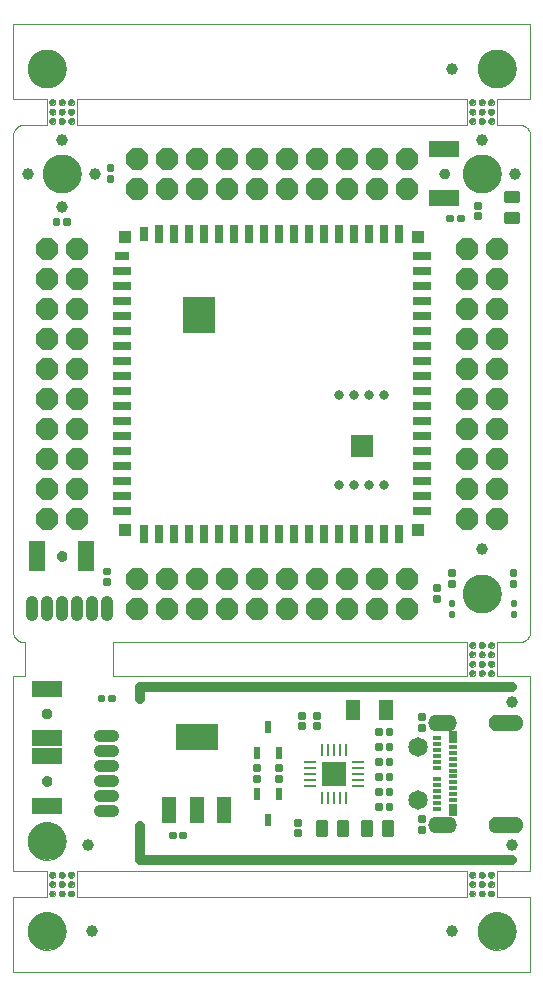
<source format=gts>
G75*
%MOIN*%
%OFA0B0*%
%FSLAX25Y25*%
%IPPOS*%
%LPD*%
%AMOC8*
5,1,8,0,0,1.08239X$1,22.5*
%
%ADD10C,0.00000*%
%ADD11C,0.12598*%
%ADD12C,0.01969*%
%ADD13C,0.03150*%
%ADD14C,0.03200*%
%ADD15OC8,0.07400*%
%ADD16C,0.03937*%
%ADD17R,0.10000X0.05300*%
%ADD18R,0.05300X0.10000*%
%ADD19C,0.01142*%
%ADD20C,0.01250*%
%ADD21C,0.01000*%
%ADD22C,0.04134*%
%ADD23R,0.04724X0.03150*%
%ADD24R,0.06299X0.03150*%
%ADD25R,0.03150X0.06299*%
%ADD26R,0.03150X0.04724*%
%ADD27R,0.10512X0.11890*%
%ADD28R,0.03937X0.03937*%
%ADD29C,0.03169*%
%ADD30R,0.07795X0.07795*%
%ADD31R,0.00984X0.03937*%
%ADD32R,0.03937X0.00984*%
%ADD33R,0.07874X0.07874*%
%ADD34R,0.05000X0.07000*%
%ADD35R,0.04800X0.08800*%
%ADD36R,0.14173X0.08661*%
%ADD37R,0.02362X0.04134*%
%ADD38C,0.00004*%
%ADD39C,0.02362*%
%ADD40R,0.02756X0.01181*%
%ADD41R,0.02756X0.03937*%
%ADD42C,0.06496*%
D10*
X0003000Y0001000D02*
X0175500Y0001000D01*
X0175500Y0026000D01*
X0164250Y0026000D01*
X0164250Y0034750D01*
X0175500Y0034750D01*
X0175500Y0099750D01*
X0164250Y0099750D01*
X0164250Y0111000D01*
X0171750Y0111000D01*
X0171870Y0111002D01*
X0171990Y0111008D01*
X0172110Y0111017D01*
X0172230Y0111031D01*
X0172348Y0111048D01*
X0172467Y0111069D01*
X0172584Y0111094D01*
X0172701Y0111123D01*
X0172817Y0111155D01*
X0172932Y0111191D01*
X0173045Y0111231D01*
X0173157Y0111274D01*
X0173268Y0111321D01*
X0173377Y0111371D01*
X0173485Y0111425D01*
X0173590Y0111483D01*
X0173694Y0111543D01*
X0173796Y0111607D01*
X0173895Y0111674D01*
X0173993Y0111745D01*
X0174088Y0111818D01*
X0174181Y0111895D01*
X0174271Y0111974D01*
X0174359Y0112056D01*
X0174444Y0112141D01*
X0174526Y0112229D01*
X0174605Y0112319D01*
X0174682Y0112412D01*
X0174755Y0112507D01*
X0174826Y0112605D01*
X0174893Y0112704D01*
X0174957Y0112806D01*
X0175017Y0112910D01*
X0175075Y0113015D01*
X0175129Y0113123D01*
X0175179Y0113232D01*
X0175226Y0113343D01*
X0175269Y0113455D01*
X0175309Y0113568D01*
X0175345Y0113683D01*
X0175377Y0113799D01*
X0175406Y0113916D01*
X0175431Y0114033D01*
X0175452Y0114152D01*
X0175469Y0114270D01*
X0175483Y0114390D01*
X0175492Y0114510D01*
X0175498Y0114630D01*
X0175500Y0114750D01*
X0175500Y0279750D01*
X0175498Y0279870D01*
X0175492Y0279990D01*
X0175483Y0280110D01*
X0175469Y0280230D01*
X0175452Y0280348D01*
X0175431Y0280467D01*
X0175406Y0280584D01*
X0175377Y0280701D01*
X0175345Y0280817D01*
X0175309Y0280932D01*
X0175269Y0281045D01*
X0175226Y0281157D01*
X0175179Y0281268D01*
X0175129Y0281377D01*
X0175075Y0281485D01*
X0175017Y0281590D01*
X0174957Y0281694D01*
X0174893Y0281796D01*
X0174826Y0281895D01*
X0174755Y0281993D01*
X0174682Y0282088D01*
X0174605Y0282181D01*
X0174526Y0282271D01*
X0174444Y0282359D01*
X0174359Y0282444D01*
X0174271Y0282526D01*
X0174181Y0282605D01*
X0174088Y0282682D01*
X0173993Y0282755D01*
X0173895Y0282826D01*
X0173796Y0282893D01*
X0173694Y0282957D01*
X0173590Y0283017D01*
X0173485Y0283075D01*
X0173377Y0283129D01*
X0173268Y0283179D01*
X0173157Y0283226D01*
X0173045Y0283269D01*
X0172932Y0283309D01*
X0172817Y0283345D01*
X0172701Y0283377D01*
X0172584Y0283406D01*
X0172467Y0283431D01*
X0172348Y0283452D01*
X0172230Y0283469D01*
X0172110Y0283483D01*
X0171990Y0283492D01*
X0171870Y0283498D01*
X0171750Y0283500D01*
X0164250Y0283500D01*
X0164250Y0292250D01*
X0175500Y0292250D01*
X0175500Y0317250D01*
X0003000Y0317250D01*
X0003000Y0292250D01*
X0014250Y0292250D01*
X0014250Y0283500D01*
X0006750Y0283500D01*
X0006630Y0283498D01*
X0006510Y0283492D01*
X0006390Y0283483D01*
X0006270Y0283469D01*
X0006152Y0283452D01*
X0006033Y0283431D01*
X0005916Y0283406D01*
X0005799Y0283377D01*
X0005683Y0283345D01*
X0005568Y0283309D01*
X0005455Y0283269D01*
X0005343Y0283226D01*
X0005232Y0283179D01*
X0005123Y0283129D01*
X0005015Y0283075D01*
X0004910Y0283017D01*
X0004806Y0282957D01*
X0004704Y0282893D01*
X0004605Y0282826D01*
X0004507Y0282755D01*
X0004412Y0282682D01*
X0004319Y0282605D01*
X0004229Y0282526D01*
X0004141Y0282444D01*
X0004056Y0282359D01*
X0003974Y0282271D01*
X0003895Y0282181D01*
X0003818Y0282088D01*
X0003745Y0281993D01*
X0003674Y0281895D01*
X0003607Y0281796D01*
X0003543Y0281694D01*
X0003483Y0281590D01*
X0003425Y0281485D01*
X0003371Y0281377D01*
X0003321Y0281268D01*
X0003274Y0281157D01*
X0003231Y0281045D01*
X0003191Y0280932D01*
X0003155Y0280817D01*
X0003123Y0280701D01*
X0003094Y0280584D01*
X0003069Y0280467D01*
X0003048Y0280348D01*
X0003031Y0280230D01*
X0003017Y0280110D01*
X0003008Y0279990D01*
X0003002Y0279870D01*
X0003000Y0279750D01*
X0003000Y0114750D01*
X0003002Y0114630D01*
X0003008Y0114510D01*
X0003017Y0114390D01*
X0003031Y0114270D01*
X0003048Y0114152D01*
X0003069Y0114033D01*
X0003094Y0113916D01*
X0003123Y0113799D01*
X0003155Y0113683D01*
X0003191Y0113568D01*
X0003231Y0113455D01*
X0003274Y0113343D01*
X0003321Y0113232D01*
X0003371Y0113123D01*
X0003425Y0113015D01*
X0003483Y0112910D01*
X0003543Y0112806D01*
X0003607Y0112704D01*
X0003674Y0112605D01*
X0003745Y0112507D01*
X0003818Y0112412D01*
X0003895Y0112319D01*
X0003974Y0112229D01*
X0004056Y0112141D01*
X0004141Y0112056D01*
X0004229Y0111974D01*
X0004319Y0111895D01*
X0004412Y0111818D01*
X0004507Y0111745D01*
X0004605Y0111674D01*
X0004704Y0111607D01*
X0004806Y0111543D01*
X0004910Y0111483D01*
X0005015Y0111425D01*
X0005123Y0111371D01*
X0005232Y0111321D01*
X0005343Y0111274D01*
X0005455Y0111231D01*
X0005568Y0111191D01*
X0005683Y0111155D01*
X0005799Y0111123D01*
X0005916Y0111094D01*
X0006033Y0111069D01*
X0006152Y0111048D01*
X0006270Y0111031D01*
X0006390Y0111017D01*
X0006510Y0111008D01*
X0006630Y0111002D01*
X0006750Y0111000D01*
X0007062Y0111000D01*
X0007062Y0099750D01*
X0003000Y0099750D01*
X0003000Y0034750D01*
X0014250Y0034750D01*
X0014250Y0026000D01*
X0003000Y0026000D01*
X0003000Y0001000D01*
X0007951Y0014750D02*
X0007953Y0014908D01*
X0007959Y0015066D01*
X0007969Y0015224D01*
X0007983Y0015382D01*
X0008001Y0015539D01*
X0008022Y0015696D01*
X0008048Y0015852D01*
X0008078Y0016008D01*
X0008111Y0016163D01*
X0008149Y0016316D01*
X0008190Y0016469D01*
X0008235Y0016621D01*
X0008284Y0016772D01*
X0008337Y0016921D01*
X0008393Y0017069D01*
X0008453Y0017215D01*
X0008517Y0017360D01*
X0008585Y0017503D01*
X0008656Y0017645D01*
X0008730Y0017785D01*
X0008808Y0017922D01*
X0008890Y0018058D01*
X0008974Y0018192D01*
X0009063Y0018323D01*
X0009154Y0018452D01*
X0009249Y0018579D01*
X0009346Y0018704D01*
X0009447Y0018826D01*
X0009551Y0018945D01*
X0009658Y0019062D01*
X0009768Y0019176D01*
X0009881Y0019287D01*
X0009996Y0019396D01*
X0010114Y0019501D01*
X0010235Y0019603D01*
X0010358Y0019703D01*
X0010484Y0019799D01*
X0010612Y0019892D01*
X0010742Y0019982D01*
X0010875Y0020068D01*
X0011010Y0020152D01*
X0011146Y0020231D01*
X0011285Y0020308D01*
X0011426Y0020380D01*
X0011568Y0020450D01*
X0011712Y0020515D01*
X0011858Y0020577D01*
X0012005Y0020635D01*
X0012154Y0020690D01*
X0012304Y0020741D01*
X0012455Y0020788D01*
X0012607Y0020831D01*
X0012760Y0020870D01*
X0012915Y0020906D01*
X0013070Y0020937D01*
X0013226Y0020965D01*
X0013382Y0020989D01*
X0013539Y0021009D01*
X0013697Y0021025D01*
X0013854Y0021037D01*
X0014013Y0021045D01*
X0014171Y0021049D01*
X0014329Y0021049D01*
X0014487Y0021045D01*
X0014646Y0021037D01*
X0014803Y0021025D01*
X0014961Y0021009D01*
X0015118Y0020989D01*
X0015274Y0020965D01*
X0015430Y0020937D01*
X0015585Y0020906D01*
X0015740Y0020870D01*
X0015893Y0020831D01*
X0016045Y0020788D01*
X0016196Y0020741D01*
X0016346Y0020690D01*
X0016495Y0020635D01*
X0016642Y0020577D01*
X0016788Y0020515D01*
X0016932Y0020450D01*
X0017074Y0020380D01*
X0017215Y0020308D01*
X0017354Y0020231D01*
X0017490Y0020152D01*
X0017625Y0020068D01*
X0017758Y0019982D01*
X0017888Y0019892D01*
X0018016Y0019799D01*
X0018142Y0019703D01*
X0018265Y0019603D01*
X0018386Y0019501D01*
X0018504Y0019396D01*
X0018619Y0019287D01*
X0018732Y0019176D01*
X0018842Y0019062D01*
X0018949Y0018945D01*
X0019053Y0018826D01*
X0019154Y0018704D01*
X0019251Y0018579D01*
X0019346Y0018452D01*
X0019437Y0018323D01*
X0019526Y0018192D01*
X0019610Y0018058D01*
X0019692Y0017922D01*
X0019770Y0017785D01*
X0019844Y0017645D01*
X0019915Y0017503D01*
X0019983Y0017360D01*
X0020047Y0017215D01*
X0020107Y0017069D01*
X0020163Y0016921D01*
X0020216Y0016772D01*
X0020265Y0016621D01*
X0020310Y0016469D01*
X0020351Y0016316D01*
X0020389Y0016163D01*
X0020422Y0016008D01*
X0020452Y0015852D01*
X0020478Y0015696D01*
X0020499Y0015539D01*
X0020517Y0015382D01*
X0020531Y0015224D01*
X0020541Y0015066D01*
X0020547Y0014908D01*
X0020549Y0014750D01*
X0020547Y0014592D01*
X0020541Y0014434D01*
X0020531Y0014276D01*
X0020517Y0014118D01*
X0020499Y0013961D01*
X0020478Y0013804D01*
X0020452Y0013648D01*
X0020422Y0013492D01*
X0020389Y0013337D01*
X0020351Y0013184D01*
X0020310Y0013031D01*
X0020265Y0012879D01*
X0020216Y0012728D01*
X0020163Y0012579D01*
X0020107Y0012431D01*
X0020047Y0012285D01*
X0019983Y0012140D01*
X0019915Y0011997D01*
X0019844Y0011855D01*
X0019770Y0011715D01*
X0019692Y0011578D01*
X0019610Y0011442D01*
X0019526Y0011308D01*
X0019437Y0011177D01*
X0019346Y0011048D01*
X0019251Y0010921D01*
X0019154Y0010796D01*
X0019053Y0010674D01*
X0018949Y0010555D01*
X0018842Y0010438D01*
X0018732Y0010324D01*
X0018619Y0010213D01*
X0018504Y0010104D01*
X0018386Y0009999D01*
X0018265Y0009897D01*
X0018142Y0009797D01*
X0018016Y0009701D01*
X0017888Y0009608D01*
X0017758Y0009518D01*
X0017625Y0009432D01*
X0017490Y0009348D01*
X0017354Y0009269D01*
X0017215Y0009192D01*
X0017074Y0009120D01*
X0016932Y0009050D01*
X0016788Y0008985D01*
X0016642Y0008923D01*
X0016495Y0008865D01*
X0016346Y0008810D01*
X0016196Y0008759D01*
X0016045Y0008712D01*
X0015893Y0008669D01*
X0015740Y0008630D01*
X0015585Y0008594D01*
X0015430Y0008563D01*
X0015274Y0008535D01*
X0015118Y0008511D01*
X0014961Y0008491D01*
X0014803Y0008475D01*
X0014646Y0008463D01*
X0014487Y0008455D01*
X0014329Y0008451D01*
X0014171Y0008451D01*
X0014013Y0008455D01*
X0013854Y0008463D01*
X0013697Y0008475D01*
X0013539Y0008491D01*
X0013382Y0008511D01*
X0013226Y0008535D01*
X0013070Y0008563D01*
X0012915Y0008594D01*
X0012760Y0008630D01*
X0012607Y0008669D01*
X0012455Y0008712D01*
X0012304Y0008759D01*
X0012154Y0008810D01*
X0012005Y0008865D01*
X0011858Y0008923D01*
X0011712Y0008985D01*
X0011568Y0009050D01*
X0011426Y0009120D01*
X0011285Y0009192D01*
X0011146Y0009269D01*
X0011010Y0009348D01*
X0010875Y0009432D01*
X0010742Y0009518D01*
X0010612Y0009608D01*
X0010484Y0009701D01*
X0010358Y0009797D01*
X0010235Y0009897D01*
X0010114Y0009999D01*
X0009996Y0010104D01*
X0009881Y0010213D01*
X0009768Y0010324D01*
X0009658Y0010438D01*
X0009551Y0010555D01*
X0009447Y0010674D01*
X0009346Y0010796D01*
X0009249Y0010921D01*
X0009154Y0011048D01*
X0009063Y0011177D01*
X0008974Y0011308D01*
X0008890Y0011442D01*
X0008808Y0011578D01*
X0008730Y0011715D01*
X0008656Y0011855D01*
X0008585Y0011997D01*
X0008517Y0012140D01*
X0008453Y0012285D01*
X0008393Y0012431D01*
X0008337Y0012579D01*
X0008284Y0012728D01*
X0008235Y0012879D01*
X0008190Y0013031D01*
X0008149Y0013184D01*
X0008111Y0013337D01*
X0008078Y0013492D01*
X0008048Y0013648D01*
X0008022Y0013804D01*
X0008001Y0013961D01*
X0007983Y0014118D01*
X0007969Y0014276D01*
X0007959Y0014434D01*
X0007953Y0014592D01*
X0007951Y0014750D01*
X0015141Y0027250D02*
X0015143Y0027312D01*
X0015149Y0027375D01*
X0015159Y0027436D01*
X0015173Y0027497D01*
X0015190Y0027557D01*
X0015211Y0027616D01*
X0015237Y0027673D01*
X0015265Y0027728D01*
X0015297Y0027782D01*
X0015333Y0027833D01*
X0015371Y0027883D01*
X0015413Y0027929D01*
X0015457Y0027973D01*
X0015505Y0028014D01*
X0015554Y0028052D01*
X0015606Y0028086D01*
X0015660Y0028117D01*
X0015716Y0028145D01*
X0015774Y0028169D01*
X0015833Y0028190D01*
X0015893Y0028206D01*
X0015954Y0028219D01*
X0016016Y0028228D01*
X0016078Y0028233D01*
X0016141Y0028234D01*
X0016203Y0028231D01*
X0016265Y0028224D01*
X0016327Y0028213D01*
X0016387Y0028198D01*
X0016447Y0028180D01*
X0016505Y0028158D01*
X0016562Y0028132D01*
X0016617Y0028102D01*
X0016670Y0028069D01*
X0016721Y0028033D01*
X0016769Y0027994D01*
X0016815Y0027951D01*
X0016858Y0027906D01*
X0016898Y0027858D01*
X0016935Y0027808D01*
X0016969Y0027755D01*
X0017000Y0027701D01*
X0017026Y0027645D01*
X0017050Y0027587D01*
X0017069Y0027527D01*
X0017085Y0027467D01*
X0017097Y0027405D01*
X0017105Y0027344D01*
X0017109Y0027281D01*
X0017109Y0027219D01*
X0017105Y0027156D01*
X0017097Y0027095D01*
X0017085Y0027033D01*
X0017069Y0026973D01*
X0017050Y0026913D01*
X0017026Y0026855D01*
X0017000Y0026799D01*
X0016969Y0026745D01*
X0016935Y0026692D01*
X0016898Y0026642D01*
X0016858Y0026594D01*
X0016815Y0026549D01*
X0016769Y0026506D01*
X0016721Y0026467D01*
X0016670Y0026431D01*
X0016617Y0026398D01*
X0016562Y0026368D01*
X0016505Y0026342D01*
X0016447Y0026320D01*
X0016387Y0026302D01*
X0016327Y0026287D01*
X0016265Y0026276D01*
X0016203Y0026269D01*
X0016141Y0026266D01*
X0016078Y0026267D01*
X0016016Y0026272D01*
X0015954Y0026281D01*
X0015893Y0026294D01*
X0015833Y0026310D01*
X0015774Y0026331D01*
X0015716Y0026355D01*
X0015660Y0026383D01*
X0015606Y0026414D01*
X0015554Y0026448D01*
X0015505Y0026486D01*
X0015457Y0026527D01*
X0015413Y0026571D01*
X0015371Y0026617D01*
X0015333Y0026667D01*
X0015297Y0026718D01*
X0015265Y0026772D01*
X0015237Y0026827D01*
X0015211Y0026884D01*
X0015190Y0026943D01*
X0015173Y0027003D01*
X0015159Y0027064D01*
X0015149Y0027125D01*
X0015143Y0027188D01*
X0015141Y0027250D01*
X0015141Y0030375D02*
X0015143Y0030437D01*
X0015149Y0030500D01*
X0015159Y0030561D01*
X0015173Y0030622D01*
X0015190Y0030682D01*
X0015211Y0030741D01*
X0015237Y0030798D01*
X0015265Y0030853D01*
X0015297Y0030907D01*
X0015333Y0030958D01*
X0015371Y0031008D01*
X0015413Y0031054D01*
X0015457Y0031098D01*
X0015505Y0031139D01*
X0015554Y0031177D01*
X0015606Y0031211D01*
X0015660Y0031242D01*
X0015716Y0031270D01*
X0015774Y0031294D01*
X0015833Y0031315D01*
X0015893Y0031331D01*
X0015954Y0031344D01*
X0016016Y0031353D01*
X0016078Y0031358D01*
X0016141Y0031359D01*
X0016203Y0031356D01*
X0016265Y0031349D01*
X0016327Y0031338D01*
X0016387Y0031323D01*
X0016447Y0031305D01*
X0016505Y0031283D01*
X0016562Y0031257D01*
X0016617Y0031227D01*
X0016670Y0031194D01*
X0016721Y0031158D01*
X0016769Y0031119D01*
X0016815Y0031076D01*
X0016858Y0031031D01*
X0016898Y0030983D01*
X0016935Y0030933D01*
X0016969Y0030880D01*
X0017000Y0030826D01*
X0017026Y0030770D01*
X0017050Y0030712D01*
X0017069Y0030652D01*
X0017085Y0030592D01*
X0017097Y0030530D01*
X0017105Y0030469D01*
X0017109Y0030406D01*
X0017109Y0030344D01*
X0017105Y0030281D01*
X0017097Y0030220D01*
X0017085Y0030158D01*
X0017069Y0030098D01*
X0017050Y0030038D01*
X0017026Y0029980D01*
X0017000Y0029924D01*
X0016969Y0029870D01*
X0016935Y0029817D01*
X0016898Y0029767D01*
X0016858Y0029719D01*
X0016815Y0029674D01*
X0016769Y0029631D01*
X0016721Y0029592D01*
X0016670Y0029556D01*
X0016617Y0029523D01*
X0016562Y0029493D01*
X0016505Y0029467D01*
X0016447Y0029445D01*
X0016387Y0029427D01*
X0016327Y0029412D01*
X0016265Y0029401D01*
X0016203Y0029394D01*
X0016141Y0029391D01*
X0016078Y0029392D01*
X0016016Y0029397D01*
X0015954Y0029406D01*
X0015893Y0029419D01*
X0015833Y0029435D01*
X0015774Y0029456D01*
X0015716Y0029480D01*
X0015660Y0029508D01*
X0015606Y0029539D01*
X0015554Y0029573D01*
X0015505Y0029611D01*
X0015457Y0029652D01*
X0015413Y0029696D01*
X0015371Y0029742D01*
X0015333Y0029792D01*
X0015297Y0029843D01*
X0015265Y0029897D01*
X0015237Y0029952D01*
X0015211Y0030009D01*
X0015190Y0030068D01*
X0015173Y0030128D01*
X0015159Y0030189D01*
X0015149Y0030250D01*
X0015143Y0030313D01*
X0015141Y0030375D01*
X0015141Y0033500D02*
X0015143Y0033562D01*
X0015149Y0033625D01*
X0015159Y0033686D01*
X0015173Y0033747D01*
X0015190Y0033807D01*
X0015211Y0033866D01*
X0015237Y0033923D01*
X0015265Y0033978D01*
X0015297Y0034032D01*
X0015333Y0034083D01*
X0015371Y0034133D01*
X0015413Y0034179D01*
X0015457Y0034223D01*
X0015505Y0034264D01*
X0015554Y0034302D01*
X0015606Y0034336D01*
X0015660Y0034367D01*
X0015716Y0034395D01*
X0015774Y0034419D01*
X0015833Y0034440D01*
X0015893Y0034456D01*
X0015954Y0034469D01*
X0016016Y0034478D01*
X0016078Y0034483D01*
X0016141Y0034484D01*
X0016203Y0034481D01*
X0016265Y0034474D01*
X0016327Y0034463D01*
X0016387Y0034448D01*
X0016447Y0034430D01*
X0016505Y0034408D01*
X0016562Y0034382D01*
X0016617Y0034352D01*
X0016670Y0034319D01*
X0016721Y0034283D01*
X0016769Y0034244D01*
X0016815Y0034201D01*
X0016858Y0034156D01*
X0016898Y0034108D01*
X0016935Y0034058D01*
X0016969Y0034005D01*
X0017000Y0033951D01*
X0017026Y0033895D01*
X0017050Y0033837D01*
X0017069Y0033777D01*
X0017085Y0033717D01*
X0017097Y0033655D01*
X0017105Y0033594D01*
X0017109Y0033531D01*
X0017109Y0033469D01*
X0017105Y0033406D01*
X0017097Y0033345D01*
X0017085Y0033283D01*
X0017069Y0033223D01*
X0017050Y0033163D01*
X0017026Y0033105D01*
X0017000Y0033049D01*
X0016969Y0032995D01*
X0016935Y0032942D01*
X0016898Y0032892D01*
X0016858Y0032844D01*
X0016815Y0032799D01*
X0016769Y0032756D01*
X0016721Y0032717D01*
X0016670Y0032681D01*
X0016617Y0032648D01*
X0016562Y0032618D01*
X0016505Y0032592D01*
X0016447Y0032570D01*
X0016387Y0032552D01*
X0016327Y0032537D01*
X0016265Y0032526D01*
X0016203Y0032519D01*
X0016141Y0032516D01*
X0016078Y0032517D01*
X0016016Y0032522D01*
X0015954Y0032531D01*
X0015893Y0032544D01*
X0015833Y0032560D01*
X0015774Y0032581D01*
X0015716Y0032605D01*
X0015660Y0032633D01*
X0015606Y0032664D01*
X0015554Y0032698D01*
X0015505Y0032736D01*
X0015457Y0032777D01*
X0015413Y0032821D01*
X0015371Y0032867D01*
X0015333Y0032917D01*
X0015297Y0032968D01*
X0015265Y0033022D01*
X0015237Y0033077D01*
X0015211Y0033134D01*
X0015190Y0033193D01*
X0015173Y0033253D01*
X0015159Y0033314D01*
X0015149Y0033375D01*
X0015143Y0033438D01*
X0015141Y0033500D01*
X0018266Y0033500D02*
X0018268Y0033562D01*
X0018274Y0033625D01*
X0018284Y0033686D01*
X0018298Y0033747D01*
X0018315Y0033807D01*
X0018336Y0033866D01*
X0018362Y0033923D01*
X0018390Y0033978D01*
X0018422Y0034032D01*
X0018458Y0034083D01*
X0018496Y0034133D01*
X0018538Y0034179D01*
X0018582Y0034223D01*
X0018630Y0034264D01*
X0018679Y0034302D01*
X0018731Y0034336D01*
X0018785Y0034367D01*
X0018841Y0034395D01*
X0018899Y0034419D01*
X0018958Y0034440D01*
X0019018Y0034456D01*
X0019079Y0034469D01*
X0019141Y0034478D01*
X0019203Y0034483D01*
X0019266Y0034484D01*
X0019328Y0034481D01*
X0019390Y0034474D01*
X0019452Y0034463D01*
X0019512Y0034448D01*
X0019572Y0034430D01*
X0019630Y0034408D01*
X0019687Y0034382D01*
X0019742Y0034352D01*
X0019795Y0034319D01*
X0019846Y0034283D01*
X0019894Y0034244D01*
X0019940Y0034201D01*
X0019983Y0034156D01*
X0020023Y0034108D01*
X0020060Y0034058D01*
X0020094Y0034005D01*
X0020125Y0033951D01*
X0020151Y0033895D01*
X0020175Y0033837D01*
X0020194Y0033777D01*
X0020210Y0033717D01*
X0020222Y0033655D01*
X0020230Y0033594D01*
X0020234Y0033531D01*
X0020234Y0033469D01*
X0020230Y0033406D01*
X0020222Y0033345D01*
X0020210Y0033283D01*
X0020194Y0033223D01*
X0020175Y0033163D01*
X0020151Y0033105D01*
X0020125Y0033049D01*
X0020094Y0032995D01*
X0020060Y0032942D01*
X0020023Y0032892D01*
X0019983Y0032844D01*
X0019940Y0032799D01*
X0019894Y0032756D01*
X0019846Y0032717D01*
X0019795Y0032681D01*
X0019742Y0032648D01*
X0019687Y0032618D01*
X0019630Y0032592D01*
X0019572Y0032570D01*
X0019512Y0032552D01*
X0019452Y0032537D01*
X0019390Y0032526D01*
X0019328Y0032519D01*
X0019266Y0032516D01*
X0019203Y0032517D01*
X0019141Y0032522D01*
X0019079Y0032531D01*
X0019018Y0032544D01*
X0018958Y0032560D01*
X0018899Y0032581D01*
X0018841Y0032605D01*
X0018785Y0032633D01*
X0018731Y0032664D01*
X0018679Y0032698D01*
X0018630Y0032736D01*
X0018582Y0032777D01*
X0018538Y0032821D01*
X0018496Y0032867D01*
X0018458Y0032917D01*
X0018422Y0032968D01*
X0018390Y0033022D01*
X0018362Y0033077D01*
X0018336Y0033134D01*
X0018315Y0033193D01*
X0018298Y0033253D01*
X0018284Y0033314D01*
X0018274Y0033375D01*
X0018268Y0033438D01*
X0018266Y0033500D01*
X0018266Y0030375D02*
X0018268Y0030437D01*
X0018274Y0030500D01*
X0018284Y0030561D01*
X0018298Y0030622D01*
X0018315Y0030682D01*
X0018336Y0030741D01*
X0018362Y0030798D01*
X0018390Y0030853D01*
X0018422Y0030907D01*
X0018458Y0030958D01*
X0018496Y0031008D01*
X0018538Y0031054D01*
X0018582Y0031098D01*
X0018630Y0031139D01*
X0018679Y0031177D01*
X0018731Y0031211D01*
X0018785Y0031242D01*
X0018841Y0031270D01*
X0018899Y0031294D01*
X0018958Y0031315D01*
X0019018Y0031331D01*
X0019079Y0031344D01*
X0019141Y0031353D01*
X0019203Y0031358D01*
X0019266Y0031359D01*
X0019328Y0031356D01*
X0019390Y0031349D01*
X0019452Y0031338D01*
X0019512Y0031323D01*
X0019572Y0031305D01*
X0019630Y0031283D01*
X0019687Y0031257D01*
X0019742Y0031227D01*
X0019795Y0031194D01*
X0019846Y0031158D01*
X0019894Y0031119D01*
X0019940Y0031076D01*
X0019983Y0031031D01*
X0020023Y0030983D01*
X0020060Y0030933D01*
X0020094Y0030880D01*
X0020125Y0030826D01*
X0020151Y0030770D01*
X0020175Y0030712D01*
X0020194Y0030652D01*
X0020210Y0030592D01*
X0020222Y0030530D01*
X0020230Y0030469D01*
X0020234Y0030406D01*
X0020234Y0030344D01*
X0020230Y0030281D01*
X0020222Y0030220D01*
X0020210Y0030158D01*
X0020194Y0030098D01*
X0020175Y0030038D01*
X0020151Y0029980D01*
X0020125Y0029924D01*
X0020094Y0029870D01*
X0020060Y0029817D01*
X0020023Y0029767D01*
X0019983Y0029719D01*
X0019940Y0029674D01*
X0019894Y0029631D01*
X0019846Y0029592D01*
X0019795Y0029556D01*
X0019742Y0029523D01*
X0019687Y0029493D01*
X0019630Y0029467D01*
X0019572Y0029445D01*
X0019512Y0029427D01*
X0019452Y0029412D01*
X0019390Y0029401D01*
X0019328Y0029394D01*
X0019266Y0029391D01*
X0019203Y0029392D01*
X0019141Y0029397D01*
X0019079Y0029406D01*
X0019018Y0029419D01*
X0018958Y0029435D01*
X0018899Y0029456D01*
X0018841Y0029480D01*
X0018785Y0029508D01*
X0018731Y0029539D01*
X0018679Y0029573D01*
X0018630Y0029611D01*
X0018582Y0029652D01*
X0018538Y0029696D01*
X0018496Y0029742D01*
X0018458Y0029792D01*
X0018422Y0029843D01*
X0018390Y0029897D01*
X0018362Y0029952D01*
X0018336Y0030009D01*
X0018315Y0030068D01*
X0018298Y0030128D01*
X0018284Y0030189D01*
X0018274Y0030250D01*
X0018268Y0030313D01*
X0018266Y0030375D01*
X0018266Y0027250D02*
X0018268Y0027312D01*
X0018274Y0027375D01*
X0018284Y0027436D01*
X0018298Y0027497D01*
X0018315Y0027557D01*
X0018336Y0027616D01*
X0018362Y0027673D01*
X0018390Y0027728D01*
X0018422Y0027782D01*
X0018458Y0027833D01*
X0018496Y0027883D01*
X0018538Y0027929D01*
X0018582Y0027973D01*
X0018630Y0028014D01*
X0018679Y0028052D01*
X0018731Y0028086D01*
X0018785Y0028117D01*
X0018841Y0028145D01*
X0018899Y0028169D01*
X0018958Y0028190D01*
X0019018Y0028206D01*
X0019079Y0028219D01*
X0019141Y0028228D01*
X0019203Y0028233D01*
X0019266Y0028234D01*
X0019328Y0028231D01*
X0019390Y0028224D01*
X0019452Y0028213D01*
X0019512Y0028198D01*
X0019572Y0028180D01*
X0019630Y0028158D01*
X0019687Y0028132D01*
X0019742Y0028102D01*
X0019795Y0028069D01*
X0019846Y0028033D01*
X0019894Y0027994D01*
X0019940Y0027951D01*
X0019983Y0027906D01*
X0020023Y0027858D01*
X0020060Y0027808D01*
X0020094Y0027755D01*
X0020125Y0027701D01*
X0020151Y0027645D01*
X0020175Y0027587D01*
X0020194Y0027527D01*
X0020210Y0027467D01*
X0020222Y0027405D01*
X0020230Y0027344D01*
X0020234Y0027281D01*
X0020234Y0027219D01*
X0020230Y0027156D01*
X0020222Y0027095D01*
X0020210Y0027033D01*
X0020194Y0026973D01*
X0020175Y0026913D01*
X0020151Y0026855D01*
X0020125Y0026799D01*
X0020094Y0026745D01*
X0020060Y0026692D01*
X0020023Y0026642D01*
X0019983Y0026594D01*
X0019940Y0026549D01*
X0019894Y0026506D01*
X0019846Y0026467D01*
X0019795Y0026431D01*
X0019742Y0026398D01*
X0019687Y0026368D01*
X0019630Y0026342D01*
X0019572Y0026320D01*
X0019512Y0026302D01*
X0019452Y0026287D01*
X0019390Y0026276D01*
X0019328Y0026269D01*
X0019266Y0026266D01*
X0019203Y0026267D01*
X0019141Y0026272D01*
X0019079Y0026281D01*
X0019018Y0026294D01*
X0018958Y0026310D01*
X0018899Y0026331D01*
X0018841Y0026355D01*
X0018785Y0026383D01*
X0018731Y0026414D01*
X0018679Y0026448D01*
X0018630Y0026486D01*
X0018582Y0026527D01*
X0018538Y0026571D01*
X0018496Y0026617D01*
X0018458Y0026667D01*
X0018422Y0026718D01*
X0018390Y0026772D01*
X0018362Y0026827D01*
X0018336Y0026884D01*
X0018315Y0026943D01*
X0018298Y0027003D01*
X0018284Y0027064D01*
X0018274Y0027125D01*
X0018268Y0027188D01*
X0018266Y0027250D01*
X0021391Y0027250D02*
X0021393Y0027312D01*
X0021399Y0027375D01*
X0021409Y0027436D01*
X0021423Y0027497D01*
X0021440Y0027557D01*
X0021461Y0027616D01*
X0021487Y0027673D01*
X0021515Y0027728D01*
X0021547Y0027782D01*
X0021583Y0027833D01*
X0021621Y0027883D01*
X0021663Y0027929D01*
X0021707Y0027973D01*
X0021755Y0028014D01*
X0021804Y0028052D01*
X0021856Y0028086D01*
X0021910Y0028117D01*
X0021966Y0028145D01*
X0022024Y0028169D01*
X0022083Y0028190D01*
X0022143Y0028206D01*
X0022204Y0028219D01*
X0022266Y0028228D01*
X0022328Y0028233D01*
X0022391Y0028234D01*
X0022453Y0028231D01*
X0022515Y0028224D01*
X0022577Y0028213D01*
X0022637Y0028198D01*
X0022697Y0028180D01*
X0022755Y0028158D01*
X0022812Y0028132D01*
X0022867Y0028102D01*
X0022920Y0028069D01*
X0022971Y0028033D01*
X0023019Y0027994D01*
X0023065Y0027951D01*
X0023108Y0027906D01*
X0023148Y0027858D01*
X0023185Y0027808D01*
X0023219Y0027755D01*
X0023250Y0027701D01*
X0023276Y0027645D01*
X0023300Y0027587D01*
X0023319Y0027527D01*
X0023335Y0027467D01*
X0023347Y0027405D01*
X0023355Y0027344D01*
X0023359Y0027281D01*
X0023359Y0027219D01*
X0023355Y0027156D01*
X0023347Y0027095D01*
X0023335Y0027033D01*
X0023319Y0026973D01*
X0023300Y0026913D01*
X0023276Y0026855D01*
X0023250Y0026799D01*
X0023219Y0026745D01*
X0023185Y0026692D01*
X0023148Y0026642D01*
X0023108Y0026594D01*
X0023065Y0026549D01*
X0023019Y0026506D01*
X0022971Y0026467D01*
X0022920Y0026431D01*
X0022867Y0026398D01*
X0022812Y0026368D01*
X0022755Y0026342D01*
X0022697Y0026320D01*
X0022637Y0026302D01*
X0022577Y0026287D01*
X0022515Y0026276D01*
X0022453Y0026269D01*
X0022391Y0026266D01*
X0022328Y0026267D01*
X0022266Y0026272D01*
X0022204Y0026281D01*
X0022143Y0026294D01*
X0022083Y0026310D01*
X0022024Y0026331D01*
X0021966Y0026355D01*
X0021910Y0026383D01*
X0021856Y0026414D01*
X0021804Y0026448D01*
X0021755Y0026486D01*
X0021707Y0026527D01*
X0021663Y0026571D01*
X0021621Y0026617D01*
X0021583Y0026667D01*
X0021547Y0026718D01*
X0021515Y0026772D01*
X0021487Y0026827D01*
X0021461Y0026884D01*
X0021440Y0026943D01*
X0021423Y0027003D01*
X0021409Y0027064D01*
X0021399Y0027125D01*
X0021393Y0027188D01*
X0021391Y0027250D01*
X0024250Y0026000D02*
X0154250Y0026000D01*
X0154250Y0034750D01*
X0024250Y0034750D01*
X0024250Y0026000D01*
X0021391Y0030375D02*
X0021393Y0030437D01*
X0021399Y0030500D01*
X0021409Y0030561D01*
X0021423Y0030622D01*
X0021440Y0030682D01*
X0021461Y0030741D01*
X0021487Y0030798D01*
X0021515Y0030853D01*
X0021547Y0030907D01*
X0021583Y0030958D01*
X0021621Y0031008D01*
X0021663Y0031054D01*
X0021707Y0031098D01*
X0021755Y0031139D01*
X0021804Y0031177D01*
X0021856Y0031211D01*
X0021910Y0031242D01*
X0021966Y0031270D01*
X0022024Y0031294D01*
X0022083Y0031315D01*
X0022143Y0031331D01*
X0022204Y0031344D01*
X0022266Y0031353D01*
X0022328Y0031358D01*
X0022391Y0031359D01*
X0022453Y0031356D01*
X0022515Y0031349D01*
X0022577Y0031338D01*
X0022637Y0031323D01*
X0022697Y0031305D01*
X0022755Y0031283D01*
X0022812Y0031257D01*
X0022867Y0031227D01*
X0022920Y0031194D01*
X0022971Y0031158D01*
X0023019Y0031119D01*
X0023065Y0031076D01*
X0023108Y0031031D01*
X0023148Y0030983D01*
X0023185Y0030933D01*
X0023219Y0030880D01*
X0023250Y0030826D01*
X0023276Y0030770D01*
X0023300Y0030712D01*
X0023319Y0030652D01*
X0023335Y0030592D01*
X0023347Y0030530D01*
X0023355Y0030469D01*
X0023359Y0030406D01*
X0023359Y0030344D01*
X0023355Y0030281D01*
X0023347Y0030220D01*
X0023335Y0030158D01*
X0023319Y0030098D01*
X0023300Y0030038D01*
X0023276Y0029980D01*
X0023250Y0029924D01*
X0023219Y0029870D01*
X0023185Y0029817D01*
X0023148Y0029767D01*
X0023108Y0029719D01*
X0023065Y0029674D01*
X0023019Y0029631D01*
X0022971Y0029592D01*
X0022920Y0029556D01*
X0022867Y0029523D01*
X0022812Y0029493D01*
X0022755Y0029467D01*
X0022697Y0029445D01*
X0022637Y0029427D01*
X0022577Y0029412D01*
X0022515Y0029401D01*
X0022453Y0029394D01*
X0022391Y0029391D01*
X0022328Y0029392D01*
X0022266Y0029397D01*
X0022204Y0029406D01*
X0022143Y0029419D01*
X0022083Y0029435D01*
X0022024Y0029456D01*
X0021966Y0029480D01*
X0021910Y0029508D01*
X0021856Y0029539D01*
X0021804Y0029573D01*
X0021755Y0029611D01*
X0021707Y0029652D01*
X0021663Y0029696D01*
X0021621Y0029742D01*
X0021583Y0029792D01*
X0021547Y0029843D01*
X0021515Y0029897D01*
X0021487Y0029952D01*
X0021461Y0030009D01*
X0021440Y0030068D01*
X0021423Y0030128D01*
X0021409Y0030189D01*
X0021399Y0030250D01*
X0021393Y0030313D01*
X0021391Y0030375D01*
X0021391Y0033500D02*
X0021393Y0033562D01*
X0021399Y0033625D01*
X0021409Y0033686D01*
X0021423Y0033747D01*
X0021440Y0033807D01*
X0021461Y0033866D01*
X0021487Y0033923D01*
X0021515Y0033978D01*
X0021547Y0034032D01*
X0021583Y0034083D01*
X0021621Y0034133D01*
X0021663Y0034179D01*
X0021707Y0034223D01*
X0021755Y0034264D01*
X0021804Y0034302D01*
X0021856Y0034336D01*
X0021910Y0034367D01*
X0021966Y0034395D01*
X0022024Y0034419D01*
X0022083Y0034440D01*
X0022143Y0034456D01*
X0022204Y0034469D01*
X0022266Y0034478D01*
X0022328Y0034483D01*
X0022391Y0034484D01*
X0022453Y0034481D01*
X0022515Y0034474D01*
X0022577Y0034463D01*
X0022637Y0034448D01*
X0022697Y0034430D01*
X0022755Y0034408D01*
X0022812Y0034382D01*
X0022867Y0034352D01*
X0022920Y0034319D01*
X0022971Y0034283D01*
X0023019Y0034244D01*
X0023065Y0034201D01*
X0023108Y0034156D01*
X0023148Y0034108D01*
X0023185Y0034058D01*
X0023219Y0034005D01*
X0023250Y0033951D01*
X0023276Y0033895D01*
X0023300Y0033837D01*
X0023319Y0033777D01*
X0023335Y0033717D01*
X0023347Y0033655D01*
X0023355Y0033594D01*
X0023359Y0033531D01*
X0023359Y0033469D01*
X0023355Y0033406D01*
X0023347Y0033345D01*
X0023335Y0033283D01*
X0023319Y0033223D01*
X0023300Y0033163D01*
X0023276Y0033105D01*
X0023250Y0033049D01*
X0023219Y0032995D01*
X0023185Y0032942D01*
X0023148Y0032892D01*
X0023108Y0032844D01*
X0023065Y0032799D01*
X0023019Y0032756D01*
X0022971Y0032717D01*
X0022920Y0032681D01*
X0022867Y0032648D01*
X0022812Y0032618D01*
X0022755Y0032592D01*
X0022697Y0032570D01*
X0022637Y0032552D01*
X0022577Y0032537D01*
X0022515Y0032526D01*
X0022453Y0032519D01*
X0022391Y0032516D01*
X0022328Y0032517D01*
X0022266Y0032522D01*
X0022204Y0032531D01*
X0022143Y0032544D01*
X0022083Y0032560D01*
X0022024Y0032581D01*
X0021966Y0032605D01*
X0021910Y0032633D01*
X0021856Y0032664D01*
X0021804Y0032698D01*
X0021755Y0032736D01*
X0021707Y0032777D01*
X0021663Y0032821D01*
X0021621Y0032867D01*
X0021583Y0032917D01*
X0021547Y0032968D01*
X0021515Y0033022D01*
X0021487Y0033077D01*
X0021461Y0033134D01*
X0021440Y0033193D01*
X0021423Y0033253D01*
X0021409Y0033314D01*
X0021399Y0033375D01*
X0021393Y0033438D01*
X0021391Y0033500D01*
X0007951Y0044750D02*
X0007953Y0044908D01*
X0007959Y0045066D01*
X0007969Y0045224D01*
X0007983Y0045382D01*
X0008001Y0045539D01*
X0008022Y0045696D01*
X0008048Y0045852D01*
X0008078Y0046008D01*
X0008111Y0046163D01*
X0008149Y0046316D01*
X0008190Y0046469D01*
X0008235Y0046621D01*
X0008284Y0046772D01*
X0008337Y0046921D01*
X0008393Y0047069D01*
X0008453Y0047215D01*
X0008517Y0047360D01*
X0008585Y0047503D01*
X0008656Y0047645D01*
X0008730Y0047785D01*
X0008808Y0047922D01*
X0008890Y0048058D01*
X0008974Y0048192D01*
X0009063Y0048323D01*
X0009154Y0048452D01*
X0009249Y0048579D01*
X0009346Y0048704D01*
X0009447Y0048826D01*
X0009551Y0048945D01*
X0009658Y0049062D01*
X0009768Y0049176D01*
X0009881Y0049287D01*
X0009996Y0049396D01*
X0010114Y0049501D01*
X0010235Y0049603D01*
X0010358Y0049703D01*
X0010484Y0049799D01*
X0010612Y0049892D01*
X0010742Y0049982D01*
X0010875Y0050068D01*
X0011010Y0050152D01*
X0011146Y0050231D01*
X0011285Y0050308D01*
X0011426Y0050380D01*
X0011568Y0050450D01*
X0011712Y0050515D01*
X0011858Y0050577D01*
X0012005Y0050635D01*
X0012154Y0050690D01*
X0012304Y0050741D01*
X0012455Y0050788D01*
X0012607Y0050831D01*
X0012760Y0050870D01*
X0012915Y0050906D01*
X0013070Y0050937D01*
X0013226Y0050965D01*
X0013382Y0050989D01*
X0013539Y0051009D01*
X0013697Y0051025D01*
X0013854Y0051037D01*
X0014013Y0051045D01*
X0014171Y0051049D01*
X0014329Y0051049D01*
X0014487Y0051045D01*
X0014646Y0051037D01*
X0014803Y0051025D01*
X0014961Y0051009D01*
X0015118Y0050989D01*
X0015274Y0050965D01*
X0015430Y0050937D01*
X0015585Y0050906D01*
X0015740Y0050870D01*
X0015893Y0050831D01*
X0016045Y0050788D01*
X0016196Y0050741D01*
X0016346Y0050690D01*
X0016495Y0050635D01*
X0016642Y0050577D01*
X0016788Y0050515D01*
X0016932Y0050450D01*
X0017074Y0050380D01*
X0017215Y0050308D01*
X0017354Y0050231D01*
X0017490Y0050152D01*
X0017625Y0050068D01*
X0017758Y0049982D01*
X0017888Y0049892D01*
X0018016Y0049799D01*
X0018142Y0049703D01*
X0018265Y0049603D01*
X0018386Y0049501D01*
X0018504Y0049396D01*
X0018619Y0049287D01*
X0018732Y0049176D01*
X0018842Y0049062D01*
X0018949Y0048945D01*
X0019053Y0048826D01*
X0019154Y0048704D01*
X0019251Y0048579D01*
X0019346Y0048452D01*
X0019437Y0048323D01*
X0019526Y0048192D01*
X0019610Y0048058D01*
X0019692Y0047922D01*
X0019770Y0047785D01*
X0019844Y0047645D01*
X0019915Y0047503D01*
X0019983Y0047360D01*
X0020047Y0047215D01*
X0020107Y0047069D01*
X0020163Y0046921D01*
X0020216Y0046772D01*
X0020265Y0046621D01*
X0020310Y0046469D01*
X0020351Y0046316D01*
X0020389Y0046163D01*
X0020422Y0046008D01*
X0020452Y0045852D01*
X0020478Y0045696D01*
X0020499Y0045539D01*
X0020517Y0045382D01*
X0020531Y0045224D01*
X0020541Y0045066D01*
X0020547Y0044908D01*
X0020549Y0044750D01*
X0020547Y0044592D01*
X0020541Y0044434D01*
X0020531Y0044276D01*
X0020517Y0044118D01*
X0020499Y0043961D01*
X0020478Y0043804D01*
X0020452Y0043648D01*
X0020422Y0043492D01*
X0020389Y0043337D01*
X0020351Y0043184D01*
X0020310Y0043031D01*
X0020265Y0042879D01*
X0020216Y0042728D01*
X0020163Y0042579D01*
X0020107Y0042431D01*
X0020047Y0042285D01*
X0019983Y0042140D01*
X0019915Y0041997D01*
X0019844Y0041855D01*
X0019770Y0041715D01*
X0019692Y0041578D01*
X0019610Y0041442D01*
X0019526Y0041308D01*
X0019437Y0041177D01*
X0019346Y0041048D01*
X0019251Y0040921D01*
X0019154Y0040796D01*
X0019053Y0040674D01*
X0018949Y0040555D01*
X0018842Y0040438D01*
X0018732Y0040324D01*
X0018619Y0040213D01*
X0018504Y0040104D01*
X0018386Y0039999D01*
X0018265Y0039897D01*
X0018142Y0039797D01*
X0018016Y0039701D01*
X0017888Y0039608D01*
X0017758Y0039518D01*
X0017625Y0039432D01*
X0017490Y0039348D01*
X0017354Y0039269D01*
X0017215Y0039192D01*
X0017074Y0039120D01*
X0016932Y0039050D01*
X0016788Y0038985D01*
X0016642Y0038923D01*
X0016495Y0038865D01*
X0016346Y0038810D01*
X0016196Y0038759D01*
X0016045Y0038712D01*
X0015893Y0038669D01*
X0015740Y0038630D01*
X0015585Y0038594D01*
X0015430Y0038563D01*
X0015274Y0038535D01*
X0015118Y0038511D01*
X0014961Y0038491D01*
X0014803Y0038475D01*
X0014646Y0038463D01*
X0014487Y0038455D01*
X0014329Y0038451D01*
X0014171Y0038451D01*
X0014013Y0038455D01*
X0013854Y0038463D01*
X0013697Y0038475D01*
X0013539Y0038491D01*
X0013382Y0038511D01*
X0013226Y0038535D01*
X0013070Y0038563D01*
X0012915Y0038594D01*
X0012760Y0038630D01*
X0012607Y0038669D01*
X0012455Y0038712D01*
X0012304Y0038759D01*
X0012154Y0038810D01*
X0012005Y0038865D01*
X0011858Y0038923D01*
X0011712Y0038985D01*
X0011568Y0039050D01*
X0011426Y0039120D01*
X0011285Y0039192D01*
X0011146Y0039269D01*
X0011010Y0039348D01*
X0010875Y0039432D01*
X0010742Y0039518D01*
X0010612Y0039608D01*
X0010484Y0039701D01*
X0010358Y0039797D01*
X0010235Y0039897D01*
X0010114Y0039999D01*
X0009996Y0040104D01*
X0009881Y0040213D01*
X0009768Y0040324D01*
X0009658Y0040438D01*
X0009551Y0040555D01*
X0009447Y0040674D01*
X0009346Y0040796D01*
X0009249Y0040921D01*
X0009154Y0041048D01*
X0009063Y0041177D01*
X0008974Y0041308D01*
X0008890Y0041442D01*
X0008808Y0041578D01*
X0008730Y0041715D01*
X0008656Y0041855D01*
X0008585Y0041997D01*
X0008517Y0042140D01*
X0008453Y0042285D01*
X0008393Y0042431D01*
X0008337Y0042579D01*
X0008284Y0042728D01*
X0008235Y0042879D01*
X0008190Y0043031D01*
X0008149Y0043184D01*
X0008111Y0043337D01*
X0008078Y0043492D01*
X0008048Y0043648D01*
X0008022Y0043804D01*
X0008001Y0043961D01*
X0007983Y0044118D01*
X0007969Y0044276D01*
X0007959Y0044434D01*
X0007953Y0044592D01*
X0007951Y0044750D01*
X0012675Y0064750D02*
X0012677Y0064829D01*
X0012683Y0064908D01*
X0012693Y0064987D01*
X0012707Y0065065D01*
X0012724Y0065142D01*
X0012746Y0065218D01*
X0012771Y0065293D01*
X0012801Y0065366D01*
X0012833Y0065438D01*
X0012870Y0065509D01*
X0012910Y0065577D01*
X0012953Y0065643D01*
X0012999Y0065707D01*
X0013049Y0065769D01*
X0013102Y0065828D01*
X0013157Y0065884D01*
X0013216Y0065938D01*
X0013277Y0065988D01*
X0013340Y0066036D01*
X0013406Y0066080D01*
X0013474Y0066121D01*
X0013544Y0066158D01*
X0013615Y0066192D01*
X0013689Y0066222D01*
X0013763Y0066248D01*
X0013839Y0066270D01*
X0013916Y0066289D01*
X0013994Y0066304D01*
X0014072Y0066315D01*
X0014151Y0066322D01*
X0014230Y0066325D01*
X0014309Y0066324D01*
X0014388Y0066319D01*
X0014467Y0066310D01*
X0014545Y0066297D01*
X0014622Y0066280D01*
X0014699Y0066260D01*
X0014774Y0066235D01*
X0014848Y0066207D01*
X0014921Y0066175D01*
X0014991Y0066140D01*
X0015060Y0066101D01*
X0015127Y0066058D01*
X0015192Y0066012D01*
X0015254Y0065964D01*
X0015314Y0065912D01*
X0015371Y0065857D01*
X0015425Y0065799D01*
X0015476Y0065739D01*
X0015524Y0065676D01*
X0015569Y0065611D01*
X0015611Y0065543D01*
X0015649Y0065474D01*
X0015683Y0065403D01*
X0015714Y0065330D01*
X0015742Y0065255D01*
X0015765Y0065180D01*
X0015785Y0065103D01*
X0015801Y0065026D01*
X0015813Y0064947D01*
X0015821Y0064869D01*
X0015825Y0064790D01*
X0015825Y0064710D01*
X0015821Y0064631D01*
X0015813Y0064553D01*
X0015801Y0064474D01*
X0015785Y0064397D01*
X0015765Y0064320D01*
X0015742Y0064245D01*
X0015714Y0064170D01*
X0015683Y0064097D01*
X0015649Y0064026D01*
X0015611Y0063957D01*
X0015569Y0063889D01*
X0015524Y0063824D01*
X0015476Y0063761D01*
X0015425Y0063701D01*
X0015371Y0063643D01*
X0015314Y0063588D01*
X0015254Y0063536D01*
X0015192Y0063488D01*
X0015127Y0063442D01*
X0015060Y0063399D01*
X0014991Y0063360D01*
X0014921Y0063325D01*
X0014848Y0063293D01*
X0014774Y0063265D01*
X0014699Y0063240D01*
X0014622Y0063220D01*
X0014545Y0063203D01*
X0014467Y0063190D01*
X0014388Y0063181D01*
X0014309Y0063176D01*
X0014230Y0063175D01*
X0014151Y0063178D01*
X0014072Y0063185D01*
X0013994Y0063196D01*
X0013916Y0063211D01*
X0013839Y0063230D01*
X0013763Y0063252D01*
X0013689Y0063278D01*
X0013615Y0063308D01*
X0013544Y0063342D01*
X0013474Y0063379D01*
X0013406Y0063420D01*
X0013340Y0063464D01*
X0013277Y0063512D01*
X0013216Y0063562D01*
X0013157Y0063616D01*
X0013102Y0063672D01*
X0013049Y0063731D01*
X0012999Y0063793D01*
X0012953Y0063857D01*
X0012910Y0063923D01*
X0012870Y0063991D01*
X0012833Y0064062D01*
X0012801Y0064134D01*
X0012771Y0064207D01*
X0012746Y0064282D01*
X0012724Y0064358D01*
X0012707Y0064435D01*
X0012693Y0064513D01*
X0012683Y0064592D01*
X0012677Y0064671D01*
X0012675Y0064750D01*
X0012675Y0087250D02*
X0012677Y0087329D01*
X0012683Y0087408D01*
X0012693Y0087487D01*
X0012707Y0087565D01*
X0012724Y0087642D01*
X0012746Y0087718D01*
X0012771Y0087793D01*
X0012801Y0087866D01*
X0012833Y0087938D01*
X0012870Y0088009D01*
X0012910Y0088077D01*
X0012953Y0088143D01*
X0012999Y0088207D01*
X0013049Y0088269D01*
X0013102Y0088328D01*
X0013157Y0088384D01*
X0013216Y0088438D01*
X0013277Y0088488D01*
X0013340Y0088536D01*
X0013406Y0088580D01*
X0013474Y0088621D01*
X0013544Y0088658D01*
X0013615Y0088692D01*
X0013689Y0088722D01*
X0013763Y0088748D01*
X0013839Y0088770D01*
X0013916Y0088789D01*
X0013994Y0088804D01*
X0014072Y0088815D01*
X0014151Y0088822D01*
X0014230Y0088825D01*
X0014309Y0088824D01*
X0014388Y0088819D01*
X0014467Y0088810D01*
X0014545Y0088797D01*
X0014622Y0088780D01*
X0014699Y0088760D01*
X0014774Y0088735D01*
X0014848Y0088707D01*
X0014921Y0088675D01*
X0014991Y0088640D01*
X0015060Y0088601D01*
X0015127Y0088558D01*
X0015192Y0088512D01*
X0015254Y0088464D01*
X0015314Y0088412D01*
X0015371Y0088357D01*
X0015425Y0088299D01*
X0015476Y0088239D01*
X0015524Y0088176D01*
X0015569Y0088111D01*
X0015611Y0088043D01*
X0015649Y0087974D01*
X0015683Y0087903D01*
X0015714Y0087830D01*
X0015742Y0087755D01*
X0015765Y0087680D01*
X0015785Y0087603D01*
X0015801Y0087526D01*
X0015813Y0087447D01*
X0015821Y0087369D01*
X0015825Y0087290D01*
X0015825Y0087210D01*
X0015821Y0087131D01*
X0015813Y0087053D01*
X0015801Y0086974D01*
X0015785Y0086897D01*
X0015765Y0086820D01*
X0015742Y0086745D01*
X0015714Y0086670D01*
X0015683Y0086597D01*
X0015649Y0086526D01*
X0015611Y0086457D01*
X0015569Y0086389D01*
X0015524Y0086324D01*
X0015476Y0086261D01*
X0015425Y0086201D01*
X0015371Y0086143D01*
X0015314Y0086088D01*
X0015254Y0086036D01*
X0015192Y0085988D01*
X0015127Y0085942D01*
X0015060Y0085899D01*
X0014991Y0085860D01*
X0014921Y0085825D01*
X0014848Y0085793D01*
X0014774Y0085765D01*
X0014699Y0085740D01*
X0014622Y0085720D01*
X0014545Y0085703D01*
X0014467Y0085690D01*
X0014388Y0085681D01*
X0014309Y0085676D01*
X0014230Y0085675D01*
X0014151Y0085678D01*
X0014072Y0085685D01*
X0013994Y0085696D01*
X0013916Y0085711D01*
X0013839Y0085730D01*
X0013763Y0085752D01*
X0013689Y0085778D01*
X0013615Y0085808D01*
X0013544Y0085842D01*
X0013474Y0085879D01*
X0013406Y0085920D01*
X0013340Y0085964D01*
X0013277Y0086012D01*
X0013216Y0086062D01*
X0013157Y0086116D01*
X0013102Y0086172D01*
X0013049Y0086231D01*
X0012999Y0086293D01*
X0012953Y0086357D01*
X0012910Y0086423D01*
X0012870Y0086491D01*
X0012833Y0086562D01*
X0012801Y0086634D01*
X0012771Y0086707D01*
X0012746Y0086782D01*
X0012724Y0086858D01*
X0012707Y0086935D01*
X0012693Y0087013D01*
X0012683Y0087092D01*
X0012677Y0087171D01*
X0012675Y0087250D01*
X0036438Y0099750D02*
X0036438Y0111000D01*
X0154250Y0111000D01*
X0154250Y0099750D01*
X0036438Y0099750D01*
X0017675Y0139750D02*
X0017677Y0139829D01*
X0017683Y0139908D01*
X0017693Y0139987D01*
X0017707Y0140065D01*
X0017724Y0140142D01*
X0017746Y0140218D01*
X0017771Y0140293D01*
X0017801Y0140366D01*
X0017833Y0140438D01*
X0017870Y0140509D01*
X0017910Y0140577D01*
X0017953Y0140643D01*
X0017999Y0140707D01*
X0018049Y0140769D01*
X0018102Y0140828D01*
X0018157Y0140884D01*
X0018216Y0140938D01*
X0018277Y0140988D01*
X0018340Y0141036D01*
X0018406Y0141080D01*
X0018474Y0141121D01*
X0018544Y0141158D01*
X0018615Y0141192D01*
X0018689Y0141222D01*
X0018763Y0141248D01*
X0018839Y0141270D01*
X0018916Y0141289D01*
X0018994Y0141304D01*
X0019072Y0141315D01*
X0019151Y0141322D01*
X0019230Y0141325D01*
X0019309Y0141324D01*
X0019388Y0141319D01*
X0019467Y0141310D01*
X0019545Y0141297D01*
X0019622Y0141280D01*
X0019699Y0141260D01*
X0019774Y0141235D01*
X0019848Y0141207D01*
X0019921Y0141175D01*
X0019991Y0141140D01*
X0020060Y0141101D01*
X0020127Y0141058D01*
X0020192Y0141012D01*
X0020254Y0140964D01*
X0020314Y0140912D01*
X0020371Y0140857D01*
X0020425Y0140799D01*
X0020476Y0140739D01*
X0020524Y0140676D01*
X0020569Y0140611D01*
X0020611Y0140543D01*
X0020649Y0140474D01*
X0020683Y0140403D01*
X0020714Y0140330D01*
X0020742Y0140255D01*
X0020765Y0140180D01*
X0020785Y0140103D01*
X0020801Y0140026D01*
X0020813Y0139947D01*
X0020821Y0139869D01*
X0020825Y0139790D01*
X0020825Y0139710D01*
X0020821Y0139631D01*
X0020813Y0139553D01*
X0020801Y0139474D01*
X0020785Y0139397D01*
X0020765Y0139320D01*
X0020742Y0139245D01*
X0020714Y0139170D01*
X0020683Y0139097D01*
X0020649Y0139026D01*
X0020611Y0138957D01*
X0020569Y0138889D01*
X0020524Y0138824D01*
X0020476Y0138761D01*
X0020425Y0138701D01*
X0020371Y0138643D01*
X0020314Y0138588D01*
X0020254Y0138536D01*
X0020192Y0138488D01*
X0020127Y0138442D01*
X0020060Y0138399D01*
X0019991Y0138360D01*
X0019921Y0138325D01*
X0019848Y0138293D01*
X0019774Y0138265D01*
X0019699Y0138240D01*
X0019622Y0138220D01*
X0019545Y0138203D01*
X0019467Y0138190D01*
X0019388Y0138181D01*
X0019309Y0138176D01*
X0019230Y0138175D01*
X0019151Y0138178D01*
X0019072Y0138185D01*
X0018994Y0138196D01*
X0018916Y0138211D01*
X0018839Y0138230D01*
X0018763Y0138252D01*
X0018689Y0138278D01*
X0018615Y0138308D01*
X0018544Y0138342D01*
X0018474Y0138379D01*
X0018406Y0138420D01*
X0018340Y0138464D01*
X0018277Y0138512D01*
X0018216Y0138562D01*
X0018157Y0138616D01*
X0018102Y0138672D01*
X0018049Y0138731D01*
X0017999Y0138793D01*
X0017953Y0138857D01*
X0017910Y0138923D01*
X0017870Y0138991D01*
X0017833Y0139062D01*
X0017801Y0139134D01*
X0017771Y0139207D01*
X0017746Y0139282D01*
X0017724Y0139358D01*
X0017707Y0139435D01*
X0017693Y0139513D01*
X0017683Y0139592D01*
X0017677Y0139671D01*
X0017675Y0139750D01*
X0012951Y0267250D02*
X0012953Y0267408D01*
X0012959Y0267566D01*
X0012969Y0267724D01*
X0012983Y0267882D01*
X0013001Y0268039D01*
X0013022Y0268196D01*
X0013048Y0268352D01*
X0013078Y0268508D01*
X0013111Y0268663D01*
X0013149Y0268816D01*
X0013190Y0268969D01*
X0013235Y0269121D01*
X0013284Y0269272D01*
X0013337Y0269421D01*
X0013393Y0269569D01*
X0013453Y0269715D01*
X0013517Y0269860D01*
X0013585Y0270003D01*
X0013656Y0270145D01*
X0013730Y0270285D01*
X0013808Y0270422D01*
X0013890Y0270558D01*
X0013974Y0270692D01*
X0014063Y0270823D01*
X0014154Y0270952D01*
X0014249Y0271079D01*
X0014346Y0271204D01*
X0014447Y0271326D01*
X0014551Y0271445D01*
X0014658Y0271562D01*
X0014768Y0271676D01*
X0014881Y0271787D01*
X0014996Y0271896D01*
X0015114Y0272001D01*
X0015235Y0272103D01*
X0015358Y0272203D01*
X0015484Y0272299D01*
X0015612Y0272392D01*
X0015742Y0272482D01*
X0015875Y0272568D01*
X0016010Y0272652D01*
X0016146Y0272731D01*
X0016285Y0272808D01*
X0016426Y0272880D01*
X0016568Y0272950D01*
X0016712Y0273015D01*
X0016858Y0273077D01*
X0017005Y0273135D01*
X0017154Y0273190D01*
X0017304Y0273241D01*
X0017455Y0273288D01*
X0017607Y0273331D01*
X0017760Y0273370D01*
X0017915Y0273406D01*
X0018070Y0273437D01*
X0018226Y0273465D01*
X0018382Y0273489D01*
X0018539Y0273509D01*
X0018697Y0273525D01*
X0018854Y0273537D01*
X0019013Y0273545D01*
X0019171Y0273549D01*
X0019329Y0273549D01*
X0019487Y0273545D01*
X0019646Y0273537D01*
X0019803Y0273525D01*
X0019961Y0273509D01*
X0020118Y0273489D01*
X0020274Y0273465D01*
X0020430Y0273437D01*
X0020585Y0273406D01*
X0020740Y0273370D01*
X0020893Y0273331D01*
X0021045Y0273288D01*
X0021196Y0273241D01*
X0021346Y0273190D01*
X0021495Y0273135D01*
X0021642Y0273077D01*
X0021788Y0273015D01*
X0021932Y0272950D01*
X0022074Y0272880D01*
X0022215Y0272808D01*
X0022354Y0272731D01*
X0022490Y0272652D01*
X0022625Y0272568D01*
X0022758Y0272482D01*
X0022888Y0272392D01*
X0023016Y0272299D01*
X0023142Y0272203D01*
X0023265Y0272103D01*
X0023386Y0272001D01*
X0023504Y0271896D01*
X0023619Y0271787D01*
X0023732Y0271676D01*
X0023842Y0271562D01*
X0023949Y0271445D01*
X0024053Y0271326D01*
X0024154Y0271204D01*
X0024251Y0271079D01*
X0024346Y0270952D01*
X0024437Y0270823D01*
X0024526Y0270692D01*
X0024610Y0270558D01*
X0024692Y0270422D01*
X0024770Y0270285D01*
X0024844Y0270145D01*
X0024915Y0270003D01*
X0024983Y0269860D01*
X0025047Y0269715D01*
X0025107Y0269569D01*
X0025163Y0269421D01*
X0025216Y0269272D01*
X0025265Y0269121D01*
X0025310Y0268969D01*
X0025351Y0268816D01*
X0025389Y0268663D01*
X0025422Y0268508D01*
X0025452Y0268352D01*
X0025478Y0268196D01*
X0025499Y0268039D01*
X0025517Y0267882D01*
X0025531Y0267724D01*
X0025541Y0267566D01*
X0025547Y0267408D01*
X0025549Y0267250D01*
X0025547Y0267092D01*
X0025541Y0266934D01*
X0025531Y0266776D01*
X0025517Y0266618D01*
X0025499Y0266461D01*
X0025478Y0266304D01*
X0025452Y0266148D01*
X0025422Y0265992D01*
X0025389Y0265837D01*
X0025351Y0265684D01*
X0025310Y0265531D01*
X0025265Y0265379D01*
X0025216Y0265228D01*
X0025163Y0265079D01*
X0025107Y0264931D01*
X0025047Y0264785D01*
X0024983Y0264640D01*
X0024915Y0264497D01*
X0024844Y0264355D01*
X0024770Y0264215D01*
X0024692Y0264078D01*
X0024610Y0263942D01*
X0024526Y0263808D01*
X0024437Y0263677D01*
X0024346Y0263548D01*
X0024251Y0263421D01*
X0024154Y0263296D01*
X0024053Y0263174D01*
X0023949Y0263055D01*
X0023842Y0262938D01*
X0023732Y0262824D01*
X0023619Y0262713D01*
X0023504Y0262604D01*
X0023386Y0262499D01*
X0023265Y0262397D01*
X0023142Y0262297D01*
X0023016Y0262201D01*
X0022888Y0262108D01*
X0022758Y0262018D01*
X0022625Y0261932D01*
X0022490Y0261848D01*
X0022354Y0261769D01*
X0022215Y0261692D01*
X0022074Y0261620D01*
X0021932Y0261550D01*
X0021788Y0261485D01*
X0021642Y0261423D01*
X0021495Y0261365D01*
X0021346Y0261310D01*
X0021196Y0261259D01*
X0021045Y0261212D01*
X0020893Y0261169D01*
X0020740Y0261130D01*
X0020585Y0261094D01*
X0020430Y0261063D01*
X0020274Y0261035D01*
X0020118Y0261011D01*
X0019961Y0260991D01*
X0019803Y0260975D01*
X0019646Y0260963D01*
X0019487Y0260955D01*
X0019329Y0260951D01*
X0019171Y0260951D01*
X0019013Y0260955D01*
X0018854Y0260963D01*
X0018697Y0260975D01*
X0018539Y0260991D01*
X0018382Y0261011D01*
X0018226Y0261035D01*
X0018070Y0261063D01*
X0017915Y0261094D01*
X0017760Y0261130D01*
X0017607Y0261169D01*
X0017455Y0261212D01*
X0017304Y0261259D01*
X0017154Y0261310D01*
X0017005Y0261365D01*
X0016858Y0261423D01*
X0016712Y0261485D01*
X0016568Y0261550D01*
X0016426Y0261620D01*
X0016285Y0261692D01*
X0016146Y0261769D01*
X0016010Y0261848D01*
X0015875Y0261932D01*
X0015742Y0262018D01*
X0015612Y0262108D01*
X0015484Y0262201D01*
X0015358Y0262297D01*
X0015235Y0262397D01*
X0015114Y0262499D01*
X0014996Y0262604D01*
X0014881Y0262713D01*
X0014768Y0262824D01*
X0014658Y0262938D01*
X0014551Y0263055D01*
X0014447Y0263174D01*
X0014346Y0263296D01*
X0014249Y0263421D01*
X0014154Y0263548D01*
X0014063Y0263677D01*
X0013974Y0263808D01*
X0013890Y0263942D01*
X0013808Y0264078D01*
X0013730Y0264215D01*
X0013656Y0264355D01*
X0013585Y0264497D01*
X0013517Y0264640D01*
X0013453Y0264785D01*
X0013393Y0264931D01*
X0013337Y0265079D01*
X0013284Y0265228D01*
X0013235Y0265379D01*
X0013190Y0265531D01*
X0013149Y0265684D01*
X0013111Y0265837D01*
X0013078Y0265992D01*
X0013048Y0266148D01*
X0013022Y0266304D01*
X0013001Y0266461D01*
X0012983Y0266618D01*
X0012969Y0266776D01*
X0012959Y0266934D01*
X0012953Y0267092D01*
X0012951Y0267250D01*
X0015141Y0284750D02*
X0015143Y0284812D01*
X0015149Y0284875D01*
X0015159Y0284936D01*
X0015173Y0284997D01*
X0015190Y0285057D01*
X0015211Y0285116D01*
X0015237Y0285173D01*
X0015265Y0285228D01*
X0015297Y0285282D01*
X0015333Y0285333D01*
X0015371Y0285383D01*
X0015413Y0285429D01*
X0015457Y0285473D01*
X0015505Y0285514D01*
X0015554Y0285552D01*
X0015606Y0285586D01*
X0015660Y0285617D01*
X0015716Y0285645D01*
X0015774Y0285669D01*
X0015833Y0285690D01*
X0015893Y0285706D01*
X0015954Y0285719D01*
X0016016Y0285728D01*
X0016078Y0285733D01*
X0016141Y0285734D01*
X0016203Y0285731D01*
X0016265Y0285724D01*
X0016327Y0285713D01*
X0016387Y0285698D01*
X0016447Y0285680D01*
X0016505Y0285658D01*
X0016562Y0285632D01*
X0016617Y0285602D01*
X0016670Y0285569D01*
X0016721Y0285533D01*
X0016769Y0285494D01*
X0016815Y0285451D01*
X0016858Y0285406D01*
X0016898Y0285358D01*
X0016935Y0285308D01*
X0016969Y0285255D01*
X0017000Y0285201D01*
X0017026Y0285145D01*
X0017050Y0285087D01*
X0017069Y0285027D01*
X0017085Y0284967D01*
X0017097Y0284905D01*
X0017105Y0284844D01*
X0017109Y0284781D01*
X0017109Y0284719D01*
X0017105Y0284656D01*
X0017097Y0284595D01*
X0017085Y0284533D01*
X0017069Y0284473D01*
X0017050Y0284413D01*
X0017026Y0284355D01*
X0017000Y0284299D01*
X0016969Y0284245D01*
X0016935Y0284192D01*
X0016898Y0284142D01*
X0016858Y0284094D01*
X0016815Y0284049D01*
X0016769Y0284006D01*
X0016721Y0283967D01*
X0016670Y0283931D01*
X0016617Y0283898D01*
X0016562Y0283868D01*
X0016505Y0283842D01*
X0016447Y0283820D01*
X0016387Y0283802D01*
X0016327Y0283787D01*
X0016265Y0283776D01*
X0016203Y0283769D01*
X0016141Y0283766D01*
X0016078Y0283767D01*
X0016016Y0283772D01*
X0015954Y0283781D01*
X0015893Y0283794D01*
X0015833Y0283810D01*
X0015774Y0283831D01*
X0015716Y0283855D01*
X0015660Y0283883D01*
X0015606Y0283914D01*
X0015554Y0283948D01*
X0015505Y0283986D01*
X0015457Y0284027D01*
X0015413Y0284071D01*
X0015371Y0284117D01*
X0015333Y0284167D01*
X0015297Y0284218D01*
X0015265Y0284272D01*
X0015237Y0284327D01*
X0015211Y0284384D01*
X0015190Y0284443D01*
X0015173Y0284503D01*
X0015159Y0284564D01*
X0015149Y0284625D01*
X0015143Y0284688D01*
X0015141Y0284750D01*
X0015141Y0287875D02*
X0015143Y0287937D01*
X0015149Y0288000D01*
X0015159Y0288061D01*
X0015173Y0288122D01*
X0015190Y0288182D01*
X0015211Y0288241D01*
X0015237Y0288298D01*
X0015265Y0288353D01*
X0015297Y0288407D01*
X0015333Y0288458D01*
X0015371Y0288508D01*
X0015413Y0288554D01*
X0015457Y0288598D01*
X0015505Y0288639D01*
X0015554Y0288677D01*
X0015606Y0288711D01*
X0015660Y0288742D01*
X0015716Y0288770D01*
X0015774Y0288794D01*
X0015833Y0288815D01*
X0015893Y0288831D01*
X0015954Y0288844D01*
X0016016Y0288853D01*
X0016078Y0288858D01*
X0016141Y0288859D01*
X0016203Y0288856D01*
X0016265Y0288849D01*
X0016327Y0288838D01*
X0016387Y0288823D01*
X0016447Y0288805D01*
X0016505Y0288783D01*
X0016562Y0288757D01*
X0016617Y0288727D01*
X0016670Y0288694D01*
X0016721Y0288658D01*
X0016769Y0288619D01*
X0016815Y0288576D01*
X0016858Y0288531D01*
X0016898Y0288483D01*
X0016935Y0288433D01*
X0016969Y0288380D01*
X0017000Y0288326D01*
X0017026Y0288270D01*
X0017050Y0288212D01*
X0017069Y0288152D01*
X0017085Y0288092D01*
X0017097Y0288030D01*
X0017105Y0287969D01*
X0017109Y0287906D01*
X0017109Y0287844D01*
X0017105Y0287781D01*
X0017097Y0287720D01*
X0017085Y0287658D01*
X0017069Y0287598D01*
X0017050Y0287538D01*
X0017026Y0287480D01*
X0017000Y0287424D01*
X0016969Y0287370D01*
X0016935Y0287317D01*
X0016898Y0287267D01*
X0016858Y0287219D01*
X0016815Y0287174D01*
X0016769Y0287131D01*
X0016721Y0287092D01*
X0016670Y0287056D01*
X0016617Y0287023D01*
X0016562Y0286993D01*
X0016505Y0286967D01*
X0016447Y0286945D01*
X0016387Y0286927D01*
X0016327Y0286912D01*
X0016265Y0286901D01*
X0016203Y0286894D01*
X0016141Y0286891D01*
X0016078Y0286892D01*
X0016016Y0286897D01*
X0015954Y0286906D01*
X0015893Y0286919D01*
X0015833Y0286935D01*
X0015774Y0286956D01*
X0015716Y0286980D01*
X0015660Y0287008D01*
X0015606Y0287039D01*
X0015554Y0287073D01*
X0015505Y0287111D01*
X0015457Y0287152D01*
X0015413Y0287196D01*
X0015371Y0287242D01*
X0015333Y0287292D01*
X0015297Y0287343D01*
X0015265Y0287397D01*
X0015237Y0287452D01*
X0015211Y0287509D01*
X0015190Y0287568D01*
X0015173Y0287628D01*
X0015159Y0287689D01*
X0015149Y0287750D01*
X0015143Y0287813D01*
X0015141Y0287875D01*
X0015141Y0291000D02*
X0015143Y0291062D01*
X0015149Y0291125D01*
X0015159Y0291186D01*
X0015173Y0291247D01*
X0015190Y0291307D01*
X0015211Y0291366D01*
X0015237Y0291423D01*
X0015265Y0291478D01*
X0015297Y0291532D01*
X0015333Y0291583D01*
X0015371Y0291633D01*
X0015413Y0291679D01*
X0015457Y0291723D01*
X0015505Y0291764D01*
X0015554Y0291802D01*
X0015606Y0291836D01*
X0015660Y0291867D01*
X0015716Y0291895D01*
X0015774Y0291919D01*
X0015833Y0291940D01*
X0015893Y0291956D01*
X0015954Y0291969D01*
X0016016Y0291978D01*
X0016078Y0291983D01*
X0016141Y0291984D01*
X0016203Y0291981D01*
X0016265Y0291974D01*
X0016327Y0291963D01*
X0016387Y0291948D01*
X0016447Y0291930D01*
X0016505Y0291908D01*
X0016562Y0291882D01*
X0016617Y0291852D01*
X0016670Y0291819D01*
X0016721Y0291783D01*
X0016769Y0291744D01*
X0016815Y0291701D01*
X0016858Y0291656D01*
X0016898Y0291608D01*
X0016935Y0291558D01*
X0016969Y0291505D01*
X0017000Y0291451D01*
X0017026Y0291395D01*
X0017050Y0291337D01*
X0017069Y0291277D01*
X0017085Y0291217D01*
X0017097Y0291155D01*
X0017105Y0291094D01*
X0017109Y0291031D01*
X0017109Y0290969D01*
X0017105Y0290906D01*
X0017097Y0290845D01*
X0017085Y0290783D01*
X0017069Y0290723D01*
X0017050Y0290663D01*
X0017026Y0290605D01*
X0017000Y0290549D01*
X0016969Y0290495D01*
X0016935Y0290442D01*
X0016898Y0290392D01*
X0016858Y0290344D01*
X0016815Y0290299D01*
X0016769Y0290256D01*
X0016721Y0290217D01*
X0016670Y0290181D01*
X0016617Y0290148D01*
X0016562Y0290118D01*
X0016505Y0290092D01*
X0016447Y0290070D01*
X0016387Y0290052D01*
X0016327Y0290037D01*
X0016265Y0290026D01*
X0016203Y0290019D01*
X0016141Y0290016D01*
X0016078Y0290017D01*
X0016016Y0290022D01*
X0015954Y0290031D01*
X0015893Y0290044D01*
X0015833Y0290060D01*
X0015774Y0290081D01*
X0015716Y0290105D01*
X0015660Y0290133D01*
X0015606Y0290164D01*
X0015554Y0290198D01*
X0015505Y0290236D01*
X0015457Y0290277D01*
X0015413Y0290321D01*
X0015371Y0290367D01*
X0015333Y0290417D01*
X0015297Y0290468D01*
X0015265Y0290522D01*
X0015237Y0290577D01*
X0015211Y0290634D01*
X0015190Y0290693D01*
X0015173Y0290753D01*
X0015159Y0290814D01*
X0015149Y0290875D01*
X0015143Y0290938D01*
X0015141Y0291000D01*
X0018266Y0291000D02*
X0018268Y0291062D01*
X0018274Y0291125D01*
X0018284Y0291186D01*
X0018298Y0291247D01*
X0018315Y0291307D01*
X0018336Y0291366D01*
X0018362Y0291423D01*
X0018390Y0291478D01*
X0018422Y0291532D01*
X0018458Y0291583D01*
X0018496Y0291633D01*
X0018538Y0291679D01*
X0018582Y0291723D01*
X0018630Y0291764D01*
X0018679Y0291802D01*
X0018731Y0291836D01*
X0018785Y0291867D01*
X0018841Y0291895D01*
X0018899Y0291919D01*
X0018958Y0291940D01*
X0019018Y0291956D01*
X0019079Y0291969D01*
X0019141Y0291978D01*
X0019203Y0291983D01*
X0019266Y0291984D01*
X0019328Y0291981D01*
X0019390Y0291974D01*
X0019452Y0291963D01*
X0019512Y0291948D01*
X0019572Y0291930D01*
X0019630Y0291908D01*
X0019687Y0291882D01*
X0019742Y0291852D01*
X0019795Y0291819D01*
X0019846Y0291783D01*
X0019894Y0291744D01*
X0019940Y0291701D01*
X0019983Y0291656D01*
X0020023Y0291608D01*
X0020060Y0291558D01*
X0020094Y0291505D01*
X0020125Y0291451D01*
X0020151Y0291395D01*
X0020175Y0291337D01*
X0020194Y0291277D01*
X0020210Y0291217D01*
X0020222Y0291155D01*
X0020230Y0291094D01*
X0020234Y0291031D01*
X0020234Y0290969D01*
X0020230Y0290906D01*
X0020222Y0290845D01*
X0020210Y0290783D01*
X0020194Y0290723D01*
X0020175Y0290663D01*
X0020151Y0290605D01*
X0020125Y0290549D01*
X0020094Y0290495D01*
X0020060Y0290442D01*
X0020023Y0290392D01*
X0019983Y0290344D01*
X0019940Y0290299D01*
X0019894Y0290256D01*
X0019846Y0290217D01*
X0019795Y0290181D01*
X0019742Y0290148D01*
X0019687Y0290118D01*
X0019630Y0290092D01*
X0019572Y0290070D01*
X0019512Y0290052D01*
X0019452Y0290037D01*
X0019390Y0290026D01*
X0019328Y0290019D01*
X0019266Y0290016D01*
X0019203Y0290017D01*
X0019141Y0290022D01*
X0019079Y0290031D01*
X0019018Y0290044D01*
X0018958Y0290060D01*
X0018899Y0290081D01*
X0018841Y0290105D01*
X0018785Y0290133D01*
X0018731Y0290164D01*
X0018679Y0290198D01*
X0018630Y0290236D01*
X0018582Y0290277D01*
X0018538Y0290321D01*
X0018496Y0290367D01*
X0018458Y0290417D01*
X0018422Y0290468D01*
X0018390Y0290522D01*
X0018362Y0290577D01*
X0018336Y0290634D01*
X0018315Y0290693D01*
X0018298Y0290753D01*
X0018284Y0290814D01*
X0018274Y0290875D01*
X0018268Y0290938D01*
X0018266Y0291000D01*
X0018266Y0287875D02*
X0018268Y0287937D01*
X0018274Y0288000D01*
X0018284Y0288061D01*
X0018298Y0288122D01*
X0018315Y0288182D01*
X0018336Y0288241D01*
X0018362Y0288298D01*
X0018390Y0288353D01*
X0018422Y0288407D01*
X0018458Y0288458D01*
X0018496Y0288508D01*
X0018538Y0288554D01*
X0018582Y0288598D01*
X0018630Y0288639D01*
X0018679Y0288677D01*
X0018731Y0288711D01*
X0018785Y0288742D01*
X0018841Y0288770D01*
X0018899Y0288794D01*
X0018958Y0288815D01*
X0019018Y0288831D01*
X0019079Y0288844D01*
X0019141Y0288853D01*
X0019203Y0288858D01*
X0019266Y0288859D01*
X0019328Y0288856D01*
X0019390Y0288849D01*
X0019452Y0288838D01*
X0019512Y0288823D01*
X0019572Y0288805D01*
X0019630Y0288783D01*
X0019687Y0288757D01*
X0019742Y0288727D01*
X0019795Y0288694D01*
X0019846Y0288658D01*
X0019894Y0288619D01*
X0019940Y0288576D01*
X0019983Y0288531D01*
X0020023Y0288483D01*
X0020060Y0288433D01*
X0020094Y0288380D01*
X0020125Y0288326D01*
X0020151Y0288270D01*
X0020175Y0288212D01*
X0020194Y0288152D01*
X0020210Y0288092D01*
X0020222Y0288030D01*
X0020230Y0287969D01*
X0020234Y0287906D01*
X0020234Y0287844D01*
X0020230Y0287781D01*
X0020222Y0287720D01*
X0020210Y0287658D01*
X0020194Y0287598D01*
X0020175Y0287538D01*
X0020151Y0287480D01*
X0020125Y0287424D01*
X0020094Y0287370D01*
X0020060Y0287317D01*
X0020023Y0287267D01*
X0019983Y0287219D01*
X0019940Y0287174D01*
X0019894Y0287131D01*
X0019846Y0287092D01*
X0019795Y0287056D01*
X0019742Y0287023D01*
X0019687Y0286993D01*
X0019630Y0286967D01*
X0019572Y0286945D01*
X0019512Y0286927D01*
X0019452Y0286912D01*
X0019390Y0286901D01*
X0019328Y0286894D01*
X0019266Y0286891D01*
X0019203Y0286892D01*
X0019141Y0286897D01*
X0019079Y0286906D01*
X0019018Y0286919D01*
X0018958Y0286935D01*
X0018899Y0286956D01*
X0018841Y0286980D01*
X0018785Y0287008D01*
X0018731Y0287039D01*
X0018679Y0287073D01*
X0018630Y0287111D01*
X0018582Y0287152D01*
X0018538Y0287196D01*
X0018496Y0287242D01*
X0018458Y0287292D01*
X0018422Y0287343D01*
X0018390Y0287397D01*
X0018362Y0287452D01*
X0018336Y0287509D01*
X0018315Y0287568D01*
X0018298Y0287628D01*
X0018284Y0287689D01*
X0018274Y0287750D01*
X0018268Y0287813D01*
X0018266Y0287875D01*
X0018266Y0284750D02*
X0018268Y0284812D01*
X0018274Y0284875D01*
X0018284Y0284936D01*
X0018298Y0284997D01*
X0018315Y0285057D01*
X0018336Y0285116D01*
X0018362Y0285173D01*
X0018390Y0285228D01*
X0018422Y0285282D01*
X0018458Y0285333D01*
X0018496Y0285383D01*
X0018538Y0285429D01*
X0018582Y0285473D01*
X0018630Y0285514D01*
X0018679Y0285552D01*
X0018731Y0285586D01*
X0018785Y0285617D01*
X0018841Y0285645D01*
X0018899Y0285669D01*
X0018958Y0285690D01*
X0019018Y0285706D01*
X0019079Y0285719D01*
X0019141Y0285728D01*
X0019203Y0285733D01*
X0019266Y0285734D01*
X0019328Y0285731D01*
X0019390Y0285724D01*
X0019452Y0285713D01*
X0019512Y0285698D01*
X0019572Y0285680D01*
X0019630Y0285658D01*
X0019687Y0285632D01*
X0019742Y0285602D01*
X0019795Y0285569D01*
X0019846Y0285533D01*
X0019894Y0285494D01*
X0019940Y0285451D01*
X0019983Y0285406D01*
X0020023Y0285358D01*
X0020060Y0285308D01*
X0020094Y0285255D01*
X0020125Y0285201D01*
X0020151Y0285145D01*
X0020175Y0285087D01*
X0020194Y0285027D01*
X0020210Y0284967D01*
X0020222Y0284905D01*
X0020230Y0284844D01*
X0020234Y0284781D01*
X0020234Y0284719D01*
X0020230Y0284656D01*
X0020222Y0284595D01*
X0020210Y0284533D01*
X0020194Y0284473D01*
X0020175Y0284413D01*
X0020151Y0284355D01*
X0020125Y0284299D01*
X0020094Y0284245D01*
X0020060Y0284192D01*
X0020023Y0284142D01*
X0019983Y0284094D01*
X0019940Y0284049D01*
X0019894Y0284006D01*
X0019846Y0283967D01*
X0019795Y0283931D01*
X0019742Y0283898D01*
X0019687Y0283868D01*
X0019630Y0283842D01*
X0019572Y0283820D01*
X0019512Y0283802D01*
X0019452Y0283787D01*
X0019390Y0283776D01*
X0019328Y0283769D01*
X0019266Y0283766D01*
X0019203Y0283767D01*
X0019141Y0283772D01*
X0019079Y0283781D01*
X0019018Y0283794D01*
X0018958Y0283810D01*
X0018899Y0283831D01*
X0018841Y0283855D01*
X0018785Y0283883D01*
X0018731Y0283914D01*
X0018679Y0283948D01*
X0018630Y0283986D01*
X0018582Y0284027D01*
X0018538Y0284071D01*
X0018496Y0284117D01*
X0018458Y0284167D01*
X0018422Y0284218D01*
X0018390Y0284272D01*
X0018362Y0284327D01*
X0018336Y0284384D01*
X0018315Y0284443D01*
X0018298Y0284503D01*
X0018284Y0284564D01*
X0018274Y0284625D01*
X0018268Y0284688D01*
X0018266Y0284750D01*
X0021391Y0284750D02*
X0021393Y0284812D01*
X0021399Y0284875D01*
X0021409Y0284936D01*
X0021423Y0284997D01*
X0021440Y0285057D01*
X0021461Y0285116D01*
X0021487Y0285173D01*
X0021515Y0285228D01*
X0021547Y0285282D01*
X0021583Y0285333D01*
X0021621Y0285383D01*
X0021663Y0285429D01*
X0021707Y0285473D01*
X0021755Y0285514D01*
X0021804Y0285552D01*
X0021856Y0285586D01*
X0021910Y0285617D01*
X0021966Y0285645D01*
X0022024Y0285669D01*
X0022083Y0285690D01*
X0022143Y0285706D01*
X0022204Y0285719D01*
X0022266Y0285728D01*
X0022328Y0285733D01*
X0022391Y0285734D01*
X0022453Y0285731D01*
X0022515Y0285724D01*
X0022577Y0285713D01*
X0022637Y0285698D01*
X0022697Y0285680D01*
X0022755Y0285658D01*
X0022812Y0285632D01*
X0022867Y0285602D01*
X0022920Y0285569D01*
X0022971Y0285533D01*
X0023019Y0285494D01*
X0023065Y0285451D01*
X0023108Y0285406D01*
X0023148Y0285358D01*
X0023185Y0285308D01*
X0023219Y0285255D01*
X0023250Y0285201D01*
X0023276Y0285145D01*
X0023300Y0285087D01*
X0023319Y0285027D01*
X0023335Y0284967D01*
X0023347Y0284905D01*
X0023355Y0284844D01*
X0023359Y0284781D01*
X0023359Y0284719D01*
X0023355Y0284656D01*
X0023347Y0284595D01*
X0023335Y0284533D01*
X0023319Y0284473D01*
X0023300Y0284413D01*
X0023276Y0284355D01*
X0023250Y0284299D01*
X0023219Y0284245D01*
X0023185Y0284192D01*
X0023148Y0284142D01*
X0023108Y0284094D01*
X0023065Y0284049D01*
X0023019Y0284006D01*
X0022971Y0283967D01*
X0022920Y0283931D01*
X0022867Y0283898D01*
X0022812Y0283868D01*
X0022755Y0283842D01*
X0022697Y0283820D01*
X0022637Y0283802D01*
X0022577Y0283787D01*
X0022515Y0283776D01*
X0022453Y0283769D01*
X0022391Y0283766D01*
X0022328Y0283767D01*
X0022266Y0283772D01*
X0022204Y0283781D01*
X0022143Y0283794D01*
X0022083Y0283810D01*
X0022024Y0283831D01*
X0021966Y0283855D01*
X0021910Y0283883D01*
X0021856Y0283914D01*
X0021804Y0283948D01*
X0021755Y0283986D01*
X0021707Y0284027D01*
X0021663Y0284071D01*
X0021621Y0284117D01*
X0021583Y0284167D01*
X0021547Y0284218D01*
X0021515Y0284272D01*
X0021487Y0284327D01*
X0021461Y0284384D01*
X0021440Y0284443D01*
X0021423Y0284503D01*
X0021409Y0284564D01*
X0021399Y0284625D01*
X0021393Y0284688D01*
X0021391Y0284750D01*
X0024250Y0283500D02*
X0024250Y0292250D01*
X0154250Y0292250D01*
X0154250Y0283500D01*
X0024250Y0283500D01*
X0021391Y0287875D02*
X0021393Y0287937D01*
X0021399Y0288000D01*
X0021409Y0288061D01*
X0021423Y0288122D01*
X0021440Y0288182D01*
X0021461Y0288241D01*
X0021487Y0288298D01*
X0021515Y0288353D01*
X0021547Y0288407D01*
X0021583Y0288458D01*
X0021621Y0288508D01*
X0021663Y0288554D01*
X0021707Y0288598D01*
X0021755Y0288639D01*
X0021804Y0288677D01*
X0021856Y0288711D01*
X0021910Y0288742D01*
X0021966Y0288770D01*
X0022024Y0288794D01*
X0022083Y0288815D01*
X0022143Y0288831D01*
X0022204Y0288844D01*
X0022266Y0288853D01*
X0022328Y0288858D01*
X0022391Y0288859D01*
X0022453Y0288856D01*
X0022515Y0288849D01*
X0022577Y0288838D01*
X0022637Y0288823D01*
X0022697Y0288805D01*
X0022755Y0288783D01*
X0022812Y0288757D01*
X0022867Y0288727D01*
X0022920Y0288694D01*
X0022971Y0288658D01*
X0023019Y0288619D01*
X0023065Y0288576D01*
X0023108Y0288531D01*
X0023148Y0288483D01*
X0023185Y0288433D01*
X0023219Y0288380D01*
X0023250Y0288326D01*
X0023276Y0288270D01*
X0023300Y0288212D01*
X0023319Y0288152D01*
X0023335Y0288092D01*
X0023347Y0288030D01*
X0023355Y0287969D01*
X0023359Y0287906D01*
X0023359Y0287844D01*
X0023355Y0287781D01*
X0023347Y0287720D01*
X0023335Y0287658D01*
X0023319Y0287598D01*
X0023300Y0287538D01*
X0023276Y0287480D01*
X0023250Y0287424D01*
X0023219Y0287370D01*
X0023185Y0287317D01*
X0023148Y0287267D01*
X0023108Y0287219D01*
X0023065Y0287174D01*
X0023019Y0287131D01*
X0022971Y0287092D01*
X0022920Y0287056D01*
X0022867Y0287023D01*
X0022812Y0286993D01*
X0022755Y0286967D01*
X0022697Y0286945D01*
X0022637Y0286927D01*
X0022577Y0286912D01*
X0022515Y0286901D01*
X0022453Y0286894D01*
X0022391Y0286891D01*
X0022328Y0286892D01*
X0022266Y0286897D01*
X0022204Y0286906D01*
X0022143Y0286919D01*
X0022083Y0286935D01*
X0022024Y0286956D01*
X0021966Y0286980D01*
X0021910Y0287008D01*
X0021856Y0287039D01*
X0021804Y0287073D01*
X0021755Y0287111D01*
X0021707Y0287152D01*
X0021663Y0287196D01*
X0021621Y0287242D01*
X0021583Y0287292D01*
X0021547Y0287343D01*
X0021515Y0287397D01*
X0021487Y0287452D01*
X0021461Y0287509D01*
X0021440Y0287568D01*
X0021423Y0287628D01*
X0021409Y0287689D01*
X0021399Y0287750D01*
X0021393Y0287813D01*
X0021391Y0287875D01*
X0021391Y0291000D02*
X0021393Y0291062D01*
X0021399Y0291125D01*
X0021409Y0291186D01*
X0021423Y0291247D01*
X0021440Y0291307D01*
X0021461Y0291366D01*
X0021487Y0291423D01*
X0021515Y0291478D01*
X0021547Y0291532D01*
X0021583Y0291583D01*
X0021621Y0291633D01*
X0021663Y0291679D01*
X0021707Y0291723D01*
X0021755Y0291764D01*
X0021804Y0291802D01*
X0021856Y0291836D01*
X0021910Y0291867D01*
X0021966Y0291895D01*
X0022024Y0291919D01*
X0022083Y0291940D01*
X0022143Y0291956D01*
X0022204Y0291969D01*
X0022266Y0291978D01*
X0022328Y0291983D01*
X0022391Y0291984D01*
X0022453Y0291981D01*
X0022515Y0291974D01*
X0022577Y0291963D01*
X0022637Y0291948D01*
X0022697Y0291930D01*
X0022755Y0291908D01*
X0022812Y0291882D01*
X0022867Y0291852D01*
X0022920Y0291819D01*
X0022971Y0291783D01*
X0023019Y0291744D01*
X0023065Y0291701D01*
X0023108Y0291656D01*
X0023148Y0291608D01*
X0023185Y0291558D01*
X0023219Y0291505D01*
X0023250Y0291451D01*
X0023276Y0291395D01*
X0023300Y0291337D01*
X0023319Y0291277D01*
X0023335Y0291217D01*
X0023347Y0291155D01*
X0023355Y0291094D01*
X0023359Y0291031D01*
X0023359Y0290969D01*
X0023355Y0290906D01*
X0023347Y0290845D01*
X0023335Y0290783D01*
X0023319Y0290723D01*
X0023300Y0290663D01*
X0023276Y0290605D01*
X0023250Y0290549D01*
X0023219Y0290495D01*
X0023185Y0290442D01*
X0023148Y0290392D01*
X0023108Y0290344D01*
X0023065Y0290299D01*
X0023019Y0290256D01*
X0022971Y0290217D01*
X0022920Y0290181D01*
X0022867Y0290148D01*
X0022812Y0290118D01*
X0022755Y0290092D01*
X0022697Y0290070D01*
X0022637Y0290052D01*
X0022577Y0290037D01*
X0022515Y0290026D01*
X0022453Y0290019D01*
X0022391Y0290016D01*
X0022328Y0290017D01*
X0022266Y0290022D01*
X0022204Y0290031D01*
X0022143Y0290044D01*
X0022083Y0290060D01*
X0022024Y0290081D01*
X0021966Y0290105D01*
X0021910Y0290133D01*
X0021856Y0290164D01*
X0021804Y0290198D01*
X0021755Y0290236D01*
X0021707Y0290277D01*
X0021663Y0290321D01*
X0021621Y0290367D01*
X0021583Y0290417D01*
X0021547Y0290468D01*
X0021515Y0290522D01*
X0021487Y0290577D01*
X0021461Y0290634D01*
X0021440Y0290693D01*
X0021423Y0290753D01*
X0021409Y0290814D01*
X0021399Y0290875D01*
X0021393Y0290938D01*
X0021391Y0291000D01*
X0007951Y0302250D02*
X0007953Y0302408D01*
X0007959Y0302566D01*
X0007969Y0302724D01*
X0007983Y0302882D01*
X0008001Y0303039D01*
X0008022Y0303196D01*
X0008048Y0303352D01*
X0008078Y0303508D01*
X0008111Y0303663D01*
X0008149Y0303816D01*
X0008190Y0303969D01*
X0008235Y0304121D01*
X0008284Y0304272D01*
X0008337Y0304421D01*
X0008393Y0304569D01*
X0008453Y0304715D01*
X0008517Y0304860D01*
X0008585Y0305003D01*
X0008656Y0305145D01*
X0008730Y0305285D01*
X0008808Y0305422D01*
X0008890Y0305558D01*
X0008974Y0305692D01*
X0009063Y0305823D01*
X0009154Y0305952D01*
X0009249Y0306079D01*
X0009346Y0306204D01*
X0009447Y0306326D01*
X0009551Y0306445D01*
X0009658Y0306562D01*
X0009768Y0306676D01*
X0009881Y0306787D01*
X0009996Y0306896D01*
X0010114Y0307001D01*
X0010235Y0307103D01*
X0010358Y0307203D01*
X0010484Y0307299D01*
X0010612Y0307392D01*
X0010742Y0307482D01*
X0010875Y0307568D01*
X0011010Y0307652D01*
X0011146Y0307731D01*
X0011285Y0307808D01*
X0011426Y0307880D01*
X0011568Y0307950D01*
X0011712Y0308015D01*
X0011858Y0308077D01*
X0012005Y0308135D01*
X0012154Y0308190D01*
X0012304Y0308241D01*
X0012455Y0308288D01*
X0012607Y0308331D01*
X0012760Y0308370D01*
X0012915Y0308406D01*
X0013070Y0308437D01*
X0013226Y0308465D01*
X0013382Y0308489D01*
X0013539Y0308509D01*
X0013697Y0308525D01*
X0013854Y0308537D01*
X0014013Y0308545D01*
X0014171Y0308549D01*
X0014329Y0308549D01*
X0014487Y0308545D01*
X0014646Y0308537D01*
X0014803Y0308525D01*
X0014961Y0308509D01*
X0015118Y0308489D01*
X0015274Y0308465D01*
X0015430Y0308437D01*
X0015585Y0308406D01*
X0015740Y0308370D01*
X0015893Y0308331D01*
X0016045Y0308288D01*
X0016196Y0308241D01*
X0016346Y0308190D01*
X0016495Y0308135D01*
X0016642Y0308077D01*
X0016788Y0308015D01*
X0016932Y0307950D01*
X0017074Y0307880D01*
X0017215Y0307808D01*
X0017354Y0307731D01*
X0017490Y0307652D01*
X0017625Y0307568D01*
X0017758Y0307482D01*
X0017888Y0307392D01*
X0018016Y0307299D01*
X0018142Y0307203D01*
X0018265Y0307103D01*
X0018386Y0307001D01*
X0018504Y0306896D01*
X0018619Y0306787D01*
X0018732Y0306676D01*
X0018842Y0306562D01*
X0018949Y0306445D01*
X0019053Y0306326D01*
X0019154Y0306204D01*
X0019251Y0306079D01*
X0019346Y0305952D01*
X0019437Y0305823D01*
X0019526Y0305692D01*
X0019610Y0305558D01*
X0019692Y0305422D01*
X0019770Y0305285D01*
X0019844Y0305145D01*
X0019915Y0305003D01*
X0019983Y0304860D01*
X0020047Y0304715D01*
X0020107Y0304569D01*
X0020163Y0304421D01*
X0020216Y0304272D01*
X0020265Y0304121D01*
X0020310Y0303969D01*
X0020351Y0303816D01*
X0020389Y0303663D01*
X0020422Y0303508D01*
X0020452Y0303352D01*
X0020478Y0303196D01*
X0020499Y0303039D01*
X0020517Y0302882D01*
X0020531Y0302724D01*
X0020541Y0302566D01*
X0020547Y0302408D01*
X0020549Y0302250D01*
X0020547Y0302092D01*
X0020541Y0301934D01*
X0020531Y0301776D01*
X0020517Y0301618D01*
X0020499Y0301461D01*
X0020478Y0301304D01*
X0020452Y0301148D01*
X0020422Y0300992D01*
X0020389Y0300837D01*
X0020351Y0300684D01*
X0020310Y0300531D01*
X0020265Y0300379D01*
X0020216Y0300228D01*
X0020163Y0300079D01*
X0020107Y0299931D01*
X0020047Y0299785D01*
X0019983Y0299640D01*
X0019915Y0299497D01*
X0019844Y0299355D01*
X0019770Y0299215D01*
X0019692Y0299078D01*
X0019610Y0298942D01*
X0019526Y0298808D01*
X0019437Y0298677D01*
X0019346Y0298548D01*
X0019251Y0298421D01*
X0019154Y0298296D01*
X0019053Y0298174D01*
X0018949Y0298055D01*
X0018842Y0297938D01*
X0018732Y0297824D01*
X0018619Y0297713D01*
X0018504Y0297604D01*
X0018386Y0297499D01*
X0018265Y0297397D01*
X0018142Y0297297D01*
X0018016Y0297201D01*
X0017888Y0297108D01*
X0017758Y0297018D01*
X0017625Y0296932D01*
X0017490Y0296848D01*
X0017354Y0296769D01*
X0017215Y0296692D01*
X0017074Y0296620D01*
X0016932Y0296550D01*
X0016788Y0296485D01*
X0016642Y0296423D01*
X0016495Y0296365D01*
X0016346Y0296310D01*
X0016196Y0296259D01*
X0016045Y0296212D01*
X0015893Y0296169D01*
X0015740Y0296130D01*
X0015585Y0296094D01*
X0015430Y0296063D01*
X0015274Y0296035D01*
X0015118Y0296011D01*
X0014961Y0295991D01*
X0014803Y0295975D01*
X0014646Y0295963D01*
X0014487Y0295955D01*
X0014329Y0295951D01*
X0014171Y0295951D01*
X0014013Y0295955D01*
X0013854Y0295963D01*
X0013697Y0295975D01*
X0013539Y0295991D01*
X0013382Y0296011D01*
X0013226Y0296035D01*
X0013070Y0296063D01*
X0012915Y0296094D01*
X0012760Y0296130D01*
X0012607Y0296169D01*
X0012455Y0296212D01*
X0012304Y0296259D01*
X0012154Y0296310D01*
X0012005Y0296365D01*
X0011858Y0296423D01*
X0011712Y0296485D01*
X0011568Y0296550D01*
X0011426Y0296620D01*
X0011285Y0296692D01*
X0011146Y0296769D01*
X0011010Y0296848D01*
X0010875Y0296932D01*
X0010742Y0297018D01*
X0010612Y0297108D01*
X0010484Y0297201D01*
X0010358Y0297297D01*
X0010235Y0297397D01*
X0010114Y0297499D01*
X0009996Y0297604D01*
X0009881Y0297713D01*
X0009768Y0297824D01*
X0009658Y0297938D01*
X0009551Y0298055D01*
X0009447Y0298174D01*
X0009346Y0298296D01*
X0009249Y0298421D01*
X0009154Y0298548D01*
X0009063Y0298677D01*
X0008974Y0298808D01*
X0008890Y0298942D01*
X0008808Y0299078D01*
X0008730Y0299215D01*
X0008656Y0299355D01*
X0008585Y0299497D01*
X0008517Y0299640D01*
X0008453Y0299785D01*
X0008393Y0299931D01*
X0008337Y0300079D01*
X0008284Y0300228D01*
X0008235Y0300379D01*
X0008190Y0300531D01*
X0008149Y0300684D01*
X0008111Y0300837D01*
X0008078Y0300992D01*
X0008048Y0301148D01*
X0008022Y0301304D01*
X0008001Y0301461D01*
X0007983Y0301618D01*
X0007969Y0301776D01*
X0007959Y0301934D01*
X0007953Y0302092D01*
X0007951Y0302250D01*
X0145175Y0267250D02*
X0145177Y0267329D01*
X0145183Y0267408D01*
X0145193Y0267487D01*
X0145207Y0267565D01*
X0145224Y0267642D01*
X0145246Y0267718D01*
X0145271Y0267793D01*
X0145301Y0267866D01*
X0145333Y0267938D01*
X0145370Y0268009D01*
X0145410Y0268077D01*
X0145453Y0268143D01*
X0145499Y0268207D01*
X0145549Y0268269D01*
X0145602Y0268328D01*
X0145657Y0268384D01*
X0145716Y0268438D01*
X0145777Y0268488D01*
X0145840Y0268536D01*
X0145906Y0268580D01*
X0145974Y0268621D01*
X0146044Y0268658D01*
X0146115Y0268692D01*
X0146189Y0268722D01*
X0146263Y0268748D01*
X0146339Y0268770D01*
X0146416Y0268789D01*
X0146494Y0268804D01*
X0146572Y0268815D01*
X0146651Y0268822D01*
X0146730Y0268825D01*
X0146809Y0268824D01*
X0146888Y0268819D01*
X0146967Y0268810D01*
X0147045Y0268797D01*
X0147122Y0268780D01*
X0147199Y0268760D01*
X0147274Y0268735D01*
X0147348Y0268707D01*
X0147421Y0268675D01*
X0147491Y0268640D01*
X0147560Y0268601D01*
X0147627Y0268558D01*
X0147692Y0268512D01*
X0147754Y0268464D01*
X0147814Y0268412D01*
X0147871Y0268357D01*
X0147925Y0268299D01*
X0147976Y0268239D01*
X0148024Y0268176D01*
X0148069Y0268111D01*
X0148111Y0268043D01*
X0148149Y0267974D01*
X0148183Y0267903D01*
X0148214Y0267830D01*
X0148242Y0267755D01*
X0148265Y0267680D01*
X0148285Y0267603D01*
X0148301Y0267526D01*
X0148313Y0267447D01*
X0148321Y0267369D01*
X0148325Y0267290D01*
X0148325Y0267210D01*
X0148321Y0267131D01*
X0148313Y0267053D01*
X0148301Y0266974D01*
X0148285Y0266897D01*
X0148265Y0266820D01*
X0148242Y0266745D01*
X0148214Y0266670D01*
X0148183Y0266597D01*
X0148149Y0266526D01*
X0148111Y0266457D01*
X0148069Y0266389D01*
X0148024Y0266324D01*
X0147976Y0266261D01*
X0147925Y0266201D01*
X0147871Y0266143D01*
X0147814Y0266088D01*
X0147754Y0266036D01*
X0147692Y0265988D01*
X0147627Y0265942D01*
X0147560Y0265899D01*
X0147491Y0265860D01*
X0147421Y0265825D01*
X0147348Y0265793D01*
X0147274Y0265765D01*
X0147199Y0265740D01*
X0147122Y0265720D01*
X0147045Y0265703D01*
X0146967Y0265690D01*
X0146888Y0265681D01*
X0146809Y0265676D01*
X0146730Y0265675D01*
X0146651Y0265678D01*
X0146572Y0265685D01*
X0146494Y0265696D01*
X0146416Y0265711D01*
X0146339Y0265730D01*
X0146263Y0265752D01*
X0146189Y0265778D01*
X0146115Y0265808D01*
X0146044Y0265842D01*
X0145974Y0265879D01*
X0145906Y0265920D01*
X0145840Y0265964D01*
X0145777Y0266012D01*
X0145716Y0266062D01*
X0145657Y0266116D01*
X0145602Y0266172D01*
X0145549Y0266231D01*
X0145499Y0266293D01*
X0145453Y0266357D01*
X0145410Y0266423D01*
X0145370Y0266491D01*
X0145333Y0266562D01*
X0145301Y0266634D01*
X0145271Y0266707D01*
X0145246Y0266782D01*
X0145224Y0266858D01*
X0145207Y0266935D01*
X0145193Y0267013D01*
X0145183Y0267092D01*
X0145177Y0267171D01*
X0145175Y0267250D01*
X0155141Y0284750D02*
X0155143Y0284812D01*
X0155149Y0284875D01*
X0155159Y0284936D01*
X0155173Y0284997D01*
X0155190Y0285057D01*
X0155211Y0285116D01*
X0155237Y0285173D01*
X0155265Y0285228D01*
X0155297Y0285282D01*
X0155333Y0285333D01*
X0155371Y0285383D01*
X0155413Y0285429D01*
X0155457Y0285473D01*
X0155505Y0285514D01*
X0155554Y0285552D01*
X0155606Y0285586D01*
X0155660Y0285617D01*
X0155716Y0285645D01*
X0155774Y0285669D01*
X0155833Y0285690D01*
X0155893Y0285706D01*
X0155954Y0285719D01*
X0156016Y0285728D01*
X0156078Y0285733D01*
X0156141Y0285734D01*
X0156203Y0285731D01*
X0156265Y0285724D01*
X0156327Y0285713D01*
X0156387Y0285698D01*
X0156447Y0285680D01*
X0156505Y0285658D01*
X0156562Y0285632D01*
X0156617Y0285602D01*
X0156670Y0285569D01*
X0156721Y0285533D01*
X0156769Y0285494D01*
X0156815Y0285451D01*
X0156858Y0285406D01*
X0156898Y0285358D01*
X0156935Y0285308D01*
X0156969Y0285255D01*
X0157000Y0285201D01*
X0157026Y0285145D01*
X0157050Y0285087D01*
X0157069Y0285027D01*
X0157085Y0284967D01*
X0157097Y0284905D01*
X0157105Y0284844D01*
X0157109Y0284781D01*
X0157109Y0284719D01*
X0157105Y0284656D01*
X0157097Y0284595D01*
X0157085Y0284533D01*
X0157069Y0284473D01*
X0157050Y0284413D01*
X0157026Y0284355D01*
X0157000Y0284299D01*
X0156969Y0284245D01*
X0156935Y0284192D01*
X0156898Y0284142D01*
X0156858Y0284094D01*
X0156815Y0284049D01*
X0156769Y0284006D01*
X0156721Y0283967D01*
X0156670Y0283931D01*
X0156617Y0283898D01*
X0156562Y0283868D01*
X0156505Y0283842D01*
X0156447Y0283820D01*
X0156387Y0283802D01*
X0156327Y0283787D01*
X0156265Y0283776D01*
X0156203Y0283769D01*
X0156141Y0283766D01*
X0156078Y0283767D01*
X0156016Y0283772D01*
X0155954Y0283781D01*
X0155893Y0283794D01*
X0155833Y0283810D01*
X0155774Y0283831D01*
X0155716Y0283855D01*
X0155660Y0283883D01*
X0155606Y0283914D01*
X0155554Y0283948D01*
X0155505Y0283986D01*
X0155457Y0284027D01*
X0155413Y0284071D01*
X0155371Y0284117D01*
X0155333Y0284167D01*
X0155297Y0284218D01*
X0155265Y0284272D01*
X0155237Y0284327D01*
X0155211Y0284384D01*
X0155190Y0284443D01*
X0155173Y0284503D01*
X0155159Y0284564D01*
X0155149Y0284625D01*
X0155143Y0284688D01*
X0155141Y0284750D01*
X0155141Y0287875D02*
X0155143Y0287937D01*
X0155149Y0288000D01*
X0155159Y0288061D01*
X0155173Y0288122D01*
X0155190Y0288182D01*
X0155211Y0288241D01*
X0155237Y0288298D01*
X0155265Y0288353D01*
X0155297Y0288407D01*
X0155333Y0288458D01*
X0155371Y0288508D01*
X0155413Y0288554D01*
X0155457Y0288598D01*
X0155505Y0288639D01*
X0155554Y0288677D01*
X0155606Y0288711D01*
X0155660Y0288742D01*
X0155716Y0288770D01*
X0155774Y0288794D01*
X0155833Y0288815D01*
X0155893Y0288831D01*
X0155954Y0288844D01*
X0156016Y0288853D01*
X0156078Y0288858D01*
X0156141Y0288859D01*
X0156203Y0288856D01*
X0156265Y0288849D01*
X0156327Y0288838D01*
X0156387Y0288823D01*
X0156447Y0288805D01*
X0156505Y0288783D01*
X0156562Y0288757D01*
X0156617Y0288727D01*
X0156670Y0288694D01*
X0156721Y0288658D01*
X0156769Y0288619D01*
X0156815Y0288576D01*
X0156858Y0288531D01*
X0156898Y0288483D01*
X0156935Y0288433D01*
X0156969Y0288380D01*
X0157000Y0288326D01*
X0157026Y0288270D01*
X0157050Y0288212D01*
X0157069Y0288152D01*
X0157085Y0288092D01*
X0157097Y0288030D01*
X0157105Y0287969D01*
X0157109Y0287906D01*
X0157109Y0287844D01*
X0157105Y0287781D01*
X0157097Y0287720D01*
X0157085Y0287658D01*
X0157069Y0287598D01*
X0157050Y0287538D01*
X0157026Y0287480D01*
X0157000Y0287424D01*
X0156969Y0287370D01*
X0156935Y0287317D01*
X0156898Y0287267D01*
X0156858Y0287219D01*
X0156815Y0287174D01*
X0156769Y0287131D01*
X0156721Y0287092D01*
X0156670Y0287056D01*
X0156617Y0287023D01*
X0156562Y0286993D01*
X0156505Y0286967D01*
X0156447Y0286945D01*
X0156387Y0286927D01*
X0156327Y0286912D01*
X0156265Y0286901D01*
X0156203Y0286894D01*
X0156141Y0286891D01*
X0156078Y0286892D01*
X0156016Y0286897D01*
X0155954Y0286906D01*
X0155893Y0286919D01*
X0155833Y0286935D01*
X0155774Y0286956D01*
X0155716Y0286980D01*
X0155660Y0287008D01*
X0155606Y0287039D01*
X0155554Y0287073D01*
X0155505Y0287111D01*
X0155457Y0287152D01*
X0155413Y0287196D01*
X0155371Y0287242D01*
X0155333Y0287292D01*
X0155297Y0287343D01*
X0155265Y0287397D01*
X0155237Y0287452D01*
X0155211Y0287509D01*
X0155190Y0287568D01*
X0155173Y0287628D01*
X0155159Y0287689D01*
X0155149Y0287750D01*
X0155143Y0287813D01*
X0155141Y0287875D01*
X0155141Y0291000D02*
X0155143Y0291062D01*
X0155149Y0291125D01*
X0155159Y0291186D01*
X0155173Y0291247D01*
X0155190Y0291307D01*
X0155211Y0291366D01*
X0155237Y0291423D01*
X0155265Y0291478D01*
X0155297Y0291532D01*
X0155333Y0291583D01*
X0155371Y0291633D01*
X0155413Y0291679D01*
X0155457Y0291723D01*
X0155505Y0291764D01*
X0155554Y0291802D01*
X0155606Y0291836D01*
X0155660Y0291867D01*
X0155716Y0291895D01*
X0155774Y0291919D01*
X0155833Y0291940D01*
X0155893Y0291956D01*
X0155954Y0291969D01*
X0156016Y0291978D01*
X0156078Y0291983D01*
X0156141Y0291984D01*
X0156203Y0291981D01*
X0156265Y0291974D01*
X0156327Y0291963D01*
X0156387Y0291948D01*
X0156447Y0291930D01*
X0156505Y0291908D01*
X0156562Y0291882D01*
X0156617Y0291852D01*
X0156670Y0291819D01*
X0156721Y0291783D01*
X0156769Y0291744D01*
X0156815Y0291701D01*
X0156858Y0291656D01*
X0156898Y0291608D01*
X0156935Y0291558D01*
X0156969Y0291505D01*
X0157000Y0291451D01*
X0157026Y0291395D01*
X0157050Y0291337D01*
X0157069Y0291277D01*
X0157085Y0291217D01*
X0157097Y0291155D01*
X0157105Y0291094D01*
X0157109Y0291031D01*
X0157109Y0290969D01*
X0157105Y0290906D01*
X0157097Y0290845D01*
X0157085Y0290783D01*
X0157069Y0290723D01*
X0157050Y0290663D01*
X0157026Y0290605D01*
X0157000Y0290549D01*
X0156969Y0290495D01*
X0156935Y0290442D01*
X0156898Y0290392D01*
X0156858Y0290344D01*
X0156815Y0290299D01*
X0156769Y0290256D01*
X0156721Y0290217D01*
X0156670Y0290181D01*
X0156617Y0290148D01*
X0156562Y0290118D01*
X0156505Y0290092D01*
X0156447Y0290070D01*
X0156387Y0290052D01*
X0156327Y0290037D01*
X0156265Y0290026D01*
X0156203Y0290019D01*
X0156141Y0290016D01*
X0156078Y0290017D01*
X0156016Y0290022D01*
X0155954Y0290031D01*
X0155893Y0290044D01*
X0155833Y0290060D01*
X0155774Y0290081D01*
X0155716Y0290105D01*
X0155660Y0290133D01*
X0155606Y0290164D01*
X0155554Y0290198D01*
X0155505Y0290236D01*
X0155457Y0290277D01*
X0155413Y0290321D01*
X0155371Y0290367D01*
X0155333Y0290417D01*
X0155297Y0290468D01*
X0155265Y0290522D01*
X0155237Y0290577D01*
X0155211Y0290634D01*
X0155190Y0290693D01*
X0155173Y0290753D01*
X0155159Y0290814D01*
X0155149Y0290875D01*
X0155143Y0290938D01*
X0155141Y0291000D01*
X0158266Y0291000D02*
X0158268Y0291062D01*
X0158274Y0291125D01*
X0158284Y0291186D01*
X0158298Y0291247D01*
X0158315Y0291307D01*
X0158336Y0291366D01*
X0158362Y0291423D01*
X0158390Y0291478D01*
X0158422Y0291532D01*
X0158458Y0291583D01*
X0158496Y0291633D01*
X0158538Y0291679D01*
X0158582Y0291723D01*
X0158630Y0291764D01*
X0158679Y0291802D01*
X0158731Y0291836D01*
X0158785Y0291867D01*
X0158841Y0291895D01*
X0158899Y0291919D01*
X0158958Y0291940D01*
X0159018Y0291956D01*
X0159079Y0291969D01*
X0159141Y0291978D01*
X0159203Y0291983D01*
X0159266Y0291984D01*
X0159328Y0291981D01*
X0159390Y0291974D01*
X0159452Y0291963D01*
X0159512Y0291948D01*
X0159572Y0291930D01*
X0159630Y0291908D01*
X0159687Y0291882D01*
X0159742Y0291852D01*
X0159795Y0291819D01*
X0159846Y0291783D01*
X0159894Y0291744D01*
X0159940Y0291701D01*
X0159983Y0291656D01*
X0160023Y0291608D01*
X0160060Y0291558D01*
X0160094Y0291505D01*
X0160125Y0291451D01*
X0160151Y0291395D01*
X0160175Y0291337D01*
X0160194Y0291277D01*
X0160210Y0291217D01*
X0160222Y0291155D01*
X0160230Y0291094D01*
X0160234Y0291031D01*
X0160234Y0290969D01*
X0160230Y0290906D01*
X0160222Y0290845D01*
X0160210Y0290783D01*
X0160194Y0290723D01*
X0160175Y0290663D01*
X0160151Y0290605D01*
X0160125Y0290549D01*
X0160094Y0290495D01*
X0160060Y0290442D01*
X0160023Y0290392D01*
X0159983Y0290344D01*
X0159940Y0290299D01*
X0159894Y0290256D01*
X0159846Y0290217D01*
X0159795Y0290181D01*
X0159742Y0290148D01*
X0159687Y0290118D01*
X0159630Y0290092D01*
X0159572Y0290070D01*
X0159512Y0290052D01*
X0159452Y0290037D01*
X0159390Y0290026D01*
X0159328Y0290019D01*
X0159266Y0290016D01*
X0159203Y0290017D01*
X0159141Y0290022D01*
X0159079Y0290031D01*
X0159018Y0290044D01*
X0158958Y0290060D01*
X0158899Y0290081D01*
X0158841Y0290105D01*
X0158785Y0290133D01*
X0158731Y0290164D01*
X0158679Y0290198D01*
X0158630Y0290236D01*
X0158582Y0290277D01*
X0158538Y0290321D01*
X0158496Y0290367D01*
X0158458Y0290417D01*
X0158422Y0290468D01*
X0158390Y0290522D01*
X0158362Y0290577D01*
X0158336Y0290634D01*
X0158315Y0290693D01*
X0158298Y0290753D01*
X0158284Y0290814D01*
X0158274Y0290875D01*
X0158268Y0290938D01*
X0158266Y0291000D01*
X0158266Y0287875D02*
X0158268Y0287937D01*
X0158274Y0288000D01*
X0158284Y0288061D01*
X0158298Y0288122D01*
X0158315Y0288182D01*
X0158336Y0288241D01*
X0158362Y0288298D01*
X0158390Y0288353D01*
X0158422Y0288407D01*
X0158458Y0288458D01*
X0158496Y0288508D01*
X0158538Y0288554D01*
X0158582Y0288598D01*
X0158630Y0288639D01*
X0158679Y0288677D01*
X0158731Y0288711D01*
X0158785Y0288742D01*
X0158841Y0288770D01*
X0158899Y0288794D01*
X0158958Y0288815D01*
X0159018Y0288831D01*
X0159079Y0288844D01*
X0159141Y0288853D01*
X0159203Y0288858D01*
X0159266Y0288859D01*
X0159328Y0288856D01*
X0159390Y0288849D01*
X0159452Y0288838D01*
X0159512Y0288823D01*
X0159572Y0288805D01*
X0159630Y0288783D01*
X0159687Y0288757D01*
X0159742Y0288727D01*
X0159795Y0288694D01*
X0159846Y0288658D01*
X0159894Y0288619D01*
X0159940Y0288576D01*
X0159983Y0288531D01*
X0160023Y0288483D01*
X0160060Y0288433D01*
X0160094Y0288380D01*
X0160125Y0288326D01*
X0160151Y0288270D01*
X0160175Y0288212D01*
X0160194Y0288152D01*
X0160210Y0288092D01*
X0160222Y0288030D01*
X0160230Y0287969D01*
X0160234Y0287906D01*
X0160234Y0287844D01*
X0160230Y0287781D01*
X0160222Y0287720D01*
X0160210Y0287658D01*
X0160194Y0287598D01*
X0160175Y0287538D01*
X0160151Y0287480D01*
X0160125Y0287424D01*
X0160094Y0287370D01*
X0160060Y0287317D01*
X0160023Y0287267D01*
X0159983Y0287219D01*
X0159940Y0287174D01*
X0159894Y0287131D01*
X0159846Y0287092D01*
X0159795Y0287056D01*
X0159742Y0287023D01*
X0159687Y0286993D01*
X0159630Y0286967D01*
X0159572Y0286945D01*
X0159512Y0286927D01*
X0159452Y0286912D01*
X0159390Y0286901D01*
X0159328Y0286894D01*
X0159266Y0286891D01*
X0159203Y0286892D01*
X0159141Y0286897D01*
X0159079Y0286906D01*
X0159018Y0286919D01*
X0158958Y0286935D01*
X0158899Y0286956D01*
X0158841Y0286980D01*
X0158785Y0287008D01*
X0158731Y0287039D01*
X0158679Y0287073D01*
X0158630Y0287111D01*
X0158582Y0287152D01*
X0158538Y0287196D01*
X0158496Y0287242D01*
X0158458Y0287292D01*
X0158422Y0287343D01*
X0158390Y0287397D01*
X0158362Y0287452D01*
X0158336Y0287509D01*
X0158315Y0287568D01*
X0158298Y0287628D01*
X0158284Y0287689D01*
X0158274Y0287750D01*
X0158268Y0287813D01*
X0158266Y0287875D01*
X0158266Y0284750D02*
X0158268Y0284812D01*
X0158274Y0284875D01*
X0158284Y0284936D01*
X0158298Y0284997D01*
X0158315Y0285057D01*
X0158336Y0285116D01*
X0158362Y0285173D01*
X0158390Y0285228D01*
X0158422Y0285282D01*
X0158458Y0285333D01*
X0158496Y0285383D01*
X0158538Y0285429D01*
X0158582Y0285473D01*
X0158630Y0285514D01*
X0158679Y0285552D01*
X0158731Y0285586D01*
X0158785Y0285617D01*
X0158841Y0285645D01*
X0158899Y0285669D01*
X0158958Y0285690D01*
X0159018Y0285706D01*
X0159079Y0285719D01*
X0159141Y0285728D01*
X0159203Y0285733D01*
X0159266Y0285734D01*
X0159328Y0285731D01*
X0159390Y0285724D01*
X0159452Y0285713D01*
X0159512Y0285698D01*
X0159572Y0285680D01*
X0159630Y0285658D01*
X0159687Y0285632D01*
X0159742Y0285602D01*
X0159795Y0285569D01*
X0159846Y0285533D01*
X0159894Y0285494D01*
X0159940Y0285451D01*
X0159983Y0285406D01*
X0160023Y0285358D01*
X0160060Y0285308D01*
X0160094Y0285255D01*
X0160125Y0285201D01*
X0160151Y0285145D01*
X0160175Y0285087D01*
X0160194Y0285027D01*
X0160210Y0284967D01*
X0160222Y0284905D01*
X0160230Y0284844D01*
X0160234Y0284781D01*
X0160234Y0284719D01*
X0160230Y0284656D01*
X0160222Y0284595D01*
X0160210Y0284533D01*
X0160194Y0284473D01*
X0160175Y0284413D01*
X0160151Y0284355D01*
X0160125Y0284299D01*
X0160094Y0284245D01*
X0160060Y0284192D01*
X0160023Y0284142D01*
X0159983Y0284094D01*
X0159940Y0284049D01*
X0159894Y0284006D01*
X0159846Y0283967D01*
X0159795Y0283931D01*
X0159742Y0283898D01*
X0159687Y0283868D01*
X0159630Y0283842D01*
X0159572Y0283820D01*
X0159512Y0283802D01*
X0159452Y0283787D01*
X0159390Y0283776D01*
X0159328Y0283769D01*
X0159266Y0283766D01*
X0159203Y0283767D01*
X0159141Y0283772D01*
X0159079Y0283781D01*
X0159018Y0283794D01*
X0158958Y0283810D01*
X0158899Y0283831D01*
X0158841Y0283855D01*
X0158785Y0283883D01*
X0158731Y0283914D01*
X0158679Y0283948D01*
X0158630Y0283986D01*
X0158582Y0284027D01*
X0158538Y0284071D01*
X0158496Y0284117D01*
X0158458Y0284167D01*
X0158422Y0284218D01*
X0158390Y0284272D01*
X0158362Y0284327D01*
X0158336Y0284384D01*
X0158315Y0284443D01*
X0158298Y0284503D01*
X0158284Y0284564D01*
X0158274Y0284625D01*
X0158268Y0284688D01*
X0158266Y0284750D01*
X0161391Y0284750D02*
X0161393Y0284812D01*
X0161399Y0284875D01*
X0161409Y0284936D01*
X0161423Y0284997D01*
X0161440Y0285057D01*
X0161461Y0285116D01*
X0161487Y0285173D01*
X0161515Y0285228D01*
X0161547Y0285282D01*
X0161583Y0285333D01*
X0161621Y0285383D01*
X0161663Y0285429D01*
X0161707Y0285473D01*
X0161755Y0285514D01*
X0161804Y0285552D01*
X0161856Y0285586D01*
X0161910Y0285617D01*
X0161966Y0285645D01*
X0162024Y0285669D01*
X0162083Y0285690D01*
X0162143Y0285706D01*
X0162204Y0285719D01*
X0162266Y0285728D01*
X0162328Y0285733D01*
X0162391Y0285734D01*
X0162453Y0285731D01*
X0162515Y0285724D01*
X0162577Y0285713D01*
X0162637Y0285698D01*
X0162697Y0285680D01*
X0162755Y0285658D01*
X0162812Y0285632D01*
X0162867Y0285602D01*
X0162920Y0285569D01*
X0162971Y0285533D01*
X0163019Y0285494D01*
X0163065Y0285451D01*
X0163108Y0285406D01*
X0163148Y0285358D01*
X0163185Y0285308D01*
X0163219Y0285255D01*
X0163250Y0285201D01*
X0163276Y0285145D01*
X0163300Y0285087D01*
X0163319Y0285027D01*
X0163335Y0284967D01*
X0163347Y0284905D01*
X0163355Y0284844D01*
X0163359Y0284781D01*
X0163359Y0284719D01*
X0163355Y0284656D01*
X0163347Y0284595D01*
X0163335Y0284533D01*
X0163319Y0284473D01*
X0163300Y0284413D01*
X0163276Y0284355D01*
X0163250Y0284299D01*
X0163219Y0284245D01*
X0163185Y0284192D01*
X0163148Y0284142D01*
X0163108Y0284094D01*
X0163065Y0284049D01*
X0163019Y0284006D01*
X0162971Y0283967D01*
X0162920Y0283931D01*
X0162867Y0283898D01*
X0162812Y0283868D01*
X0162755Y0283842D01*
X0162697Y0283820D01*
X0162637Y0283802D01*
X0162577Y0283787D01*
X0162515Y0283776D01*
X0162453Y0283769D01*
X0162391Y0283766D01*
X0162328Y0283767D01*
X0162266Y0283772D01*
X0162204Y0283781D01*
X0162143Y0283794D01*
X0162083Y0283810D01*
X0162024Y0283831D01*
X0161966Y0283855D01*
X0161910Y0283883D01*
X0161856Y0283914D01*
X0161804Y0283948D01*
X0161755Y0283986D01*
X0161707Y0284027D01*
X0161663Y0284071D01*
X0161621Y0284117D01*
X0161583Y0284167D01*
X0161547Y0284218D01*
X0161515Y0284272D01*
X0161487Y0284327D01*
X0161461Y0284384D01*
X0161440Y0284443D01*
X0161423Y0284503D01*
X0161409Y0284564D01*
X0161399Y0284625D01*
X0161393Y0284688D01*
X0161391Y0284750D01*
X0161391Y0287875D02*
X0161393Y0287937D01*
X0161399Y0288000D01*
X0161409Y0288061D01*
X0161423Y0288122D01*
X0161440Y0288182D01*
X0161461Y0288241D01*
X0161487Y0288298D01*
X0161515Y0288353D01*
X0161547Y0288407D01*
X0161583Y0288458D01*
X0161621Y0288508D01*
X0161663Y0288554D01*
X0161707Y0288598D01*
X0161755Y0288639D01*
X0161804Y0288677D01*
X0161856Y0288711D01*
X0161910Y0288742D01*
X0161966Y0288770D01*
X0162024Y0288794D01*
X0162083Y0288815D01*
X0162143Y0288831D01*
X0162204Y0288844D01*
X0162266Y0288853D01*
X0162328Y0288858D01*
X0162391Y0288859D01*
X0162453Y0288856D01*
X0162515Y0288849D01*
X0162577Y0288838D01*
X0162637Y0288823D01*
X0162697Y0288805D01*
X0162755Y0288783D01*
X0162812Y0288757D01*
X0162867Y0288727D01*
X0162920Y0288694D01*
X0162971Y0288658D01*
X0163019Y0288619D01*
X0163065Y0288576D01*
X0163108Y0288531D01*
X0163148Y0288483D01*
X0163185Y0288433D01*
X0163219Y0288380D01*
X0163250Y0288326D01*
X0163276Y0288270D01*
X0163300Y0288212D01*
X0163319Y0288152D01*
X0163335Y0288092D01*
X0163347Y0288030D01*
X0163355Y0287969D01*
X0163359Y0287906D01*
X0163359Y0287844D01*
X0163355Y0287781D01*
X0163347Y0287720D01*
X0163335Y0287658D01*
X0163319Y0287598D01*
X0163300Y0287538D01*
X0163276Y0287480D01*
X0163250Y0287424D01*
X0163219Y0287370D01*
X0163185Y0287317D01*
X0163148Y0287267D01*
X0163108Y0287219D01*
X0163065Y0287174D01*
X0163019Y0287131D01*
X0162971Y0287092D01*
X0162920Y0287056D01*
X0162867Y0287023D01*
X0162812Y0286993D01*
X0162755Y0286967D01*
X0162697Y0286945D01*
X0162637Y0286927D01*
X0162577Y0286912D01*
X0162515Y0286901D01*
X0162453Y0286894D01*
X0162391Y0286891D01*
X0162328Y0286892D01*
X0162266Y0286897D01*
X0162204Y0286906D01*
X0162143Y0286919D01*
X0162083Y0286935D01*
X0162024Y0286956D01*
X0161966Y0286980D01*
X0161910Y0287008D01*
X0161856Y0287039D01*
X0161804Y0287073D01*
X0161755Y0287111D01*
X0161707Y0287152D01*
X0161663Y0287196D01*
X0161621Y0287242D01*
X0161583Y0287292D01*
X0161547Y0287343D01*
X0161515Y0287397D01*
X0161487Y0287452D01*
X0161461Y0287509D01*
X0161440Y0287568D01*
X0161423Y0287628D01*
X0161409Y0287689D01*
X0161399Y0287750D01*
X0161393Y0287813D01*
X0161391Y0287875D01*
X0161391Y0291000D02*
X0161393Y0291062D01*
X0161399Y0291125D01*
X0161409Y0291186D01*
X0161423Y0291247D01*
X0161440Y0291307D01*
X0161461Y0291366D01*
X0161487Y0291423D01*
X0161515Y0291478D01*
X0161547Y0291532D01*
X0161583Y0291583D01*
X0161621Y0291633D01*
X0161663Y0291679D01*
X0161707Y0291723D01*
X0161755Y0291764D01*
X0161804Y0291802D01*
X0161856Y0291836D01*
X0161910Y0291867D01*
X0161966Y0291895D01*
X0162024Y0291919D01*
X0162083Y0291940D01*
X0162143Y0291956D01*
X0162204Y0291969D01*
X0162266Y0291978D01*
X0162328Y0291983D01*
X0162391Y0291984D01*
X0162453Y0291981D01*
X0162515Y0291974D01*
X0162577Y0291963D01*
X0162637Y0291948D01*
X0162697Y0291930D01*
X0162755Y0291908D01*
X0162812Y0291882D01*
X0162867Y0291852D01*
X0162920Y0291819D01*
X0162971Y0291783D01*
X0163019Y0291744D01*
X0163065Y0291701D01*
X0163108Y0291656D01*
X0163148Y0291608D01*
X0163185Y0291558D01*
X0163219Y0291505D01*
X0163250Y0291451D01*
X0163276Y0291395D01*
X0163300Y0291337D01*
X0163319Y0291277D01*
X0163335Y0291217D01*
X0163347Y0291155D01*
X0163355Y0291094D01*
X0163359Y0291031D01*
X0163359Y0290969D01*
X0163355Y0290906D01*
X0163347Y0290845D01*
X0163335Y0290783D01*
X0163319Y0290723D01*
X0163300Y0290663D01*
X0163276Y0290605D01*
X0163250Y0290549D01*
X0163219Y0290495D01*
X0163185Y0290442D01*
X0163148Y0290392D01*
X0163108Y0290344D01*
X0163065Y0290299D01*
X0163019Y0290256D01*
X0162971Y0290217D01*
X0162920Y0290181D01*
X0162867Y0290148D01*
X0162812Y0290118D01*
X0162755Y0290092D01*
X0162697Y0290070D01*
X0162637Y0290052D01*
X0162577Y0290037D01*
X0162515Y0290026D01*
X0162453Y0290019D01*
X0162391Y0290016D01*
X0162328Y0290017D01*
X0162266Y0290022D01*
X0162204Y0290031D01*
X0162143Y0290044D01*
X0162083Y0290060D01*
X0162024Y0290081D01*
X0161966Y0290105D01*
X0161910Y0290133D01*
X0161856Y0290164D01*
X0161804Y0290198D01*
X0161755Y0290236D01*
X0161707Y0290277D01*
X0161663Y0290321D01*
X0161621Y0290367D01*
X0161583Y0290417D01*
X0161547Y0290468D01*
X0161515Y0290522D01*
X0161487Y0290577D01*
X0161461Y0290634D01*
X0161440Y0290693D01*
X0161423Y0290753D01*
X0161409Y0290814D01*
X0161399Y0290875D01*
X0161393Y0290938D01*
X0161391Y0291000D01*
X0157951Y0302250D02*
X0157953Y0302408D01*
X0157959Y0302566D01*
X0157969Y0302724D01*
X0157983Y0302882D01*
X0158001Y0303039D01*
X0158022Y0303196D01*
X0158048Y0303352D01*
X0158078Y0303508D01*
X0158111Y0303663D01*
X0158149Y0303816D01*
X0158190Y0303969D01*
X0158235Y0304121D01*
X0158284Y0304272D01*
X0158337Y0304421D01*
X0158393Y0304569D01*
X0158453Y0304715D01*
X0158517Y0304860D01*
X0158585Y0305003D01*
X0158656Y0305145D01*
X0158730Y0305285D01*
X0158808Y0305422D01*
X0158890Y0305558D01*
X0158974Y0305692D01*
X0159063Y0305823D01*
X0159154Y0305952D01*
X0159249Y0306079D01*
X0159346Y0306204D01*
X0159447Y0306326D01*
X0159551Y0306445D01*
X0159658Y0306562D01*
X0159768Y0306676D01*
X0159881Y0306787D01*
X0159996Y0306896D01*
X0160114Y0307001D01*
X0160235Y0307103D01*
X0160358Y0307203D01*
X0160484Y0307299D01*
X0160612Y0307392D01*
X0160742Y0307482D01*
X0160875Y0307568D01*
X0161010Y0307652D01*
X0161146Y0307731D01*
X0161285Y0307808D01*
X0161426Y0307880D01*
X0161568Y0307950D01*
X0161712Y0308015D01*
X0161858Y0308077D01*
X0162005Y0308135D01*
X0162154Y0308190D01*
X0162304Y0308241D01*
X0162455Y0308288D01*
X0162607Y0308331D01*
X0162760Y0308370D01*
X0162915Y0308406D01*
X0163070Y0308437D01*
X0163226Y0308465D01*
X0163382Y0308489D01*
X0163539Y0308509D01*
X0163697Y0308525D01*
X0163854Y0308537D01*
X0164013Y0308545D01*
X0164171Y0308549D01*
X0164329Y0308549D01*
X0164487Y0308545D01*
X0164646Y0308537D01*
X0164803Y0308525D01*
X0164961Y0308509D01*
X0165118Y0308489D01*
X0165274Y0308465D01*
X0165430Y0308437D01*
X0165585Y0308406D01*
X0165740Y0308370D01*
X0165893Y0308331D01*
X0166045Y0308288D01*
X0166196Y0308241D01*
X0166346Y0308190D01*
X0166495Y0308135D01*
X0166642Y0308077D01*
X0166788Y0308015D01*
X0166932Y0307950D01*
X0167074Y0307880D01*
X0167215Y0307808D01*
X0167354Y0307731D01*
X0167490Y0307652D01*
X0167625Y0307568D01*
X0167758Y0307482D01*
X0167888Y0307392D01*
X0168016Y0307299D01*
X0168142Y0307203D01*
X0168265Y0307103D01*
X0168386Y0307001D01*
X0168504Y0306896D01*
X0168619Y0306787D01*
X0168732Y0306676D01*
X0168842Y0306562D01*
X0168949Y0306445D01*
X0169053Y0306326D01*
X0169154Y0306204D01*
X0169251Y0306079D01*
X0169346Y0305952D01*
X0169437Y0305823D01*
X0169526Y0305692D01*
X0169610Y0305558D01*
X0169692Y0305422D01*
X0169770Y0305285D01*
X0169844Y0305145D01*
X0169915Y0305003D01*
X0169983Y0304860D01*
X0170047Y0304715D01*
X0170107Y0304569D01*
X0170163Y0304421D01*
X0170216Y0304272D01*
X0170265Y0304121D01*
X0170310Y0303969D01*
X0170351Y0303816D01*
X0170389Y0303663D01*
X0170422Y0303508D01*
X0170452Y0303352D01*
X0170478Y0303196D01*
X0170499Y0303039D01*
X0170517Y0302882D01*
X0170531Y0302724D01*
X0170541Y0302566D01*
X0170547Y0302408D01*
X0170549Y0302250D01*
X0170547Y0302092D01*
X0170541Y0301934D01*
X0170531Y0301776D01*
X0170517Y0301618D01*
X0170499Y0301461D01*
X0170478Y0301304D01*
X0170452Y0301148D01*
X0170422Y0300992D01*
X0170389Y0300837D01*
X0170351Y0300684D01*
X0170310Y0300531D01*
X0170265Y0300379D01*
X0170216Y0300228D01*
X0170163Y0300079D01*
X0170107Y0299931D01*
X0170047Y0299785D01*
X0169983Y0299640D01*
X0169915Y0299497D01*
X0169844Y0299355D01*
X0169770Y0299215D01*
X0169692Y0299078D01*
X0169610Y0298942D01*
X0169526Y0298808D01*
X0169437Y0298677D01*
X0169346Y0298548D01*
X0169251Y0298421D01*
X0169154Y0298296D01*
X0169053Y0298174D01*
X0168949Y0298055D01*
X0168842Y0297938D01*
X0168732Y0297824D01*
X0168619Y0297713D01*
X0168504Y0297604D01*
X0168386Y0297499D01*
X0168265Y0297397D01*
X0168142Y0297297D01*
X0168016Y0297201D01*
X0167888Y0297108D01*
X0167758Y0297018D01*
X0167625Y0296932D01*
X0167490Y0296848D01*
X0167354Y0296769D01*
X0167215Y0296692D01*
X0167074Y0296620D01*
X0166932Y0296550D01*
X0166788Y0296485D01*
X0166642Y0296423D01*
X0166495Y0296365D01*
X0166346Y0296310D01*
X0166196Y0296259D01*
X0166045Y0296212D01*
X0165893Y0296169D01*
X0165740Y0296130D01*
X0165585Y0296094D01*
X0165430Y0296063D01*
X0165274Y0296035D01*
X0165118Y0296011D01*
X0164961Y0295991D01*
X0164803Y0295975D01*
X0164646Y0295963D01*
X0164487Y0295955D01*
X0164329Y0295951D01*
X0164171Y0295951D01*
X0164013Y0295955D01*
X0163854Y0295963D01*
X0163697Y0295975D01*
X0163539Y0295991D01*
X0163382Y0296011D01*
X0163226Y0296035D01*
X0163070Y0296063D01*
X0162915Y0296094D01*
X0162760Y0296130D01*
X0162607Y0296169D01*
X0162455Y0296212D01*
X0162304Y0296259D01*
X0162154Y0296310D01*
X0162005Y0296365D01*
X0161858Y0296423D01*
X0161712Y0296485D01*
X0161568Y0296550D01*
X0161426Y0296620D01*
X0161285Y0296692D01*
X0161146Y0296769D01*
X0161010Y0296848D01*
X0160875Y0296932D01*
X0160742Y0297018D01*
X0160612Y0297108D01*
X0160484Y0297201D01*
X0160358Y0297297D01*
X0160235Y0297397D01*
X0160114Y0297499D01*
X0159996Y0297604D01*
X0159881Y0297713D01*
X0159768Y0297824D01*
X0159658Y0297938D01*
X0159551Y0298055D01*
X0159447Y0298174D01*
X0159346Y0298296D01*
X0159249Y0298421D01*
X0159154Y0298548D01*
X0159063Y0298677D01*
X0158974Y0298808D01*
X0158890Y0298942D01*
X0158808Y0299078D01*
X0158730Y0299215D01*
X0158656Y0299355D01*
X0158585Y0299497D01*
X0158517Y0299640D01*
X0158453Y0299785D01*
X0158393Y0299931D01*
X0158337Y0300079D01*
X0158284Y0300228D01*
X0158235Y0300379D01*
X0158190Y0300531D01*
X0158149Y0300684D01*
X0158111Y0300837D01*
X0158078Y0300992D01*
X0158048Y0301148D01*
X0158022Y0301304D01*
X0158001Y0301461D01*
X0157983Y0301618D01*
X0157969Y0301776D01*
X0157959Y0301934D01*
X0157953Y0302092D01*
X0157951Y0302250D01*
X0152951Y0267250D02*
X0152953Y0267408D01*
X0152959Y0267566D01*
X0152969Y0267724D01*
X0152983Y0267882D01*
X0153001Y0268039D01*
X0153022Y0268196D01*
X0153048Y0268352D01*
X0153078Y0268508D01*
X0153111Y0268663D01*
X0153149Y0268816D01*
X0153190Y0268969D01*
X0153235Y0269121D01*
X0153284Y0269272D01*
X0153337Y0269421D01*
X0153393Y0269569D01*
X0153453Y0269715D01*
X0153517Y0269860D01*
X0153585Y0270003D01*
X0153656Y0270145D01*
X0153730Y0270285D01*
X0153808Y0270422D01*
X0153890Y0270558D01*
X0153974Y0270692D01*
X0154063Y0270823D01*
X0154154Y0270952D01*
X0154249Y0271079D01*
X0154346Y0271204D01*
X0154447Y0271326D01*
X0154551Y0271445D01*
X0154658Y0271562D01*
X0154768Y0271676D01*
X0154881Y0271787D01*
X0154996Y0271896D01*
X0155114Y0272001D01*
X0155235Y0272103D01*
X0155358Y0272203D01*
X0155484Y0272299D01*
X0155612Y0272392D01*
X0155742Y0272482D01*
X0155875Y0272568D01*
X0156010Y0272652D01*
X0156146Y0272731D01*
X0156285Y0272808D01*
X0156426Y0272880D01*
X0156568Y0272950D01*
X0156712Y0273015D01*
X0156858Y0273077D01*
X0157005Y0273135D01*
X0157154Y0273190D01*
X0157304Y0273241D01*
X0157455Y0273288D01*
X0157607Y0273331D01*
X0157760Y0273370D01*
X0157915Y0273406D01*
X0158070Y0273437D01*
X0158226Y0273465D01*
X0158382Y0273489D01*
X0158539Y0273509D01*
X0158697Y0273525D01*
X0158854Y0273537D01*
X0159013Y0273545D01*
X0159171Y0273549D01*
X0159329Y0273549D01*
X0159487Y0273545D01*
X0159646Y0273537D01*
X0159803Y0273525D01*
X0159961Y0273509D01*
X0160118Y0273489D01*
X0160274Y0273465D01*
X0160430Y0273437D01*
X0160585Y0273406D01*
X0160740Y0273370D01*
X0160893Y0273331D01*
X0161045Y0273288D01*
X0161196Y0273241D01*
X0161346Y0273190D01*
X0161495Y0273135D01*
X0161642Y0273077D01*
X0161788Y0273015D01*
X0161932Y0272950D01*
X0162074Y0272880D01*
X0162215Y0272808D01*
X0162354Y0272731D01*
X0162490Y0272652D01*
X0162625Y0272568D01*
X0162758Y0272482D01*
X0162888Y0272392D01*
X0163016Y0272299D01*
X0163142Y0272203D01*
X0163265Y0272103D01*
X0163386Y0272001D01*
X0163504Y0271896D01*
X0163619Y0271787D01*
X0163732Y0271676D01*
X0163842Y0271562D01*
X0163949Y0271445D01*
X0164053Y0271326D01*
X0164154Y0271204D01*
X0164251Y0271079D01*
X0164346Y0270952D01*
X0164437Y0270823D01*
X0164526Y0270692D01*
X0164610Y0270558D01*
X0164692Y0270422D01*
X0164770Y0270285D01*
X0164844Y0270145D01*
X0164915Y0270003D01*
X0164983Y0269860D01*
X0165047Y0269715D01*
X0165107Y0269569D01*
X0165163Y0269421D01*
X0165216Y0269272D01*
X0165265Y0269121D01*
X0165310Y0268969D01*
X0165351Y0268816D01*
X0165389Y0268663D01*
X0165422Y0268508D01*
X0165452Y0268352D01*
X0165478Y0268196D01*
X0165499Y0268039D01*
X0165517Y0267882D01*
X0165531Y0267724D01*
X0165541Y0267566D01*
X0165547Y0267408D01*
X0165549Y0267250D01*
X0165547Y0267092D01*
X0165541Y0266934D01*
X0165531Y0266776D01*
X0165517Y0266618D01*
X0165499Y0266461D01*
X0165478Y0266304D01*
X0165452Y0266148D01*
X0165422Y0265992D01*
X0165389Y0265837D01*
X0165351Y0265684D01*
X0165310Y0265531D01*
X0165265Y0265379D01*
X0165216Y0265228D01*
X0165163Y0265079D01*
X0165107Y0264931D01*
X0165047Y0264785D01*
X0164983Y0264640D01*
X0164915Y0264497D01*
X0164844Y0264355D01*
X0164770Y0264215D01*
X0164692Y0264078D01*
X0164610Y0263942D01*
X0164526Y0263808D01*
X0164437Y0263677D01*
X0164346Y0263548D01*
X0164251Y0263421D01*
X0164154Y0263296D01*
X0164053Y0263174D01*
X0163949Y0263055D01*
X0163842Y0262938D01*
X0163732Y0262824D01*
X0163619Y0262713D01*
X0163504Y0262604D01*
X0163386Y0262499D01*
X0163265Y0262397D01*
X0163142Y0262297D01*
X0163016Y0262201D01*
X0162888Y0262108D01*
X0162758Y0262018D01*
X0162625Y0261932D01*
X0162490Y0261848D01*
X0162354Y0261769D01*
X0162215Y0261692D01*
X0162074Y0261620D01*
X0161932Y0261550D01*
X0161788Y0261485D01*
X0161642Y0261423D01*
X0161495Y0261365D01*
X0161346Y0261310D01*
X0161196Y0261259D01*
X0161045Y0261212D01*
X0160893Y0261169D01*
X0160740Y0261130D01*
X0160585Y0261094D01*
X0160430Y0261063D01*
X0160274Y0261035D01*
X0160118Y0261011D01*
X0159961Y0260991D01*
X0159803Y0260975D01*
X0159646Y0260963D01*
X0159487Y0260955D01*
X0159329Y0260951D01*
X0159171Y0260951D01*
X0159013Y0260955D01*
X0158854Y0260963D01*
X0158697Y0260975D01*
X0158539Y0260991D01*
X0158382Y0261011D01*
X0158226Y0261035D01*
X0158070Y0261063D01*
X0157915Y0261094D01*
X0157760Y0261130D01*
X0157607Y0261169D01*
X0157455Y0261212D01*
X0157304Y0261259D01*
X0157154Y0261310D01*
X0157005Y0261365D01*
X0156858Y0261423D01*
X0156712Y0261485D01*
X0156568Y0261550D01*
X0156426Y0261620D01*
X0156285Y0261692D01*
X0156146Y0261769D01*
X0156010Y0261848D01*
X0155875Y0261932D01*
X0155742Y0262018D01*
X0155612Y0262108D01*
X0155484Y0262201D01*
X0155358Y0262297D01*
X0155235Y0262397D01*
X0155114Y0262499D01*
X0154996Y0262604D01*
X0154881Y0262713D01*
X0154768Y0262824D01*
X0154658Y0262938D01*
X0154551Y0263055D01*
X0154447Y0263174D01*
X0154346Y0263296D01*
X0154249Y0263421D01*
X0154154Y0263548D01*
X0154063Y0263677D01*
X0153974Y0263808D01*
X0153890Y0263942D01*
X0153808Y0264078D01*
X0153730Y0264215D01*
X0153656Y0264355D01*
X0153585Y0264497D01*
X0153517Y0264640D01*
X0153453Y0264785D01*
X0153393Y0264931D01*
X0153337Y0265079D01*
X0153284Y0265228D01*
X0153235Y0265379D01*
X0153190Y0265531D01*
X0153149Y0265684D01*
X0153111Y0265837D01*
X0153078Y0265992D01*
X0153048Y0266148D01*
X0153022Y0266304D01*
X0153001Y0266461D01*
X0152983Y0266618D01*
X0152969Y0266776D01*
X0152959Y0266934D01*
X0152953Y0267092D01*
X0152951Y0267250D01*
X0152951Y0127250D02*
X0152953Y0127408D01*
X0152959Y0127566D01*
X0152969Y0127724D01*
X0152983Y0127882D01*
X0153001Y0128039D01*
X0153022Y0128196D01*
X0153048Y0128352D01*
X0153078Y0128508D01*
X0153111Y0128663D01*
X0153149Y0128816D01*
X0153190Y0128969D01*
X0153235Y0129121D01*
X0153284Y0129272D01*
X0153337Y0129421D01*
X0153393Y0129569D01*
X0153453Y0129715D01*
X0153517Y0129860D01*
X0153585Y0130003D01*
X0153656Y0130145D01*
X0153730Y0130285D01*
X0153808Y0130422D01*
X0153890Y0130558D01*
X0153974Y0130692D01*
X0154063Y0130823D01*
X0154154Y0130952D01*
X0154249Y0131079D01*
X0154346Y0131204D01*
X0154447Y0131326D01*
X0154551Y0131445D01*
X0154658Y0131562D01*
X0154768Y0131676D01*
X0154881Y0131787D01*
X0154996Y0131896D01*
X0155114Y0132001D01*
X0155235Y0132103D01*
X0155358Y0132203D01*
X0155484Y0132299D01*
X0155612Y0132392D01*
X0155742Y0132482D01*
X0155875Y0132568D01*
X0156010Y0132652D01*
X0156146Y0132731D01*
X0156285Y0132808D01*
X0156426Y0132880D01*
X0156568Y0132950D01*
X0156712Y0133015D01*
X0156858Y0133077D01*
X0157005Y0133135D01*
X0157154Y0133190D01*
X0157304Y0133241D01*
X0157455Y0133288D01*
X0157607Y0133331D01*
X0157760Y0133370D01*
X0157915Y0133406D01*
X0158070Y0133437D01*
X0158226Y0133465D01*
X0158382Y0133489D01*
X0158539Y0133509D01*
X0158697Y0133525D01*
X0158854Y0133537D01*
X0159013Y0133545D01*
X0159171Y0133549D01*
X0159329Y0133549D01*
X0159487Y0133545D01*
X0159646Y0133537D01*
X0159803Y0133525D01*
X0159961Y0133509D01*
X0160118Y0133489D01*
X0160274Y0133465D01*
X0160430Y0133437D01*
X0160585Y0133406D01*
X0160740Y0133370D01*
X0160893Y0133331D01*
X0161045Y0133288D01*
X0161196Y0133241D01*
X0161346Y0133190D01*
X0161495Y0133135D01*
X0161642Y0133077D01*
X0161788Y0133015D01*
X0161932Y0132950D01*
X0162074Y0132880D01*
X0162215Y0132808D01*
X0162354Y0132731D01*
X0162490Y0132652D01*
X0162625Y0132568D01*
X0162758Y0132482D01*
X0162888Y0132392D01*
X0163016Y0132299D01*
X0163142Y0132203D01*
X0163265Y0132103D01*
X0163386Y0132001D01*
X0163504Y0131896D01*
X0163619Y0131787D01*
X0163732Y0131676D01*
X0163842Y0131562D01*
X0163949Y0131445D01*
X0164053Y0131326D01*
X0164154Y0131204D01*
X0164251Y0131079D01*
X0164346Y0130952D01*
X0164437Y0130823D01*
X0164526Y0130692D01*
X0164610Y0130558D01*
X0164692Y0130422D01*
X0164770Y0130285D01*
X0164844Y0130145D01*
X0164915Y0130003D01*
X0164983Y0129860D01*
X0165047Y0129715D01*
X0165107Y0129569D01*
X0165163Y0129421D01*
X0165216Y0129272D01*
X0165265Y0129121D01*
X0165310Y0128969D01*
X0165351Y0128816D01*
X0165389Y0128663D01*
X0165422Y0128508D01*
X0165452Y0128352D01*
X0165478Y0128196D01*
X0165499Y0128039D01*
X0165517Y0127882D01*
X0165531Y0127724D01*
X0165541Y0127566D01*
X0165547Y0127408D01*
X0165549Y0127250D01*
X0165547Y0127092D01*
X0165541Y0126934D01*
X0165531Y0126776D01*
X0165517Y0126618D01*
X0165499Y0126461D01*
X0165478Y0126304D01*
X0165452Y0126148D01*
X0165422Y0125992D01*
X0165389Y0125837D01*
X0165351Y0125684D01*
X0165310Y0125531D01*
X0165265Y0125379D01*
X0165216Y0125228D01*
X0165163Y0125079D01*
X0165107Y0124931D01*
X0165047Y0124785D01*
X0164983Y0124640D01*
X0164915Y0124497D01*
X0164844Y0124355D01*
X0164770Y0124215D01*
X0164692Y0124078D01*
X0164610Y0123942D01*
X0164526Y0123808D01*
X0164437Y0123677D01*
X0164346Y0123548D01*
X0164251Y0123421D01*
X0164154Y0123296D01*
X0164053Y0123174D01*
X0163949Y0123055D01*
X0163842Y0122938D01*
X0163732Y0122824D01*
X0163619Y0122713D01*
X0163504Y0122604D01*
X0163386Y0122499D01*
X0163265Y0122397D01*
X0163142Y0122297D01*
X0163016Y0122201D01*
X0162888Y0122108D01*
X0162758Y0122018D01*
X0162625Y0121932D01*
X0162490Y0121848D01*
X0162354Y0121769D01*
X0162215Y0121692D01*
X0162074Y0121620D01*
X0161932Y0121550D01*
X0161788Y0121485D01*
X0161642Y0121423D01*
X0161495Y0121365D01*
X0161346Y0121310D01*
X0161196Y0121259D01*
X0161045Y0121212D01*
X0160893Y0121169D01*
X0160740Y0121130D01*
X0160585Y0121094D01*
X0160430Y0121063D01*
X0160274Y0121035D01*
X0160118Y0121011D01*
X0159961Y0120991D01*
X0159803Y0120975D01*
X0159646Y0120963D01*
X0159487Y0120955D01*
X0159329Y0120951D01*
X0159171Y0120951D01*
X0159013Y0120955D01*
X0158854Y0120963D01*
X0158697Y0120975D01*
X0158539Y0120991D01*
X0158382Y0121011D01*
X0158226Y0121035D01*
X0158070Y0121063D01*
X0157915Y0121094D01*
X0157760Y0121130D01*
X0157607Y0121169D01*
X0157455Y0121212D01*
X0157304Y0121259D01*
X0157154Y0121310D01*
X0157005Y0121365D01*
X0156858Y0121423D01*
X0156712Y0121485D01*
X0156568Y0121550D01*
X0156426Y0121620D01*
X0156285Y0121692D01*
X0156146Y0121769D01*
X0156010Y0121848D01*
X0155875Y0121932D01*
X0155742Y0122018D01*
X0155612Y0122108D01*
X0155484Y0122201D01*
X0155358Y0122297D01*
X0155235Y0122397D01*
X0155114Y0122499D01*
X0154996Y0122604D01*
X0154881Y0122713D01*
X0154768Y0122824D01*
X0154658Y0122938D01*
X0154551Y0123055D01*
X0154447Y0123174D01*
X0154346Y0123296D01*
X0154249Y0123421D01*
X0154154Y0123548D01*
X0154063Y0123677D01*
X0153974Y0123808D01*
X0153890Y0123942D01*
X0153808Y0124078D01*
X0153730Y0124215D01*
X0153656Y0124355D01*
X0153585Y0124497D01*
X0153517Y0124640D01*
X0153453Y0124785D01*
X0153393Y0124931D01*
X0153337Y0125079D01*
X0153284Y0125228D01*
X0153235Y0125379D01*
X0153190Y0125531D01*
X0153149Y0125684D01*
X0153111Y0125837D01*
X0153078Y0125992D01*
X0153048Y0126148D01*
X0153022Y0126304D01*
X0153001Y0126461D01*
X0152983Y0126618D01*
X0152969Y0126776D01*
X0152959Y0126934D01*
X0152953Y0127092D01*
X0152951Y0127250D01*
X0155141Y0110062D02*
X0155143Y0110124D01*
X0155149Y0110187D01*
X0155159Y0110248D01*
X0155173Y0110309D01*
X0155190Y0110369D01*
X0155211Y0110428D01*
X0155237Y0110485D01*
X0155265Y0110540D01*
X0155297Y0110594D01*
X0155333Y0110645D01*
X0155371Y0110695D01*
X0155413Y0110741D01*
X0155457Y0110785D01*
X0155505Y0110826D01*
X0155554Y0110864D01*
X0155606Y0110898D01*
X0155660Y0110929D01*
X0155716Y0110957D01*
X0155774Y0110981D01*
X0155833Y0111002D01*
X0155893Y0111018D01*
X0155954Y0111031D01*
X0156016Y0111040D01*
X0156078Y0111045D01*
X0156141Y0111046D01*
X0156203Y0111043D01*
X0156265Y0111036D01*
X0156327Y0111025D01*
X0156387Y0111010D01*
X0156447Y0110992D01*
X0156505Y0110970D01*
X0156562Y0110944D01*
X0156617Y0110914D01*
X0156670Y0110881D01*
X0156721Y0110845D01*
X0156769Y0110806D01*
X0156815Y0110763D01*
X0156858Y0110718D01*
X0156898Y0110670D01*
X0156935Y0110620D01*
X0156969Y0110567D01*
X0157000Y0110513D01*
X0157026Y0110457D01*
X0157050Y0110399D01*
X0157069Y0110339D01*
X0157085Y0110279D01*
X0157097Y0110217D01*
X0157105Y0110156D01*
X0157109Y0110093D01*
X0157109Y0110031D01*
X0157105Y0109968D01*
X0157097Y0109907D01*
X0157085Y0109845D01*
X0157069Y0109785D01*
X0157050Y0109725D01*
X0157026Y0109667D01*
X0157000Y0109611D01*
X0156969Y0109557D01*
X0156935Y0109504D01*
X0156898Y0109454D01*
X0156858Y0109406D01*
X0156815Y0109361D01*
X0156769Y0109318D01*
X0156721Y0109279D01*
X0156670Y0109243D01*
X0156617Y0109210D01*
X0156562Y0109180D01*
X0156505Y0109154D01*
X0156447Y0109132D01*
X0156387Y0109114D01*
X0156327Y0109099D01*
X0156265Y0109088D01*
X0156203Y0109081D01*
X0156141Y0109078D01*
X0156078Y0109079D01*
X0156016Y0109084D01*
X0155954Y0109093D01*
X0155893Y0109106D01*
X0155833Y0109122D01*
X0155774Y0109143D01*
X0155716Y0109167D01*
X0155660Y0109195D01*
X0155606Y0109226D01*
X0155554Y0109260D01*
X0155505Y0109298D01*
X0155457Y0109339D01*
X0155413Y0109383D01*
X0155371Y0109429D01*
X0155333Y0109479D01*
X0155297Y0109530D01*
X0155265Y0109584D01*
X0155237Y0109639D01*
X0155211Y0109696D01*
X0155190Y0109755D01*
X0155173Y0109815D01*
X0155159Y0109876D01*
X0155149Y0109937D01*
X0155143Y0110000D01*
X0155141Y0110062D01*
X0155141Y0106937D02*
X0155143Y0106999D01*
X0155149Y0107062D01*
X0155159Y0107123D01*
X0155173Y0107184D01*
X0155190Y0107244D01*
X0155211Y0107303D01*
X0155237Y0107360D01*
X0155265Y0107415D01*
X0155297Y0107469D01*
X0155333Y0107520D01*
X0155371Y0107570D01*
X0155413Y0107616D01*
X0155457Y0107660D01*
X0155505Y0107701D01*
X0155554Y0107739D01*
X0155606Y0107773D01*
X0155660Y0107804D01*
X0155716Y0107832D01*
X0155774Y0107856D01*
X0155833Y0107877D01*
X0155893Y0107893D01*
X0155954Y0107906D01*
X0156016Y0107915D01*
X0156078Y0107920D01*
X0156141Y0107921D01*
X0156203Y0107918D01*
X0156265Y0107911D01*
X0156327Y0107900D01*
X0156387Y0107885D01*
X0156447Y0107867D01*
X0156505Y0107845D01*
X0156562Y0107819D01*
X0156617Y0107789D01*
X0156670Y0107756D01*
X0156721Y0107720D01*
X0156769Y0107681D01*
X0156815Y0107638D01*
X0156858Y0107593D01*
X0156898Y0107545D01*
X0156935Y0107495D01*
X0156969Y0107442D01*
X0157000Y0107388D01*
X0157026Y0107332D01*
X0157050Y0107274D01*
X0157069Y0107214D01*
X0157085Y0107154D01*
X0157097Y0107092D01*
X0157105Y0107031D01*
X0157109Y0106968D01*
X0157109Y0106906D01*
X0157105Y0106843D01*
X0157097Y0106782D01*
X0157085Y0106720D01*
X0157069Y0106660D01*
X0157050Y0106600D01*
X0157026Y0106542D01*
X0157000Y0106486D01*
X0156969Y0106432D01*
X0156935Y0106379D01*
X0156898Y0106329D01*
X0156858Y0106281D01*
X0156815Y0106236D01*
X0156769Y0106193D01*
X0156721Y0106154D01*
X0156670Y0106118D01*
X0156617Y0106085D01*
X0156562Y0106055D01*
X0156505Y0106029D01*
X0156447Y0106007D01*
X0156387Y0105989D01*
X0156327Y0105974D01*
X0156265Y0105963D01*
X0156203Y0105956D01*
X0156141Y0105953D01*
X0156078Y0105954D01*
X0156016Y0105959D01*
X0155954Y0105968D01*
X0155893Y0105981D01*
X0155833Y0105997D01*
X0155774Y0106018D01*
X0155716Y0106042D01*
X0155660Y0106070D01*
X0155606Y0106101D01*
X0155554Y0106135D01*
X0155505Y0106173D01*
X0155457Y0106214D01*
X0155413Y0106258D01*
X0155371Y0106304D01*
X0155333Y0106354D01*
X0155297Y0106405D01*
X0155265Y0106459D01*
X0155237Y0106514D01*
X0155211Y0106571D01*
X0155190Y0106630D01*
X0155173Y0106690D01*
X0155159Y0106751D01*
X0155149Y0106812D01*
X0155143Y0106875D01*
X0155141Y0106937D01*
X0155141Y0103812D02*
X0155143Y0103874D01*
X0155149Y0103937D01*
X0155159Y0103998D01*
X0155173Y0104059D01*
X0155190Y0104119D01*
X0155211Y0104178D01*
X0155237Y0104235D01*
X0155265Y0104290D01*
X0155297Y0104344D01*
X0155333Y0104395D01*
X0155371Y0104445D01*
X0155413Y0104491D01*
X0155457Y0104535D01*
X0155505Y0104576D01*
X0155554Y0104614D01*
X0155606Y0104648D01*
X0155660Y0104679D01*
X0155716Y0104707D01*
X0155774Y0104731D01*
X0155833Y0104752D01*
X0155893Y0104768D01*
X0155954Y0104781D01*
X0156016Y0104790D01*
X0156078Y0104795D01*
X0156141Y0104796D01*
X0156203Y0104793D01*
X0156265Y0104786D01*
X0156327Y0104775D01*
X0156387Y0104760D01*
X0156447Y0104742D01*
X0156505Y0104720D01*
X0156562Y0104694D01*
X0156617Y0104664D01*
X0156670Y0104631D01*
X0156721Y0104595D01*
X0156769Y0104556D01*
X0156815Y0104513D01*
X0156858Y0104468D01*
X0156898Y0104420D01*
X0156935Y0104370D01*
X0156969Y0104317D01*
X0157000Y0104263D01*
X0157026Y0104207D01*
X0157050Y0104149D01*
X0157069Y0104089D01*
X0157085Y0104029D01*
X0157097Y0103967D01*
X0157105Y0103906D01*
X0157109Y0103843D01*
X0157109Y0103781D01*
X0157105Y0103718D01*
X0157097Y0103657D01*
X0157085Y0103595D01*
X0157069Y0103535D01*
X0157050Y0103475D01*
X0157026Y0103417D01*
X0157000Y0103361D01*
X0156969Y0103307D01*
X0156935Y0103254D01*
X0156898Y0103204D01*
X0156858Y0103156D01*
X0156815Y0103111D01*
X0156769Y0103068D01*
X0156721Y0103029D01*
X0156670Y0102993D01*
X0156617Y0102960D01*
X0156562Y0102930D01*
X0156505Y0102904D01*
X0156447Y0102882D01*
X0156387Y0102864D01*
X0156327Y0102849D01*
X0156265Y0102838D01*
X0156203Y0102831D01*
X0156141Y0102828D01*
X0156078Y0102829D01*
X0156016Y0102834D01*
X0155954Y0102843D01*
X0155893Y0102856D01*
X0155833Y0102872D01*
X0155774Y0102893D01*
X0155716Y0102917D01*
X0155660Y0102945D01*
X0155606Y0102976D01*
X0155554Y0103010D01*
X0155505Y0103048D01*
X0155457Y0103089D01*
X0155413Y0103133D01*
X0155371Y0103179D01*
X0155333Y0103229D01*
X0155297Y0103280D01*
X0155265Y0103334D01*
X0155237Y0103389D01*
X0155211Y0103446D01*
X0155190Y0103505D01*
X0155173Y0103565D01*
X0155159Y0103626D01*
X0155149Y0103687D01*
X0155143Y0103750D01*
X0155141Y0103812D01*
X0155141Y0100687D02*
X0155143Y0100749D01*
X0155149Y0100812D01*
X0155159Y0100873D01*
X0155173Y0100934D01*
X0155190Y0100994D01*
X0155211Y0101053D01*
X0155237Y0101110D01*
X0155265Y0101165D01*
X0155297Y0101219D01*
X0155333Y0101270D01*
X0155371Y0101320D01*
X0155413Y0101366D01*
X0155457Y0101410D01*
X0155505Y0101451D01*
X0155554Y0101489D01*
X0155606Y0101523D01*
X0155660Y0101554D01*
X0155716Y0101582D01*
X0155774Y0101606D01*
X0155833Y0101627D01*
X0155893Y0101643D01*
X0155954Y0101656D01*
X0156016Y0101665D01*
X0156078Y0101670D01*
X0156141Y0101671D01*
X0156203Y0101668D01*
X0156265Y0101661D01*
X0156327Y0101650D01*
X0156387Y0101635D01*
X0156447Y0101617D01*
X0156505Y0101595D01*
X0156562Y0101569D01*
X0156617Y0101539D01*
X0156670Y0101506D01*
X0156721Y0101470D01*
X0156769Y0101431D01*
X0156815Y0101388D01*
X0156858Y0101343D01*
X0156898Y0101295D01*
X0156935Y0101245D01*
X0156969Y0101192D01*
X0157000Y0101138D01*
X0157026Y0101082D01*
X0157050Y0101024D01*
X0157069Y0100964D01*
X0157085Y0100904D01*
X0157097Y0100842D01*
X0157105Y0100781D01*
X0157109Y0100718D01*
X0157109Y0100656D01*
X0157105Y0100593D01*
X0157097Y0100532D01*
X0157085Y0100470D01*
X0157069Y0100410D01*
X0157050Y0100350D01*
X0157026Y0100292D01*
X0157000Y0100236D01*
X0156969Y0100182D01*
X0156935Y0100129D01*
X0156898Y0100079D01*
X0156858Y0100031D01*
X0156815Y0099986D01*
X0156769Y0099943D01*
X0156721Y0099904D01*
X0156670Y0099868D01*
X0156617Y0099835D01*
X0156562Y0099805D01*
X0156505Y0099779D01*
X0156447Y0099757D01*
X0156387Y0099739D01*
X0156327Y0099724D01*
X0156265Y0099713D01*
X0156203Y0099706D01*
X0156141Y0099703D01*
X0156078Y0099704D01*
X0156016Y0099709D01*
X0155954Y0099718D01*
X0155893Y0099731D01*
X0155833Y0099747D01*
X0155774Y0099768D01*
X0155716Y0099792D01*
X0155660Y0099820D01*
X0155606Y0099851D01*
X0155554Y0099885D01*
X0155505Y0099923D01*
X0155457Y0099964D01*
X0155413Y0100008D01*
X0155371Y0100054D01*
X0155333Y0100104D01*
X0155297Y0100155D01*
X0155265Y0100209D01*
X0155237Y0100264D01*
X0155211Y0100321D01*
X0155190Y0100380D01*
X0155173Y0100440D01*
X0155159Y0100501D01*
X0155149Y0100562D01*
X0155143Y0100625D01*
X0155141Y0100687D01*
X0158266Y0100687D02*
X0158268Y0100749D01*
X0158274Y0100812D01*
X0158284Y0100873D01*
X0158298Y0100934D01*
X0158315Y0100994D01*
X0158336Y0101053D01*
X0158362Y0101110D01*
X0158390Y0101165D01*
X0158422Y0101219D01*
X0158458Y0101270D01*
X0158496Y0101320D01*
X0158538Y0101366D01*
X0158582Y0101410D01*
X0158630Y0101451D01*
X0158679Y0101489D01*
X0158731Y0101523D01*
X0158785Y0101554D01*
X0158841Y0101582D01*
X0158899Y0101606D01*
X0158958Y0101627D01*
X0159018Y0101643D01*
X0159079Y0101656D01*
X0159141Y0101665D01*
X0159203Y0101670D01*
X0159266Y0101671D01*
X0159328Y0101668D01*
X0159390Y0101661D01*
X0159452Y0101650D01*
X0159512Y0101635D01*
X0159572Y0101617D01*
X0159630Y0101595D01*
X0159687Y0101569D01*
X0159742Y0101539D01*
X0159795Y0101506D01*
X0159846Y0101470D01*
X0159894Y0101431D01*
X0159940Y0101388D01*
X0159983Y0101343D01*
X0160023Y0101295D01*
X0160060Y0101245D01*
X0160094Y0101192D01*
X0160125Y0101138D01*
X0160151Y0101082D01*
X0160175Y0101024D01*
X0160194Y0100964D01*
X0160210Y0100904D01*
X0160222Y0100842D01*
X0160230Y0100781D01*
X0160234Y0100718D01*
X0160234Y0100656D01*
X0160230Y0100593D01*
X0160222Y0100532D01*
X0160210Y0100470D01*
X0160194Y0100410D01*
X0160175Y0100350D01*
X0160151Y0100292D01*
X0160125Y0100236D01*
X0160094Y0100182D01*
X0160060Y0100129D01*
X0160023Y0100079D01*
X0159983Y0100031D01*
X0159940Y0099986D01*
X0159894Y0099943D01*
X0159846Y0099904D01*
X0159795Y0099868D01*
X0159742Y0099835D01*
X0159687Y0099805D01*
X0159630Y0099779D01*
X0159572Y0099757D01*
X0159512Y0099739D01*
X0159452Y0099724D01*
X0159390Y0099713D01*
X0159328Y0099706D01*
X0159266Y0099703D01*
X0159203Y0099704D01*
X0159141Y0099709D01*
X0159079Y0099718D01*
X0159018Y0099731D01*
X0158958Y0099747D01*
X0158899Y0099768D01*
X0158841Y0099792D01*
X0158785Y0099820D01*
X0158731Y0099851D01*
X0158679Y0099885D01*
X0158630Y0099923D01*
X0158582Y0099964D01*
X0158538Y0100008D01*
X0158496Y0100054D01*
X0158458Y0100104D01*
X0158422Y0100155D01*
X0158390Y0100209D01*
X0158362Y0100264D01*
X0158336Y0100321D01*
X0158315Y0100380D01*
X0158298Y0100440D01*
X0158284Y0100501D01*
X0158274Y0100562D01*
X0158268Y0100625D01*
X0158266Y0100687D01*
X0158266Y0103812D02*
X0158268Y0103874D01*
X0158274Y0103937D01*
X0158284Y0103998D01*
X0158298Y0104059D01*
X0158315Y0104119D01*
X0158336Y0104178D01*
X0158362Y0104235D01*
X0158390Y0104290D01*
X0158422Y0104344D01*
X0158458Y0104395D01*
X0158496Y0104445D01*
X0158538Y0104491D01*
X0158582Y0104535D01*
X0158630Y0104576D01*
X0158679Y0104614D01*
X0158731Y0104648D01*
X0158785Y0104679D01*
X0158841Y0104707D01*
X0158899Y0104731D01*
X0158958Y0104752D01*
X0159018Y0104768D01*
X0159079Y0104781D01*
X0159141Y0104790D01*
X0159203Y0104795D01*
X0159266Y0104796D01*
X0159328Y0104793D01*
X0159390Y0104786D01*
X0159452Y0104775D01*
X0159512Y0104760D01*
X0159572Y0104742D01*
X0159630Y0104720D01*
X0159687Y0104694D01*
X0159742Y0104664D01*
X0159795Y0104631D01*
X0159846Y0104595D01*
X0159894Y0104556D01*
X0159940Y0104513D01*
X0159983Y0104468D01*
X0160023Y0104420D01*
X0160060Y0104370D01*
X0160094Y0104317D01*
X0160125Y0104263D01*
X0160151Y0104207D01*
X0160175Y0104149D01*
X0160194Y0104089D01*
X0160210Y0104029D01*
X0160222Y0103967D01*
X0160230Y0103906D01*
X0160234Y0103843D01*
X0160234Y0103781D01*
X0160230Y0103718D01*
X0160222Y0103657D01*
X0160210Y0103595D01*
X0160194Y0103535D01*
X0160175Y0103475D01*
X0160151Y0103417D01*
X0160125Y0103361D01*
X0160094Y0103307D01*
X0160060Y0103254D01*
X0160023Y0103204D01*
X0159983Y0103156D01*
X0159940Y0103111D01*
X0159894Y0103068D01*
X0159846Y0103029D01*
X0159795Y0102993D01*
X0159742Y0102960D01*
X0159687Y0102930D01*
X0159630Y0102904D01*
X0159572Y0102882D01*
X0159512Y0102864D01*
X0159452Y0102849D01*
X0159390Y0102838D01*
X0159328Y0102831D01*
X0159266Y0102828D01*
X0159203Y0102829D01*
X0159141Y0102834D01*
X0159079Y0102843D01*
X0159018Y0102856D01*
X0158958Y0102872D01*
X0158899Y0102893D01*
X0158841Y0102917D01*
X0158785Y0102945D01*
X0158731Y0102976D01*
X0158679Y0103010D01*
X0158630Y0103048D01*
X0158582Y0103089D01*
X0158538Y0103133D01*
X0158496Y0103179D01*
X0158458Y0103229D01*
X0158422Y0103280D01*
X0158390Y0103334D01*
X0158362Y0103389D01*
X0158336Y0103446D01*
X0158315Y0103505D01*
X0158298Y0103565D01*
X0158284Y0103626D01*
X0158274Y0103687D01*
X0158268Y0103750D01*
X0158266Y0103812D01*
X0158266Y0106937D02*
X0158268Y0106999D01*
X0158274Y0107062D01*
X0158284Y0107123D01*
X0158298Y0107184D01*
X0158315Y0107244D01*
X0158336Y0107303D01*
X0158362Y0107360D01*
X0158390Y0107415D01*
X0158422Y0107469D01*
X0158458Y0107520D01*
X0158496Y0107570D01*
X0158538Y0107616D01*
X0158582Y0107660D01*
X0158630Y0107701D01*
X0158679Y0107739D01*
X0158731Y0107773D01*
X0158785Y0107804D01*
X0158841Y0107832D01*
X0158899Y0107856D01*
X0158958Y0107877D01*
X0159018Y0107893D01*
X0159079Y0107906D01*
X0159141Y0107915D01*
X0159203Y0107920D01*
X0159266Y0107921D01*
X0159328Y0107918D01*
X0159390Y0107911D01*
X0159452Y0107900D01*
X0159512Y0107885D01*
X0159572Y0107867D01*
X0159630Y0107845D01*
X0159687Y0107819D01*
X0159742Y0107789D01*
X0159795Y0107756D01*
X0159846Y0107720D01*
X0159894Y0107681D01*
X0159940Y0107638D01*
X0159983Y0107593D01*
X0160023Y0107545D01*
X0160060Y0107495D01*
X0160094Y0107442D01*
X0160125Y0107388D01*
X0160151Y0107332D01*
X0160175Y0107274D01*
X0160194Y0107214D01*
X0160210Y0107154D01*
X0160222Y0107092D01*
X0160230Y0107031D01*
X0160234Y0106968D01*
X0160234Y0106906D01*
X0160230Y0106843D01*
X0160222Y0106782D01*
X0160210Y0106720D01*
X0160194Y0106660D01*
X0160175Y0106600D01*
X0160151Y0106542D01*
X0160125Y0106486D01*
X0160094Y0106432D01*
X0160060Y0106379D01*
X0160023Y0106329D01*
X0159983Y0106281D01*
X0159940Y0106236D01*
X0159894Y0106193D01*
X0159846Y0106154D01*
X0159795Y0106118D01*
X0159742Y0106085D01*
X0159687Y0106055D01*
X0159630Y0106029D01*
X0159572Y0106007D01*
X0159512Y0105989D01*
X0159452Y0105974D01*
X0159390Y0105963D01*
X0159328Y0105956D01*
X0159266Y0105953D01*
X0159203Y0105954D01*
X0159141Y0105959D01*
X0159079Y0105968D01*
X0159018Y0105981D01*
X0158958Y0105997D01*
X0158899Y0106018D01*
X0158841Y0106042D01*
X0158785Y0106070D01*
X0158731Y0106101D01*
X0158679Y0106135D01*
X0158630Y0106173D01*
X0158582Y0106214D01*
X0158538Y0106258D01*
X0158496Y0106304D01*
X0158458Y0106354D01*
X0158422Y0106405D01*
X0158390Y0106459D01*
X0158362Y0106514D01*
X0158336Y0106571D01*
X0158315Y0106630D01*
X0158298Y0106690D01*
X0158284Y0106751D01*
X0158274Y0106812D01*
X0158268Y0106875D01*
X0158266Y0106937D01*
X0158266Y0110062D02*
X0158268Y0110124D01*
X0158274Y0110187D01*
X0158284Y0110248D01*
X0158298Y0110309D01*
X0158315Y0110369D01*
X0158336Y0110428D01*
X0158362Y0110485D01*
X0158390Y0110540D01*
X0158422Y0110594D01*
X0158458Y0110645D01*
X0158496Y0110695D01*
X0158538Y0110741D01*
X0158582Y0110785D01*
X0158630Y0110826D01*
X0158679Y0110864D01*
X0158731Y0110898D01*
X0158785Y0110929D01*
X0158841Y0110957D01*
X0158899Y0110981D01*
X0158958Y0111002D01*
X0159018Y0111018D01*
X0159079Y0111031D01*
X0159141Y0111040D01*
X0159203Y0111045D01*
X0159266Y0111046D01*
X0159328Y0111043D01*
X0159390Y0111036D01*
X0159452Y0111025D01*
X0159512Y0111010D01*
X0159572Y0110992D01*
X0159630Y0110970D01*
X0159687Y0110944D01*
X0159742Y0110914D01*
X0159795Y0110881D01*
X0159846Y0110845D01*
X0159894Y0110806D01*
X0159940Y0110763D01*
X0159983Y0110718D01*
X0160023Y0110670D01*
X0160060Y0110620D01*
X0160094Y0110567D01*
X0160125Y0110513D01*
X0160151Y0110457D01*
X0160175Y0110399D01*
X0160194Y0110339D01*
X0160210Y0110279D01*
X0160222Y0110217D01*
X0160230Y0110156D01*
X0160234Y0110093D01*
X0160234Y0110031D01*
X0160230Y0109968D01*
X0160222Y0109907D01*
X0160210Y0109845D01*
X0160194Y0109785D01*
X0160175Y0109725D01*
X0160151Y0109667D01*
X0160125Y0109611D01*
X0160094Y0109557D01*
X0160060Y0109504D01*
X0160023Y0109454D01*
X0159983Y0109406D01*
X0159940Y0109361D01*
X0159894Y0109318D01*
X0159846Y0109279D01*
X0159795Y0109243D01*
X0159742Y0109210D01*
X0159687Y0109180D01*
X0159630Y0109154D01*
X0159572Y0109132D01*
X0159512Y0109114D01*
X0159452Y0109099D01*
X0159390Y0109088D01*
X0159328Y0109081D01*
X0159266Y0109078D01*
X0159203Y0109079D01*
X0159141Y0109084D01*
X0159079Y0109093D01*
X0159018Y0109106D01*
X0158958Y0109122D01*
X0158899Y0109143D01*
X0158841Y0109167D01*
X0158785Y0109195D01*
X0158731Y0109226D01*
X0158679Y0109260D01*
X0158630Y0109298D01*
X0158582Y0109339D01*
X0158538Y0109383D01*
X0158496Y0109429D01*
X0158458Y0109479D01*
X0158422Y0109530D01*
X0158390Y0109584D01*
X0158362Y0109639D01*
X0158336Y0109696D01*
X0158315Y0109755D01*
X0158298Y0109815D01*
X0158284Y0109876D01*
X0158274Y0109937D01*
X0158268Y0110000D01*
X0158266Y0110062D01*
X0161391Y0110062D02*
X0161393Y0110124D01*
X0161399Y0110187D01*
X0161409Y0110248D01*
X0161423Y0110309D01*
X0161440Y0110369D01*
X0161461Y0110428D01*
X0161487Y0110485D01*
X0161515Y0110540D01*
X0161547Y0110594D01*
X0161583Y0110645D01*
X0161621Y0110695D01*
X0161663Y0110741D01*
X0161707Y0110785D01*
X0161755Y0110826D01*
X0161804Y0110864D01*
X0161856Y0110898D01*
X0161910Y0110929D01*
X0161966Y0110957D01*
X0162024Y0110981D01*
X0162083Y0111002D01*
X0162143Y0111018D01*
X0162204Y0111031D01*
X0162266Y0111040D01*
X0162328Y0111045D01*
X0162391Y0111046D01*
X0162453Y0111043D01*
X0162515Y0111036D01*
X0162577Y0111025D01*
X0162637Y0111010D01*
X0162697Y0110992D01*
X0162755Y0110970D01*
X0162812Y0110944D01*
X0162867Y0110914D01*
X0162920Y0110881D01*
X0162971Y0110845D01*
X0163019Y0110806D01*
X0163065Y0110763D01*
X0163108Y0110718D01*
X0163148Y0110670D01*
X0163185Y0110620D01*
X0163219Y0110567D01*
X0163250Y0110513D01*
X0163276Y0110457D01*
X0163300Y0110399D01*
X0163319Y0110339D01*
X0163335Y0110279D01*
X0163347Y0110217D01*
X0163355Y0110156D01*
X0163359Y0110093D01*
X0163359Y0110031D01*
X0163355Y0109968D01*
X0163347Y0109907D01*
X0163335Y0109845D01*
X0163319Y0109785D01*
X0163300Y0109725D01*
X0163276Y0109667D01*
X0163250Y0109611D01*
X0163219Y0109557D01*
X0163185Y0109504D01*
X0163148Y0109454D01*
X0163108Y0109406D01*
X0163065Y0109361D01*
X0163019Y0109318D01*
X0162971Y0109279D01*
X0162920Y0109243D01*
X0162867Y0109210D01*
X0162812Y0109180D01*
X0162755Y0109154D01*
X0162697Y0109132D01*
X0162637Y0109114D01*
X0162577Y0109099D01*
X0162515Y0109088D01*
X0162453Y0109081D01*
X0162391Y0109078D01*
X0162328Y0109079D01*
X0162266Y0109084D01*
X0162204Y0109093D01*
X0162143Y0109106D01*
X0162083Y0109122D01*
X0162024Y0109143D01*
X0161966Y0109167D01*
X0161910Y0109195D01*
X0161856Y0109226D01*
X0161804Y0109260D01*
X0161755Y0109298D01*
X0161707Y0109339D01*
X0161663Y0109383D01*
X0161621Y0109429D01*
X0161583Y0109479D01*
X0161547Y0109530D01*
X0161515Y0109584D01*
X0161487Y0109639D01*
X0161461Y0109696D01*
X0161440Y0109755D01*
X0161423Y0109815D01*
X0161409Y0109876D01*
X0161399Y0109937D01*
X0161393Y0110000D01*
X0161391Y0110062D01*
X0161391Y0106937D02*
X0161393Y0106999D01*
X0161399Y0107062D01*
X0161409Y0107123D01*
X0161423Y0107184D01*
X0161440Y0107244D01*
X0161461Y0107303D01*
X0161487Y0107360D01*
X0161515Y0107415D01*
X0161547Y0107469D01*
X0161583Y0107520D01*
X0161621Y0107570D01*
X0161663Y0107616D01*
X0161707Y0107660D01*
X0161755Y0107701D01*
X0161804Y0107739D01*
X0161856Y0107773D01*
X0161910Y0107804D01*
X0161966Y0107832D01*
X0162024Y0107856D01*
X0162083Y0107877D01*
X0162143Y0107893D01*
X0162204Y0107906D01*
X0162266Y0107915D01*
X0162328Y0107920D01*
X0162391Y0107921D01*
X0162453Y0107918D01*
X0162515Y0107911D01*
X0162577Y0107900D01*
X0162637Y0107885D01*
X0162697Y0107867D01*
X0162755Y0107845D01*
X0162812Y0107819D01*
X0162867Y0107789D01*
X0162920Y0107756D01*
X0162971Y0107720D01*
X0163019Y0107681D01*
X0163065Y0107638D01*
X0163108Y0107593D01*
X0163148Y0107545D01*
X0163185Y0107495D01*
X0163219Y0107442D01*
X0163250Y0107388D01*
X0163276Y0107332D01*
X0163300Y0107274D01*
X0163319Y0107214D01*
X0163335Y0107154D01*
X0163347Y0107092D01*
X0163355Y0107031D01*
X0163359Y0106968D01*
X0163359Y0106906D01*
X0163355Y0106843D01*
X0163347Y0106782D01*
X0163335Y0106720D01*
X0163319Y0106660D01*
X0163300Y0106600D01*
X0163276Y0106542D01*
X0163250Y0106486D01*
X0163219Y0106432D01*
X0163185Y0106379D01*
X0163148Y0106329D01*
X0163108Y0106281D01*
X0163065Y0106236D01*
X0163019Y0106193D01*
X0162971Y0106154D01*
X0162920Y0106118D01*
X0162867Y0106085D01*
X0162812Y0106055D01*
X0162755Y0106029D01*
X0162697Y0106007D01*
X0162637Y0105989D01*
X0162577Y0105974D01*
X0162515Y0105963D01*
X0162453Y0105956D01*
X0162391Y0105953D01*
X0162328Y0105954D01*
X0162266Y0105959D01*
X0162204Y0105968D01*
X0162143Y0105981D01*
X0162083Y0105997D01*
X0162024Y0106018D01*
X0161966Y0106042D01*
X0161910Y0106070D01*
X0161856Y0106101D01*
X0161804Y0106135D01*
X0161755Y0106173D01*
X0161707Y0106214D01*
X0161663Y0106258D01*
X0161621Y0106304D01*
X0161583Y0106354D01*
X0161547Y0106405D01*
X0161515Y0106459D01*
X0161487Y0106514D01*
X0161461Y0106571D01*
X0161440Y0106630D01*
X0161423Y0106690D01*
X0161409Y0106751D01*
X0161399Y0106812D01*
X0161393Y0106875D01*
X0161391Y0106937D01*
X0161391Y0103812D02*
X0161393Y0103874D01*
X0161399Y0103937D01*
X0161409Y0103998D01*
X0161423Y0104059D01*
X0161440Y0104119D01*
X0161461Y0104178D01*
X0161487Y0104235D01*
X0161515Y0104290D01*
X0161547Y0104344D01*
X0161583Y0104395D01*
X0161621Y0104445D01*
X0161663Y0104491D01*
X0161707Y0104535D01*
X0161755Y0104576D01*
X0161804Y0104614D01*
X0161856Y0104648D01*
X0161910Y0104679D01*
X0161966Y0104707D01*
X0162024Y0104731D01*
X0162083Y0104752D01*
X0162143Y0104768D01*
X0162204Y0104781D01*
X0162266Y0104790D01*
X0162328Y0104795D01*
X0162391Y0104796D01*
X0162453Y0104793D01*
X0162515Y0104786D01*
X0162577Y0104775D01*
X0162637Y0104760D01*
X0162697Y0104742D01*
X0162755Y0104720D01*
X0162812Y0104694D01*
X0162867Y0104664D01*
X0162920Y0104631D01*
X0162971Y0104595D01*
X0163019Y0104556D01*
X0163065Y0104513D01*
X0163108Y0104468D01*
X0163148Y0104420D01*
X0163185Y0104370D01*
X0163219Y0104317D01*
X0163250Y0104263D01*
X0163276Y0104207D01*
X0163300Y0104149D01*
X0163319Y0104089D01*
X0163335Y0104029D01*
X0163347Y0103967D01*
X0163355Y0103906D01*
X0163359Y0103843D01*
X0163359Y0103781D01*
X0163355Y0103718D01*
X0163347Y0103657D01*
X0163335Y0103595D01*
X0163319Y0103535D01*
X0163300Y0103475D01*
X0163276Y0103417D01*
X0163250Y0103361D01*
X0163219Y0103307D01*
X0163185Y0103254D01*
X0163148Y0103204D01*
X0163108Y0103156D01*
X0163065Y0103111D01*
X0163019Y0103068D01*
X0162971Y0103029D01*
X0162920Y0102993D01*
X0162867Y0102960D01*
X0162812Y0102930D01*
X0162755Y0102904D01*
X0162697Y0102882D01*
X0162637Y0102864D01*
X0162577Y0102849D01*
X0162515Y0102838D01*
X0162453Y0102831D01*
X0162391Y0102828D01*
X0162328Y0102829D01*
X0162266Y0102834D01*
X0162204Y0102843D01*
X0162143Y0102856D01*
X0162083Y0102872D01*
X0162024Y0102893D01*
X0161966Y0102917D01*
X0161910Y0102945D01*
X0161856Y0102976D01*
X0161804Y0103010D01*
X0161755Y0103048D01*
X0161707Y0103089D01*
X0161663Y0103133D01*
X0161621Y0103179D01*
X0161583Y0103229D01*
X0161547Y0103280D01*
X0161515Y0103334D01*
X0161487Y0103389D01*
X0161461Y0103446D01*
X0161440Y0103505D01*
X0161423Y0103565D01*
X0161409Y0103626D01*
X0161399Y0103687D01*
X0161393Y0103750D01*
X0161391Y0103812D01*
X0161391Y0100687D02*
X0161393Y0100749D01*
X0161399Y0100812D01*
X0161409Y0100873D01*
X0161423Y0100934D01*
X0161440Y0100994D01*
X0161461Y0101053D01*
X0161487Y0101110D01*
X0161515Y0101165D01*
X0161547Y0101219D01*
X0161583Y0101270D01*
X0161621Y0101320D01*
X0161663Y0101366D01*
X0161707Y0101410D01*
X0161755Y0101451D01*
X0161804Y0101489D01*
X0161856Y0101523D01*
X0161910Y0101554D01*
X0161966Y0101582D01*
X0162024Y0101606D01*
X0162083Y0101627D01*
X0162143Y0101643D01*
X0162204Y0101656D01*
X0162266Y0101665D01*
X0162328Y0101670D01*
X0162391Y0101671D01*
X0162453Y0101668D01*
X0162515Y0101661D01*
X0162577Y0101650D01*
X0162637Y0101635D01*
X0162697Y0101617D01*
X0162755Y0101595D01*
X0162812Y0101569D01*
X0162867Y0101539D01*
X0162920Y0101506D01*
X0162971Y0101470D01*
X0163019Y0101431D01*
X0163065Y0101388D01*
X0163108Y0101343D01*
X0163148Y0101295D01*
X0163185Y0101245D01*
X0163219Y0101192D01*
X0163250Y0101138D01*
X0163276Y0101082D01*
X0163300Y0101024D01*
X0163319Y0100964D01*
X0163335Y0100904D01*
X0163347Y0100842D01*
X0163355Y0100781D01*
X0163359Y0100718D01*
X0163359Y0100656D01*
X0163355Y0100593D01*
X0163347Y0100532D01*
X0163335Y0100470D01*
X0163319Y0100410D01*
X0163300Y0100350D01*
X0163276Y0100292D01*
X0163250Y0100236D01*
X0163219Y0100182D01*
X0163185Y0100129D01*
X0163148Y0100079D01*
X0163108Y0100031D01*
X0163065Y0099986D01*
X0163019Y0099943D01*
X0162971Y0099904D01*
X0162920Y0099868D01*
X0162867Y0099835D01*
X0162812Y0099805D01*
X0162755Y0099779D01*
X0162697Y0099757D01*
X0162637Y0099739D01*
X0162577Y0099724D01*
X0162515Y0099713D01*
X0162453Y0099706D01*
X0162391Y0099703D01*
X0162328Y0099704D01*
X0162266Y0099709D01*
X0162204Y0099718D01*
X0162143Y0099731D01*
X0162083Y0099747D01*
X0162024Y0099768D01*
X0161966Y0099792D01*
X0161910Y0099820D01*
X0161856Y0099851D01*
X0161804Y0099885D01*
X0161755Y0099923D01*
X0161707Y0099964D01*
X0161663Y0100008D01*
X0161621Y0100054D01*
X0161583Y0100104D01*
X0161547Y0100155D01*
X0161515Y0100209D01*
X0161487Y0100264D01*
X0161461Y0100321D01*
X0161440Y0100380D01*
X0161423Y0100440D01*
X0161409Y0100501D01*
X0161399Y0100562D01*
X0161393Y0100625D01*
X0161391Y0100687D01*
X0165943Y0084258D02*
X0165945Y0084327D01*
X0165951Y0084395D01*
X0165961Y0084463D01*
X0165975Y0084530D01*
X0165993Y0084597D01*
X0166014Y0084662D01*
X0166040Y0084726D01*
X0166069Y0084788D01*
X0166101Y0084848D01*
X0166137Y0084907D01*
X0166177Y0084963D01*
X0166219Y0085017D01*
X0166265Y0085068D01*
X0166314Y0085117D01*
X0166365Y0085163D01*
X0166419Y0085205D01*
X0166475Y0085245D01*
X0166533Y0085281D01*
X0166594Y0085313D01*
X0166656Y0085342D01*
X0166720Y0085368D01*
X0166785Y0085389D01*
X0166852Y0085407D01*
X0166919Y0085421D01*
X0166987Y0085431D01*
X0167055Y0085437D01*
X0167124Y0085439D01*
X0167193Y0085437D01*
X0167261Y0085431D01*
X0167329Y0085421D01*
X0167396Y0085407D01*
X0167463Y0085389D01*
X0167528Y0085368D01*
X0167592Y0085342D01*
X0167654Y0085313D01*
X0167714Y0085281D01*
X0167773Y0085245D01*
X0167829Y0085205D01*
X0167883Y0085163D01*
X0167934Y0085117D01*
X0167983Y0085068D01*
X0168029Y0085017D01*
X0168071Y0084963D01*
X0168111Y0084907D01*
X0168147Y0084848D01*
X0168179Y0084788D01*
X0168208Y0084726D01*
X0168234Y0084662D01*
X0168255Y0084597D01*
X0168273Y0084530D01*
X0168287Y0084463D01*
X0168297Y0084395D01*
X0168303Y0084327D01*
X0168305Y0084258D01*
X0168303Y0084189D01*
X0168297Y0084121D01*
X0168287Y0084053D01*
X0168273Y0083986D01*
X0168255Y0083919D01*
X0168234Y0083854D01*
X0168208Y0083790D01*
X0168179Y0083728D01*
X0168147Y0083667D01*
X0168111Y0083609D01*
X0168071Y0083553D01*
X0168029Y0083499D01*
X0167983Y0083448D01*
X0167934Y0083399D01*
X0167883Y0083353D01*
X0167829Y0083311D01*
X0167773Y0083271D01*
X0167715Y0083235D01*
X0167654Y0083203D01*
X0167592Y0083174D01*
X0167528Y0083148D01*
X0167463Y0083127D01*
X0167396Y0083109D01*
X0167329Y0083095D01*
X0167261Y0083085D01*
X0167193Y0083079D01*
X0167124Y0083077D01*
X0167055Y0083079D01*
X0166987Y0083085D01*
X0166919Y0083095D01*
X0166852Y0083109D01*
X0166785Y0083127D01*
X0166720Y0083148D01*
X0166656Y0083174D01*
X0166594Y0083203D01*
X0166533Y0083235D01*
X0166475Y0083271D01*
X0166419Y0083311D01*
X0166365Y0083353D01*
X0166314Y0083399D01*
X0166265Y0083448D01*
X0166219Y0083499D01*
X0166177Y0083553D01*
X0166137Y0083609D01*
X0166101Y0083667D01*
X0166069Y0083728D01*
X0166040Y0083790D01*
X0166014Y0083854D01*
X0165993Y0083919D01*
X0165975Y0083986D01*
X0165961Y0084053D01*
X0165951Y0084121D01*
X0165945Y0084189D01*
X0165943Y0084258D01*
X0144841Y0084258D02*
X0144843Y0084327D01*
X0144849Y0084395D01*
X0144859Y0084463D01*
X0144873Y0084530D01*
X0144891Y0084597D01*
X0144912Y0084662D01*
X0144938Y0084726D01*
X0144967Y0084788D01*
X0144999Y0084848D01*
X0145035Y0084907D01*
X0145075Y0084963D01*
X0145117Y0085017D01*
X0145163Y0085068D01*
X0145212Y0085117D01*
X0145263Y0085163D01*
X0145317Y0085205D01*
X0145373Y0085245D01*
X0145431Y0085281D01*
X0145492Y0085313D01*
X0145554Y0085342D01*
X0145618Y0085368D01*
X0145683Y0085389D01*
X0145750Y0085407D01*
X0145817Y0085421D01*
X0145885Y0085431D01*
X0145953Y0085437D01*
X0146022Y0085439D01*
X0146091Y0085437D01*
X0146159Y0085431D01*
X0146227Y0085421D01*
X0146294Y0085407D01*
X0146361Y0085389D01*
X0146426Y0085368D01*
X0146490Y0085342D01*
X0146552Y0085313D01*
X0146612Y0085281D01*
X0146671Y0085245D01*
X0146727Y0085205D01*
X0146781Y0085163D01*
X0146832Y0085117D01*
X0146881Y0085068D01*
X0146927Y0085017D01*
X0146969Y0084963D01*
X0147009Y0084907D01*
X0147045Y0084848D01*
X0147077Y0084788D01*
X0147106Y0084726D01*
X0147132Y0084662D01*
X0147153Y0084597D01*
X0147171Y0084530D01*
X0147185Y0084463D01*
X0147195Y0084395D01*
X0147201Y0084327D01*
X0147203Y0084258D01*
X0147201Y0084189D01*
X0147195Y0084121D01*
X0147185Y0084053D01*
X0147171Y0083986D01*
X0147153Y0083919D01*
X0147132Y0083854D01*
X0147106Y0083790D01*
X0147077Y0083728D01*
X0147045Y0083667D01*
X0147009Y0083609D01*
X0146969Y0083553D01*
X0146927Y0083499D01*
X0146881Y0083448D01*
X0146832Y0083399D01*
X0146781Y0083353D01*
X0146727Y0083311D01*
X0146671Y0083271D01*
X0146613Y0083235D01*
X0146552Y0083203D01*
X0146490Y0083174D01*
X0146426Y0083148D01*
X0146361Y0083127D01*
X0146294Y0083109D01*
X0146227Y0083095D01*
X0146159Y0083085D01*
X0146091Y0083079D01*
X0146022Y0083077D01*
X0145953Y0083079D01*
X0145885Y0083085D01*
X0145817Y0083095D01*
X0145750Y0083109D01*
X0145683Y0083127D01*
X0145618Y0083148D01*
X0145554Y0083174D01*
X0145492Y0083203D01*
X0145431Y0083235D01*
X0145373Y0083271D01*
X0145317Y0083311D01*
X0145263Y0083353D01*
X0145212Y0083399D01*
X0145163Y0083448D01*
X0145117Y0083499D01*
X0145075Y0083553D01*
X0145035Y0083609D01*
X0144999Y0083667D01*
X0144967Y0083728D01*
X0144938Y0083790D01*
X0144912Y0083854D01*
X0144891Y0083919D01*
X0144873Y0083986D01*
X0144859Y0084053D01*
X0144849Y0084121D01*
X0144843Y0084189D01*
X0144841Y0084258D01*
X0144841Y0050242D02*
X0144843Y0050311D01*
X0144849Y0050379D01*
X0144859Y0050447D01*
X0144873Y0050514D01*
X0144891Y0050581D01*
X0144912Y0050646D01*
X0144938Y0050710D01*
X0144967Y0050772D01*
X0144999Y0050832D01*
X0145035Y0050891D01*
X0145075Y0050947D01*
X0145117Y0051001D01*
X0145163Y0051052D01*
X0145212Y0051101D01*
X0145263Y0051147D01*
X0145317Y0051189D01*
X0145373Y0051229D01*
X0145431Y0051265D01*
X0145492Y0051297D01*
X0145554Y0051326D01*
X0145618Y0051352D01*
X0145683Y0051373D01*
X0145750Y0051391D01*
X0145817Y0051405D01*
X0145885Y0051415D01*
X0145953Y0051421D01*
X0146022Y0051423D01*
X0146091Y0051421D01*
X0146159Y0051415D01*
X0146227Y0051405D01*
X0146294Y0051391D01*
X0146361Y0051373D01*
X0146426Y0051352D01*
X0146490Y0051326D01*
X0146552Y0051297D01*
X0146612Y0051265D01*
X0146671Y0051229D01*
X0146727Y0051189D01*
X0146781Y0051147D01*
X0146832Y0051101D01*
X0146881Y0051052D01*
X0146927Y0051001D01*
X0146969Y0050947D01*
X0147009Y0050891D01*
X0147045Y0050832D01*
X0147077Y0050772D01*
X0147106Y0050710D01*
X0147132Y0050646D01*
X0147153Y0050581D01*
X0147171Y0050514D01*
X0147185Y0050447D01*
X0147195Y0050379D01*
X0147201Y0050311D01*
X0147203Y0050242D01*
X0147201Y0050173D01*
X0147195Y0050105D01*
X0147185Y0050037D01*
X0147171Y0049970D01*
X0147153Y0049903D01*
X0147132Y0049838D01*
X0147106Y0049774D01*
X0147077Y0049712D01*
X0147045Y0049651D01*
X0147009Y0049593D01*
X0146969Y0049537D01*
X0146927Y0049483D01*
X0146881Y0049432D01*
X0146832Y0049383D01*
X0146781Y0049337D01*
X0146727Y0049295D01*
X0146671Y0049255D01*
X0146613Y0049219D01*
X0146552Y0049187D01*
X0146490Y0049158D01*
X0146426Y0049132D01*
X0146361Y0049111D01*
X0146294Y0049093D01*
X0146227Y0049079D01*
X0146159Y0049069D01*
X0146091Y0049063D01*
X0146022Y0049061D01*
X0145953Y0049063D01*
X0145885Y0049069D01*
X0145817Y0049079D01*
X0145750Y0049093D01*
X0145683Y0049111D01*
X0145618Y0049132D01*
X0145554Y0049158D01*
X0145492Y0049187D01*
X0145431Y0049219D01*
X0145373Y0049255D01*
X0145317Y0049295D01*
X0145263Y0049337D01*
X0145212Y0049383D01*
X0145163Y0049432D01*
X0145117Y0049483D01*
X0145075Y0049537D01*
X0145035Y0049593D01*
X0144999Y0049651D01*
X0144967Y0049712D01*
X0144938Y0049774D01*
X0144912Y0049838D01*
X0144891Y0049903D01*
X0144873Y0049970D01*
X0144859Y0050037D01*
X0144849Y0050105D01*
X0144843Y0050173D01*
X0144841Y0050242D01*
X0155141Y0033500D02*
X0155143Y0033562D01*
X0155149Y0033625D01*
X0155159Y0033686D01*
X0155173Y0033747D01*
X0155190Y0033807D01*
X0155211Y0033866D01*
X0155237Y0033923D01*
X0155265Y0033978D01*
X0155297Y0034032D01*
X0155333Y0034083D01*
X0155371Y0034133D01*
X0155413Y0034179D01*
X0155457Y0034223D01*
X0155505Y0034264D01*
X0155554Y0034302D01*
X0155606Y0034336D01*
X0155660Y0034367D01*
X0155716Y0034395D01*
X0155774Y0034419D01*
X0155833Y0034440D01*
X0155893Y0034456D01*
X0155954Y0034469D01*
X0156016Y0034478D01*
X0156078Y0034483D01*
X0156141Y0034484D01*
X0156203Y0034481D01*
X0156265Y0034474D01*
X0156327Y0034463D01*
X0156387Y0034448D01*
X0156447Y0034430D01*
X0156505Y0034408D01*
X0156562Y0034382D01*
X0156617Y0034352D01*
X0156670Y0034319D01*
X0156721Y0034283D01*
X0156769Y0034244D01*
X0156815Y0034201D01*
X0156858Y0034156D01*
X0156898Y0034108D01*
X0156935Y0034058D01*
X0156969Y0034005D01*
X0157000Y0033951D01*
X0157026Y0033895D01*
X0157050Y0033837D01*
X0157069Y0033777D01*
X0157085Y0033717D01*
X0157097Y0033655D01*
X0157105Y0033594D01*
X0157109Y0033531D01*
X0157109Y0033469D01*
X0157105Y0033406D01*
X0157097Y0033345D01*
X0157085Y0033283D01*
X0157069Y0033223D01*
X0157050Y0033163D01*
X0157026Y0033105D01*
X0157000Y0033049D01*
X0156969Y0032995D01*
X0156935Y0032942D01*
X0156898Y0032892D01*
X0156858Y0032844D01*
X0156815Y0032799D01*
X0156769Y0032756D01*
X0156721Y0032717D01*
X0156670Y0032681D01*
X0156617Y0032648D01*
X0156562Y0032618D01*
X0156505Y0032592D01*
X0156447Y0032570D01*
X0156387Y0032552D01*
X0156327Y0032537D01*
X0156265Y0032526D01*
X0156203Y0032519D01*
X0156141Y0032516D01*
X0156078Y0032517D01*
X0156016Y0032522D01*
X0155954Y0032531D01*
X0155893Y0032544D01*
X0155833Y0032560D01*
X0155774Y0032581D01*
X0155716Y0032605D01*
X0155660Y0032633D01*
X0155606Y0032664D01*
X0155554Y0032698D01*
X0155505Y0032736D01*
X0155457Y0032777D01*
X0155413Y0032821D01*
X0155371Y0032867D01*
X0155333Y0032917D01*
X0155297Y0032968D01*
X0155265Y0033022D01*
X0155237Y0033077D01*
X0155211Y0033134D01*
X0155190Y0033193D01*
X0155173Y0033253D01*
X0155159Y0033314D01*
X0155149Y0033375D01*
X0155143Y0033438D01*
X0155141Y0033500D01*
X0155141Y0030375D02*
X0155143Y0030437D01*
X0155149Y0030500D01*
X0155159Y0030561D01*
X0155173Y0030622D01*
X0155190Y0030682D01*
X0155211Y0030741D01*
X0155237Y0030798D01*
X0155265Y0030853D01*
X0155297Y0030907D01*
X0155333Y0030958D01*
X0155371Y0031008D01*
X0155413Y0031054D01*
X0155457Y0031098D01*
X0155505Y0031139D01*
X0155554Y0031177D01*
X0155606Y0031211D01*
X0155660Y0031242D01*
X0155716Y0031270D01*
X0155774Y0031294D01*
X0155833Y0031315D01*
X0155893Y0031331D01*
X0155954Y0031344D01*
X0156016Y0031353D01*
X0156078Y0031358D01*
X0156141Y0031359D01*
X0156203Y0031356D01*
X0156265Y0031349D01*
X0156327Y0031338D01*
X0156387Y0031323D01*
X0156447Y0031305D01*
X0156505Y0031283D01*
X0156562Y0031257D01*
X0156617Y0031227D01*
X0156670Y0031194D01*
X0156721Y0031158D01*
X0156769Y0031119D01*
X0156815Y0031076D01*
X0156858Y0031031D01*
X0156898Y0030983D01*
X0156935Y0030933D01*
X0156969Y0030880D01*
X0157000Y0030826D01*
X0157026Y0030770D01*
X0157050Y0030712D01*
X0157069Y0030652D01*
X0157085Y0030592D01*
X0157097Y0030530D01*
X0157105Y0030469D01*
X0157109Y0030406D01*
X0157109Y0030344D01*
X0157105Y0030281D01*
X0157097Y0030220D01*
X0157085Y0030158D01*
X0157069Y0030098D01*
X0157050Y0030038D01*
X0157026Y0029980D01*
X0157000Y0029924D01*
X0156969Y0029870D01*
X0156935Y0029817D01*
X0156898Y0029767D01*
X0156858Y0029719D01*
X0156815Y0029674D01*
X0156769Y0029631D01*
X0156721Y0029592D01*
X0156670Y0029556D01*
X0156617Y0029523D01*
X0156562Y0029493D01*
X0156505Y0029467D01*
X0156447Y0029445D01*
X0156387Y0029427D01*
X0156327Y0029412D01*
X0156265Y0029401D01*
X0156203Y0029394D01*
X0156141Y0029391D01*
X0156078Y0029392D01*
X0156016Y0029397D01*
X0155954Y0029406D01*
X0155893Y0029419D01*
X0155833Y0029435D01*
X0155774Y0029456D01*
X0155716Y0029480D01*
X0155660Y0029508D01*
X0155606Y0029539D01*
X0155554Y0029573D01*
X0155505Y0029611D01*
X0155457Y0029652D01*
X0155413Y0029696D01*
X0155371Y0029742D01*
X0155333Y0029792D01*
X0155297Y0029843D01*
X0155265Y0029897D01*
X0155237Y0029952D01*
X0155211Y0030009D01*
X0155190Y0030068D01*
X0155173Y0030128D01*
X0155159Y0030189D01*
X0155149Y0030250D01*
X0155143Y0030313D01*
X0155141Y0030375D01*
X0155141Y0027250D02*
X0155143Y0027312D01*
X0155149Y0027375D01*
X0155159Y0027436D01*
X0155173Y0027497D01*
X0155190Y0027557D01*
X0155211Y0027616D01*
X0155237Y0027673D01*
X0155265Y0027728D01*
X0155297Y0027782D01*
X0155333Y0027833D01*
X0155371Y0027883D01*
X0155413Y0027929D01*
X0155457Y0027973D01*
X0155505Y0028014D01*
X0155554Y0028052D01*
X0155606Y0028086D01*
X0155660Y0028117D01*
X0155716Y0028145D01*
X0155774Y0028169D01*
X0155833Y0028190D01*
X0155893Y0028206D01*
X0155954Y0028219D01*
X0156016Y0028228D01*
X0156078Y0028233D01*
X0156141Y0028234D01*
X0156203Y0028231D01*
X0156265Y0028224D01*
X0156327Y0028213D01*
X0156387Y0028198D01*
X0156447Y0028180D01*
X0156505Y0028158D01*
X0156562Y0028132D01*
X0156617Y0028102D01*
X0156670Y0028069D01*
X0156721Y0028033D01*
X0156769Y0027994D01*
X0156815Y0027951D01*
X0156858Y0027906D01*
X0156898Y0027858D01*
X0156935Y0027808D01*
X0156969Y0027755D01*
X0157000Y0027701D01*
X0157026Y0027645D01*
X0157050Y0027587D01*
X0157069Y0027527D01*
X0157085Y0027467D01*
X0157097Y0027405D01*
X0157105Y0027344D01*
X0157109Y0027281D01*
X0157109Y0027219D01*
X0157105Y0027156D01*
X0157097Y0027095D01*
X0157085Y0027033D01*
X0157069Y0026973D01*
X0157050Y0026913D01*
X0157026Y0026855D01*
X0157000Y0026799D01*
X0156969Y0026745D01*
X0156935Y0026692D01*
X0156898Y0026642D01*
X0156858Y0026594D01*
X0156815Y0026549D01*
X0156769Y0026506D01*
X0156721Y0026467D01*
X0156670Y0026431D01*
X0156617Y0026398D01*
X0156562Y0026368D01*
X0156505Y0026342D01*
X0156447Y0026320D01*
X0156387Y0026302D01*
X0156327Y0026287D01*
X0156265Y0026276D01*
X0156203Y0026269D01*
X0156141Y0026266D01*
X0156078Y0026267D01*
X0156016Y0026272D01*
X0155954Y0026281D01*
X0155893Y0026294D01*
X0155833Y0026310D01*
X0155774Y0026331D01*
X0155716Y0026355D01*
X0155660Y0026383D01*
X0155606Y0026414D01*
X0155554Y0026448D01*
X0155505Y0026486D01*
X0155457Y0026527D01*
X0155413Y0026571D01*
X0155371Y0026617D01*
X0155333Y0026667D01*
X0155297Y0026718D01*
X0155265Y0026772D01*
X0155237Y0026827D01*
X0155211Y0026884D01*
X0155190Y0026943D01*
X0155173Y0027003D01*
X0155159Y0027064D01*
X0155149Y0027125D01*
X0155143Y0027188D01*
X0155141Y0027250D01*
X0158266Y0027250D02*
X0158268Y0027312D01*
X0158274Y0027375D01*
X0158284Y0027436D01*
X0158298Y0027497D01*
X0158315Y0027557D01*
X0158336Y0027616D01*
X0158362Y0027673D01*
X0158390Y0027728D01*
X0158422Y0027782D01*
X0158458Y0027833D01*
X0158496Y0027883D01*
X0158538Y0027929D01*
X0158582Y0027973D01*
X0158630Y0028014D01*
X0158679Y0028052D01*
X0158731Y0028086D01*
X0158785Y0028117D01*
X0158841Y0028145D01*
X0158899Y0028169D01*
X0158958Y0028190D01*
X0159018Y0028206D01*
X0159079Y0028219D01*
X0159141Y0028228D01*
X0159203Y0028233D01*
X0159266Y0028234D01*
X0159328Y0028231D01*
X0159390Y0028224D01*
X0159452Y0028213D01*
X0159512Y0028198D01*
X0159572Y0028180D01*
X0159630Y0028158D01*
X0159687Y0028132D01*
X0159742Y0028102D01*
X0159795Y0028069D01*
X0159846Y0028033D01*
X0159894Y0027994D01*
X0159940Y0027951D01*
X0159983Y0027906D01*
X0160023Y0027858D01*
X0160060Y0027808D01*
X0160094Y0027755D01*
X0160125Y0027701D01*
X0160151Y0027645D01*
X0160175Y0027587D01*
X0160194Y0027527D01*
X0160210Y0027467D01*
X0160222Y0027405D01*
X0160230Y0027344D01*
X0160234Y0027281D01*
X0160234Y0027219D01*
X0160230Y0027156D01*
X0160222Y0027095D01*
X0160210Y0027033D01*
X0160194Y0026973D01*
X0160175Y0026913D01*
X0160151Y0026855D01*
X0160125Y0026799D01*
X0160094Y0026745D01*
X0160060Y0026692D01*
X0160023Y0026642D01*
X0159983Y0026594D01*
X0159940Y0026549D01*
X0159894Y0026506D01*
X0159846Y0026467D01*
X0159795Y0026431D01*
X0159742Y0026398D01*
X0159687Y0026368D01*
X0159630Y0026342D01*
X0159572Y0026320D01*
X0159512Y0026302D01*
X0159452Y0026287D01*
X0159390Y0026276D01*
X0159328Y0026269D01*
X0159266Y0026266D01*
X0159203Y0026267D01*
X0159141Y0026272D01*
X0159079Y0026281D01*
X0159018Y0026294D01*
X0158958Y0026310D01*
X0158899Y0026331D01*
X0158841Y0026355D01*
X0158785Y0026383D01*
X0158731Y0026414D01*
X0158679Y0026448D01*
X0158630Y0026486D01*
X0158582Y0026527D01*
X0158538Y0026571D01*
X0158496Y0026617D01*
X0158458Y0026667D01*
X0158422Y0026718D01*
X0158390Y0026772D01*
X0158362Y0026827D01*
X0158336Y0026884D01*
X0158315Y0026943D01*
X0158298Y0027003D01*
X0158284Y0027064D01*
X0158274Y0027125D01*
X0158268Y0027188D01*
X0158266Y0027250D01*
X0158266Y0030375D02*
X0158268Y0030437D01*
X0158274Y0030500D01*
X0158284Y0030561D01*
X0158298Y0030622D01*
X0158315Y0030682D01*
X0158336Y0030741D01*
X0158362Y0030798D01*
X0158390Y0030853D01*
X0158422Y0030907D01*
X0158458Y0030958D01*
X0158496Y0031008D01*
X0158538Y0031054D01*
X0158582Y0031098D01*
X0158630Y0031139D01*
X0158679Y0031177D01*
X0158731Y0031211D01*
X0158785Y0031242D01*
X0158841Y0031270D01*
X0158899Y0031294D01*
X0158958Y0031315D01*
X0159018Y0031331D01*
X0159079Y0031344D01*
X0159141Y0031353D01*
X0159203Y0031358D01*
X0159266Y0031359D01*
X0159328Y0031356D01*
X0159390Y0031349D01*
X0159452Y0031338D01*
X0159512Y0031323D01*
X0159572Y0031305D01*
X0159630Y0031283D01*
X0159687Y0031257D01*
X0159742Y0031227D01*
X0159795Y0031194D01*
X0159846Y0031158D01*
X0159894Y0031119D01*
X0159940Y0031076D01*
X0159983Y0031031D01*
X0160023Y0030983D01*
X0160060Y0030933D01*
X0160094Y0030880D01*
X0160125Y0030826D01*
X0160151Y0030770D01*
X0160175Y0030712D01*
X0160194Y0030652D01*
X0160210Y0030592D01*
X0160222Y0030530D01*
X0160230Y0030469D01*
X0160234Y0030406D01*
X0160234Y0030344D01*
X0160230Y0030281D01*
X0160222Y0030220D01*
X0160210Y0030158D01*
X0160194Y0030098D01*
X0160175Y0030038D01*
X0160151Y0029980D01*
X0160125Y0029924D01*
X0160094Y0029870D01*
X0160060Y0029817D01*
X0160023Y0029767D01*
X0159983Y0029719D01*
X0159940Y0029674D01*
X0159894Y0029631D01*
X0159846Y0029592D01*
X0159795Y0029556D01*
X0159742Y0029523D01*
X0159687Y0029493D01*
X0159630Y0029467D01*
X0159572Y0029445D01*
X0159512Y0029427D01*
X0159452Y0029412D01*
X0159390Y0029401D01*
X0159328Y0029394D01*
X0159266Y0029391D01*
X0159203Y0029392D01*
X0159141Y0029397D01*
X0159079Y0029406D01*
X0159018Y0029419D01*
X0158958Y0029435D01*
X0158899Y0029456D01*
X0158841Y0029480D01*
X0158785Y0029508D01*
X0158731Y0029539D01*
X0158679Y0029573D01*
X0158630Y0029611D01*
X0158582Y0029652D01*
X0158538Y0029696D01*
X0158496Y0029742D01*
X0158458Y0029792D01*
X0158422Y0029843D01*
X0158390Y0029897D01*
X0158362Y0029952D01*
X0158336Y0030009D01*
X0158315Y0030068D01*
X0158298Y0030128D01*
X0158284Y0030189D01*
X0158274Y0030250D01*
X0158268Y0030313D01*
X0158266Y0030375D01*
X0158266Y0033500D02*
X0158268Y0033562D01*
X0158274Y0033625D01*
X0158284Y0033686D01*
X0158298Y0033747D01*
X0158315Y0033807D01*
X0158336Y0033866D01*
X0158362Y0033923D01*
X0158390Y0033978D01*
X0158422Y0034032D01*
X0158458Y0034083D01*
X0158496Y0034133D01*
X0158538Y0034179D01*
X0158582Y0034223D01*
X0158630Y0034264D01*
X0158679Y0034302D01*
X0158731Y0034336D01*
X0158785Y0034367D01*
X0158841Y0034395D01*
X0158899Y0034419D01*
X0158958Y0034440D01*
X0159018Y0034456D01*
X0159079Y0034469D01*
X0159141Y0034478D01*
X0159203Y0034483D01*
X0159266Y0034484D01*
X0159328Y0034481D01*
X0159390Y0034474D01*
X0159452Y0034463D01*
X0159512Y0034448D01*
X0159572Y0034430D01*
X0159630Y0034408D01*
X0159687Y0034382D01*
X0159742Y0034352D01*
X0159795Y0034319D01*
X0159846Y0034283D01*
X0159894Y0034244D01*
X0159940Y0034201D01*
X0159983Y0034156D01*
X0160023Y0034108D01*
X0160060Y0034058D01*
X0160094Y0034005D01*
X0160125Y0033951D01*
X0160151Y0033895D01*
X0160175Y0033837D01*
X0160194Y0033777D01*
X0160210Y0033717D01*
X0160222Y0033655D01*
X0160230Y0033594D01*
X0160234Y0033531D01*
X0160234Y0033469D01*
X0160230Y0033406D01*
X0160222Y0033345D01*
X0160210Y0033283D01*
X0160194Y0033223D01*
X0160175Y0033163D01*
X0160151Y0033105D01*
X0160125Y0033049D01*
X0160094Y0032995D01*
X0160060Y0032942D01*
X0160023Y0032892D01*
X0159983Y0032844D01*
X0159940Y0032799D01*
X0159894Y0032756D01*
X0159846Y0032717D01*
X0159795Y0032681D01*
X0159742Y0032648D01*
X0159687Y0032618D01*
X0159630Y0032592D01*
X0159572Y0032570D01*
X0159512Y0032552D01*
X0159452Y0032537D01*
X0159390Y0032526D01*
X0159328Y0032519D01*
X0159266Y0032516D01*
X0159203Y0032517D01*
X0159141Y0032522D01*
X0159079Y0032531D01*
X0159018Y0032544D01*
X0158958Y0032560D01*
X0158899Y0032581D01*
X0158841Y0032605D01*
X0158785Y0032633D01*
X0158731Y0032664D01*
X0158679Y0032698D01*
X0158630Y0032736D01*
X0158582Y0032777D01*
X0158538Y0032821D01*
X0158496Y0032867D01*
X0158458Y0032917D01*
X0158422Y0032968D01*
X0158390Y0033022D01*
X0158362Y0033077D01*
X0158336Y0033134D01*
X0158315Y0033193D01*
X0158298Y0033253D01*
X0158284Y0033314D01*
X0158274Y0033375D01*
X0158268Y0033438D01*
X0158266Y0033500D01*
X0161391Y0033500D02*
X0161393Y0033562D01*
X0161399Y0033625D01*
X0161409Y0033686D01*
X0161423Y0033747D01*
X0161440Y0033807D01*
X0161461Y0033866D01*
X0161487Y0033923D01*
X0161515Y0033978D01*
X0161547Y0034032D01*
X0161583Y0034083D01*
X0161621Y0034133D01*
X0161663Y0034179D01*
X0161707Y0034223D01*
X0161755Y0034264D01*
X0161804Y0034302D01*
X0161856Y0034336D01*
X0161910Y0034367D01*
X0161966Y0034395D01*
X0162024Y0034419D01*
X0162083Y0034440D01*
X0162143Y0034456D01*
X0162204Y0034469D01*
X0162266Y0034478D01*
X0162328Y0034483D01*
X0162391Y0034484D01*
X0162453Y0034481D01*
X0162515Y0034474D01*
X0162577Y0034463D01*
X0162637Y0034448D01*
X0162697Y0034430D01*
X0162755Y0034408D01*
X0162812Y0034382D01*
X0162867Y0034352D01*
X0162920Y0034319D01*
X0162971Y0034283D01*
X0163019Y0034244D01*
X0163065Y0034201D01*
X0163108Y0034156D01*
X0163148Y0034108D01*
X0163185Y0034058D01*
X0163219Y0034005D01*
X0163250Y0033951D01*
X0163276Y0033895D01*
X0163300Y0033837D01*
X0163319Y0033777D01*
X0163335Y0033717D01*
X0163347Y0033655D01*
X0163355Y0033594D01*
X0163359Y0033531D01*
X0163359Y0033469D01*
X0163355Y0033406D01*
X0163347Y0033345D01*
X0163335Y0033283D01*
X0163319Y0033223D01*
X0163300Y0033163D01*
X0163276Y0033105D01*
X0163250Y0033049D01*
X0163219Y0032995D01*
X0163185Y0032942D01*
X0163148Y0032892D01*
X0163108Y0032844D01*
X0163065Y0032799D01*
X0163019Y0032756D01*
X0162971Y0032717D01*
X0162920Y0032681D01*
X0162867Y0032648D01*
X0162812Y0032618D01*
X0162755Y0032592D01*
X0162697Y0032570D01*
X0162637Y0032552D01*
X0162577Y0032537D01*
X0162515Y0032526D01*
X0162453Y0032519D01*
X0162391Y0032516D01*
X0162328Y0032517D01*
X0162266Y0032522D01*
X0162204Y0032531D01*
X0162143Y0032544D01*
X0162083Y0032560D01*
X0162024Y0032581D01*
X0161966Y0032605D01*
X0161910Y0032633D01*
X0161856Y0032664D01*
X0161804Y0032698D01*
X0161755Y0032736D01*
X0161707Y0032777D01*
X0161663Y0032821D01*
X0161621Y0032867D01*
X0161583Y0032917D01*
X0161547Y0032968D01*
X0161515Y0033022D01*
X0161487Y0033077D01*
X0161461Y0033134D01*
X0161440Y0033193D01*
X0161423Y0033253D01*
X0161409Y0033314D01*
X0161399Y0033375D01*
X0161393Y0033438D01*
X0161391Y0033500D01*
X0161391Y0030375D02*
X0161393Y0030437D01*
X0161399Y0030500D01*
X0161409Y0030561D01*
X0161423Y0030622D01*
X0161440Y0030682D01*
X0161461Y0030741D01*
X0161487Y0030798D01*
X0161515Y0030853D01*
X0161547Y0030907D01*
X0161583Y0030958D01*
X0161621Y0031008D01*
X0161663Y0031054D01*
X0161707Y0031098D01*
X0161755Y0031139D01*
X0161804Y0031177D01*
X0161856Y0031211D01*
X0161910Y0031242D01*
X0161966Y0031270D01*
X0162024Y0031294D01*
X0162083Y0031315D01*
X0162143Y0031331D01*
X0162204Y0031344D01*
X0162266Y0031353D01*
X0162328Y0031358D01*
X0162391Y0031359D01*
X0162453Y0031356D01*
X0162515Y0031349D01*
X0162577Y0031338D01*
X0162637Y0031323D01*
X0162697Y0031305D01*
X0162755Y0031283D01*
X0162812Y0031257D01*
X0162867Y0031227D01*
X0162920Y0031194D01*
X0162971Y0031158D01*
X0163019Y0031119D01*
X0163065Y0031076D01*
X0163108Y0031031D01*
X0163148Y0030983D01*
X0163185Y0030933D01*
X0163219Y0030880D01*
X0163250Y0030826D01*
X0163276Y0030770D01*
X0163300Y0030712D01*
X0163319Y0030652D01*
X0163335Y0030592D01*
X0163347Y0030530D01*
X0163355Y0030469D01*
X0163359Y0030406D01*
X0163359Y0030344D01*
X0163355Y0030281D01*
X0163347Y0030220D01*
X0163335Y0030158D01*
X0163319Y0030098D01*
X0163300Y0030038D01*
X0163276Y0029980D01*
X0163250Y0029924D01*
X0163219Y0029870D01*
X0163185Y0029817D01*
X0163148Y0029767D01*
X0163108Y0029719D01*
X0163065Y0029674D01*
X0163019Y0029631D01*
X0162971Y0029592D01*
X0162920Y0029556D01*
X0162867Y0029523D01*
X0162812Y0029493D01*
X0162755Y0029467D01*
X0162697Y0029445D01*
X0162637Y0029427D01*
X0162577Y0029412D01*
X0162515Y0029401D01*
X0162453Y0029394D01*
X0162391Y0029391D01*
X0162328Y0029392D01*
X0162266Y0029397D01*
X0162204Y0029406D01*
X0162143Y0029419D01*
X0162083Y0029435D01*
X0162024Y0029456D01*
X0161966Y0029480D01*
X0161910Y0029508D01*
X0161856Y0029539D01*
X0161804Y0029573D01*
X0161755Y0029611D01*
X0161707Y0029652D01*
X0161663Y0029696D01*
X0161621Y0029742D01*
X0161583Y0029792D01*
X0161547Y0029843D01*
X0161515Y0029897D01*
X0161487Y0029952D01*
X0161461Y0030009D01*
X0161440Y0030068D01*
X0161423Y0030128D01*
X0161409Y0030189D01*
X0161399Y0030250D01*
X0161393Y0030313D01*
X0161391Y0030375D01*
X0161391Y0027250D02*
X0161393Y0027312D01*
X0161399Y0027375D01*
X0161409Y0027436D01*
X0161423Y0027497D01*
X0161440Y0027557D01*
X0161461Y0027616D01*
X0161487Y0027673D01*
X0161515Y0027728D01*
X0161547Y0027782D01*
X0161583Y0027833D01*
X0161621Y0027883D01*
X0161663Y0027929D01*
X0161707Y0027973D01*
X0161755Y0028014D01*
X0161804Y0028052D01*
X0161856Y0028086D01*
X0161910Y0028117D01*
X0161966Y0028145D01*
X0162024Y0028169D01*
X0162083Y0028190D01*
X0162143Y0028206D01*
X0162204Y0028219D01*
X0162266Y0028228D01*
X0162328Y0028233D01*
X0162391Y0028234D01*
X0162453Y0028231D01*
X0162515Y0028224D01*
X0162577Y0028213D01*
X0162637Y0028198D01*
X0162697Y0028180D01*
X0162755Y0028158D01*
X0162812Y0028132D01*
X0162867Y0028102D01*
X0162920Y0028069D01*
X0162971Y0028033D01*
X0163019Y0027994D01*
X0163065Y0027951D01*
X0163108Y0027906D01*
X0163148Y0027858D01*
X0163185Y0027808D01*
X0163219Y0027755D01*
X0163250Y0027701D01*
X0163276Y0027645D01*
X0163300Y0027587D01*
X0163319Y0027527D01*
X0163335Y0027467D01*
X0163347Y0027405D01*
X0163355Y0027344D01*
X0163359Y0027281D01*
X0163359Y0027219D01*
X0163355Y0027156D01*
X0163347Y0027095D01*
X0163335Y0027033D01*
X0163319Y0026973D01*
X0163300Y0026913D01*
X0163276Y0026855D01*
X0163250Y0026799D01*
X0163219Y0026745D01*
X0163185Y0026692D01*
X0163148Y0026642D01*
X0163108Y0026594D01*
X0163065Y0026549D01*
X0163019Y0026506D01*
X0162971Y0026467D01*
X0162920Y0026431D01*
X0162867Y0026398D01*
X0162812Y0026368D01*
X0162755Y0026342D01*
X0162697Y0026320D01*
X0162637Y0026302D01*
X0162577Y0026287D01*
X0162515Y0026276D01*
X0162453Y0026269D01*
X0162391Y0026266D01*
X0162328Y0026267D01*
X0162266Y0026272D01*
X0162204Y0026281D01*
X0162143Y0026294D01*
X0162083Y0026310D01*
X0162024Y0026331D01*
X0161966Y0026355D01*
X0161910Y0026383D01*
X0161856Y0026414D01*
X0161804Y0026448D01*
X0161755Y0026486D01*
X0161707Y0026527D01*
X0161663Y0026571D01*
X0161621Y0026617D01*
X0161583Y0026667D01*
X0161547Y0026718D01*
X0161515Y0026772D01*
X0161487Y0026827D01*
X0161461Y0026884D01*
X0161440Y0026943D01*
X0161423Y0027003D01*
X0161409Y0027064D01*
X0161399Y0027125D01*
X0161393Y0027188D01*
X0161391Y0027250D01*
X0157951Y0014750D02*
X0157953Y0014908D01*
X0157959Y0015066D01*
X0157969Y0015224D01*
X0157983Y0015382D01*
X0158001Y0015539D01*
X0158022Y0015696D01*
X0158048Y0015852D01*
X0158078Y0016008D01*
X0158111Y0016163D01*
X0158149Y0016316D01*
X0158190Y0016469D01*
X0158235Y0016621D01*
X0158284Y0016772D01*
X0158337Y0016921D01*
X0158393Y0017069D01*
X0158453Y0017215D01*
X0158517Y0017360D01*
X0158585Y0017503D01*
X0158656Y0017645D01*
X0158730Y0017785D01*
X0158808Y0017922D01*
X0158890Y0018058D01*
X0158974Y0018192D01*
X0159063Y0018323D01*
X0159154Y0018452D01*
X0159249Y0018579D01*
X0159346Y0018704D01*
X0159447Y0018826D01*
X0159551Y0018945D01*
X0159658Y0019062D01*
X0159768Y0019176D01*
X0159881Y0019287D01*
X0159996Y0019396D01*
X0160114Y0019501D01*
X0160235Y0019603D01*
X0160358Y0019703D01*
X0160484Y0019799D01*
X0160612Y0019892D01*
X0160742Y0019982D01*
X0160875Y0020068D01*
X0161010Y0020152D01*
X0161146Y0020231D01*
X0161285Y0020308D01*
X0161426Y0020380D01*
X0161568Y0020450D01*
X0161712Y0020515D01*
X0161858Y0020577D01*
X0162005Y0020635D01*
X0162154Y0020690D01*
X0162304Y0020741D01*
X0162455Y0020788D01*
X0162607Y0020831D01*
X0162760Y0020870D01*
X0162915Y0020906D01*
X0163070Y0020937D01*
X0163226Y0020965D01*
X0163382Y0020989D01*
X0163539Y0021009D01*
X0163697Y0021025D01*
X0163854Y0021037D01*
X0164013Y0021045D01*
X0164171Y0021049D01*
X0164329Y0021049D01*
X0164487Y0021045D01*
X0164646Y0021037D01*
X0164803Y0021025D01*
X0164961Y0021009D01*
X0165118Y0020989D01*
X0165274Y0020965D01*
X0165430Y0020937D01*
X0165585Y0020906D01*
X0165740Y0020870D01*
X0165893Y0020831D01*
X0166045Y0020788D01*
X0166196Y0020741D01*
X0166346Y0020690D01*
X0166495Y0020635D01*
X0166642Y0020577D01*
X0166788Y0020515D01*
X0166932Y0020450D01*
X0167074Y0020380D01*
X0167215Y0020308D01*
X0167354Y0020231D01*
X0167490Y0020152D01*
X0167625Y0020068D01*
X0167758Y0019982D01*
X0167888Y0019892D01*
X0168016Y0019799D01*
X0168142Y0019703D01*
X0168265Y0019603D01*
X0168386Y0019501D01*
X0168504Y0019396D01*
X0168619Y0019287D01*
X0168732Y0019176D01*
X0168842Y0019062D01*
X0168949Y0018945D01*
X0169053Y0018826D01*
X0169154Y0018704D01*
X0169251Y0018579D01*
X0169346Y0018452D01*
X0169437Y0018323D01*
X0169526Y0018192D01*
X0169610Y0018058D01*
X0169692Y0017922D01*
X0169770Y0017785D01*
X0169844Y0017645D01*
X0169915Y0017503D01*
X0169983Y0017360D01*
X0170047Y0017215D01*
X0170107Y0017069D01*
X0170163Y0016921D01*
X0170216Y0016772D01*
X0170265Y0016621D01*
X0170310Y0016469D01*
X0170351Y0016316D01*
X0170389Y0016163D01*
X0170422Y0016008D01*
X0170452Y0015852D01*
X0170478Y0015696D01*
X0170499Y0015539D01*
X0170517Y0015382D01*
X0170531Y0015224D01*
X0170541Y0015066D01*
X0170547Y0014908D01*
X0170549Y0014750D01*
X0170547Y0014592D01*
X0170541Y0014434D01*
X0170531Y0014276D01*
X0170517Y0014118D01*
X0170499Y0013961D01*
X0170478Y0013804D01*
X0170452Y0013648D01*
X0170422Y0013492D01*
X0170389Y0013337D01*
X0170351Y0013184D01*
X0170310Y0013031D01*
X0170265Y0012879D01*
X0170216Y0012728D01*
X0170163Y0012579D01*
X0170107Y0012431D01*
X0170047Y0012285D01*
X0169983Y0012140D01*
X0169915Y0011997D01*
X0169844Y0011855D01*
X0169770Y0011715D01*
X0169692Y0011578D01*
X0169610Y0011442D01*
X0169526Y0011308D01*
X0169437Y0011177D01*
X0169346Y0011048D01*
X0169251Y0010921D01*
X0169154Y0010796D01*
X0169053Y0010674D01*
X0168949Y0010555D01*
X0168842Y0010438D01*
X0168732Y0010324D01*
X0168619Y0010213D01*
X0168504Y0010104D01*
X0168386Y0009999D01*
X0168265Y0009897D01*
X0168142Y0009797D01*
X0168016Y0009701D01*
X0167888Y0009608D01*
X0167758Y0009518D01*
X0167625Y0009432D01*
X0167490Y0009348D01*
X0167354Y0009269D01*
X0167215Y0009192D01*
X0167074Y0009120D01*
X0166932Y0009050D01*
X0166788Y0008985D01*
X0166642Y0008923D01*
X0166495Y0008865D01*
X0166346Y0008810D01*
X0166196Y0008759D01*
X0166045Y0008712D01*
X0165893Y0008669D01*
X0165740Y0008630D01*
X0165585Y0008594D01*
X0165430Y0008563D01*
X0165274Y0008535D01*
X0165118Y0008511D01*
X0164961Y0008491D01*
X0164803Y0008475D01*
X0164646Y0008463D01*
X0164487Y0008455D01*
X0164329Y0008451D01*
X0164171Y0008451D01*
X0164013Y0008455D01*
X0163854Y0008463D01*
X0163697Y0008475D01*
X0163539Y0008491D01*
X0163382Y0008511D01*
X0163226Y0008535D01*
X0163070Y0008563D01*
X0162915Y0008594D01*
X0162760Y0008630D01*
X0162607Y0008669D01*
X0162455Y0008712D01*
X0162304Y0008759D01*
X0162154Y0008810D01*
X0162005Y0008865D01*
X0161858Y0008923D01*
X0161712Y0008985D01*
X0161568Y0009050D01*
X0161426Y0009120D01*
X0161285Y0009192D01*
X0161146Y0009269D01*
X0161010Y0009348D01*
X0160875Y0009432D01*
X0160742Y0009518D01*
X0160612Y0009608D01*
X0160484Y0009701D01*
X0160358Y0009797D01*
X0160235Y0009897D01*
X0160114Y0009999D01*
X0159996Y0010104D01*
X0159881Y0010213D01*
X0159768Y0010324D01*
X0159658Y0010438D01*
X0159551Y0010555D01*
X0159447Y0010674D01*
X0159346Y0010796D01*
X0159249Y0010921D01*
X0159154Y0011048D01*
X0159063Y0011177D01*
X0158974Y0011308D01*
X0158890Y0011442D01*
X0158808Y0011578D01*
X0158730Y0011715D01*
X0158656Y0011855D01*
X0158585Y0011997D01*
X0158517Y0012140D01*
X0158453Y0012285D01*
X0158393Y0012431D01*
X0158337Y0012579D01*
X0158284Y0012728D01*
X0158235Y0012879D01*
X0158190Y0013031D01*
X0158149Y0013184D01*
X0158111Y0013337D01*
X0158078Y0013492D01*
X0158048Y0013648D01*
X0158022Y0013804D01*
X0158001Y0013961D01*
X0157983Y0014118D01*
X0157969Y0014276D01*
X0157959Y0014434D01*
X0157953Y0014592D01*
X0157951Y0014750D01*
X0165943Y0050242D02*
X0165945Y0050311D01*
X0165951Y0050379D01*
X0165961Y0050447D01*
X0165975Y0050514D01*
X0165993Y0050581D01*
X0166014Y0050646D01*
X0166040Y0050710D01*
X0166069Y0050772D01*
X0166101Y0050832D01*
X0166137Y0050891D01*
X0166177Y0050947D01*
X0166219Y0051001D01*
X0166265Y0051052D01*
X0166314Y0051101D01*
X0166365Y0051147D01*
X0166419Y0051189D01*
X0166475Y0051229D01*
X0166533Y0051265D01*
X0166594Y0051297D01*
X0166656Y0051326D01*
X0166720Y0051352D01*
X0166785Y0051373D01*
X0166852Y0051391D01*
X0166919Y0051405D01*
X0166987Y0051415D01*
X0167055Y0051421D01*
X0167124Y0051423D01*
X0167193Y0051421D01*
X0167261Y0051415D01*
X0167329Y0051405D01*
X0167396Y0051391D01*
X0167463Y0051373D01*
X0167528Y0051352D01*
X0167592Y0051326D01*
X0167654Y0051297D01*
X0167714Y0051265D01*
X0167773Y0051229D01*
X0167829Y0051189D01*
X0167883Y0051147D01*
X0167934Y0051101D01*
X0167983Y0051052D01*
X0168029Y0051001D01*
X0168071Y0050947D01*
X0168111Y0050891D01*
X0168147Y0050832D01*
X0168179Y0050772D01*
X0168208Y0050710D01*
X0168234Y0050646D01*
X0168255Y0050581D01*
X0168273Y0050514D01*
X0168287Y0050447D01*
X0168297Y0050379D01*
X0168303Y0050311D01*
X0168305Y0050242D01*
X0168303Y0050173D01*
X0168297Y0050105D01*
X0168287Y0050037D01*
X0168273Y0049970D01*
X0168255Y0049903D01*
X0168234Y0049838D01*
X0168208Y0049774D01*
X0168179Y0049712D01*
X0168147Y0049651D01*
X0168111Y0049593D01*
X0168071Y0049537D01*
X0168029Y0049483D01*
X0167983Y0049432D01*
X0167934Y0049383D01*
X0167883Y0049337D01*
X0167829Y0049295D01*
X0167773Y0049255D01*
X0167715Y0049219D01*
X0167654Y0049187D01*
X0167592Y0049158D01*
X0167528Y0049132D01*
X0167463Y0049111D01*
X0167396Y0049093D01*
X0167329Y0049079D01*
X0167261Y0049069D01*
X0167193Y0049063D01*
X0167124Y0049061D01*
X0167055Y0049063D01*
X0166987Y0049069D01*
X0166919Y0049079D01*
X0166852Y0049093D01*
X0166785Y0049111D01*
X0166720Y0049132D01*
X0166656Y0049158D01*
X0166594Y0049187D01*
X0166533Y0049219D01*
X0166475Y0049255D01*
X0166419Y0049295D01*
X0166365Y0049337D01*
X0166314Y0049383D01*
X0166265Y0049432D01*
X0166219Y0049483D01*
X0166177Y0049537D01*
X0166137Y0049593D01*
X0166101Y0049651D01*
X0166069Y0049712D01*
X0166040Y0049774D01*
X0166014Y0049838D01*
X0165993Y0049903D01*
X0165975Y0049970D01*
X0165961Y0050037D01*
X0165951Y0050105D01*
X0165945Y0050173D01*
X0165943Y0050242D01*
D11*
X0164250Y0014750D03*
X0159250Y0127250D03*
X0159250Y0267250D03*
X0164250Y0302250D03*
X0019250Y0267250D03*
X0014250Y0302250D03*
X0014250Y0044750D03*
X0014250Y0014750D03*
D12*
X0016125Y0027250D03*
X0016125Y0030375D03*
X0016125Y0033500D03*
X0019250Y0033500D03*
X0019250Y0030375D03*
X0019250Y0027250D03*
X0022375Y0027250D03*
X0022375Y0030375D03*
X0022375Y0033500D03*
X0156125Y0033500D03*
X0156125Y0030375D03*
X0156125Y0027250D03*
X0159250Y0027250D03*
X0159250Y0030375D03*
X0159250Y0033500D03*
X0162375Y0033500D03*
X0162375Y0030375D03*
X0162375Y0027250D03*
X0162375Y0100687D03*
X0162375Y0103812D03*
X0162375Y0106937D03*
X0162375Y0110062D03*
X0159250Y0110062D03*
X0159250Y0106937D03*
X0159250Y0103812D03*
X0159250Y0100687D03*
X0156125Y0100687D03*
X0156125Y0103812D03*
X0156125Y0106937D03*
X0156125Y0110062D03*
X0156125Y0284750D03*
X0156125Y0287875D03*
X0156125Y0291000D03*
X0159250Y0291000D03*
X0159250Y0287875D03*
X0159250Y0284750D03*
X0162375Y0284750D03*
X0162375Y0287875D03*
X0162375Y0291000D03*
X0022375Y0291000D03*
X0022375Y0287875D03*
X0022375Y0284750D03*
X0019250Y0284750D03*
X0019250Y0287875D03*
X0019250Y0291000D03*
X0016125Y0291000D03*
X0016125Y0287875D03*
X0016125Y0284750D03*
D13*
X0019250Y0139750D03*
X0014250Y0087250D03*
X0014250Y0064750D03*
X0146750Y0267250D03*
D14*
X0169250Y0096000D02*
X0045500Y0096000D01*
X0045500Y0092250D01*
X0045500Y0049750D02*
X0045500Y0038500D01*
X0169250Y0038500D01*
D15*
X0134250Y0122250D03*
X0134250Y0132250D03*
X0124250Y0132250D03*
X0124250Y0122250D03*
X0114250Y0122250D03*
X0114250Y0132250D03*
X0104250Y0132250D03*
X0104250Y0122250D03*
X0094250Y0122250D03*
X0094250Y0132250D03*
X0084250Y0132250D03*
X0084250Y0122250D03*
X0074250Y0122250D03*
X0074250Y0132250D03*
X0064250Y0132250D03*
X0064250Y0122250D03*
X0054250Y0122250D03*
X0054250Y0132250D03*
X0044250Y0132250D03*
X0044250Y0122250D03*
X0024250Y0152250D03*
X0024250Y0162250D03*
X0024250Y0172250D03*
X0024250Y0182250D03*
X0024250Y0192250D03*
X0024250Y0202250D03*
X0024250Y0212250D03*
X0024250Y0222250D03*
X0024250Y0232250D03*
X0024250Y0242250D03*
X0014250Y0242250D03*
X0014250Y0232250D03*
X0014250Y0222250D03*
X0014250Y0212250D03*
X0014250Y0202250D03*
X0014250Y0192250D03*
X0014250Y0182250D03*
X0014250Y0172250D03*
X0014250Y0162250D03*
X0014250Y0152250D03*
X0044250Y0262250D03*
X0044250Y0272250D03*
X0054250Y0272250D03*
X0054250Y0262250D03*
X0064250Y0262250D03*
X0064250Y0272250D03*
X0074250Y0272250D03*
X0074250Y0262250D03*
X0084250Y0262250D03*
X0084250Y0272250D03*
X0094250Y0272250D03*
X0094250Y0262250D03*
X0104250Y0262250D03*
X0104250Y0272250D03*
X0114250Y0272250D03*
X0114250Y0262250D03*
X0124250Y0262250D03*
X0124250Y0272250D03*
X0134250Y0272250D03*
X0134250Y0262250D03*
X0154250Y0242250D03*
X0154250Y0232250D03*
X0154250Y0222250D03*
X0154250Y0212250D03*
X0154250Y0202250D03*
X0154250Y0192250D03*
X0154250Y0182250D03*
X0154250Y0172250D03*
X0154250Y0162250D03*
X0154250Y0152250D03*
X0164250Y0152250D03*
X0164250Y0162250D03*
X0164250Y0172250D03*
X0164250Y0182250D03*
X0164250Y0192250D03*
X0164250Y0202250D03*
X0164250Y0212250D03*
X0164250Y0222250D03*
X0164250Y0232250D03*
X0164250Y0242250D03*
D16*
X0170500Y0267250D03*
X0159250Y0278500D03*
X0149250Y0302250D03*
X0159250Y0142250D03*
X0169250Y0091000D03*
X0169250Y0043500D03*
X0149250Y0014750D03*
X0029250Y0014750D03*
X0028000Y0043500D03*
X0019250Y0256000D03*
X0008000Y0267250D03*
X0019250Y0278500D03*
X0030500Y0267250D03*
D17*
X0014250Y0095500D03*
X0014250Y0079000D03*
X0014250Y0073000D03*
X0014250Y0056500D03*
X0146750Y0259000D03*
X0146750Y0275500D03*
D18*
X0027500Y0139750D03*
X0011000Y0139750D03*
D19*
X0148680Y0124661D02*
X0149820Y0124661D01*
X0149820Y0123521D01*
X0148680Y0123521D01*
X0148680Y0124661D01*
X0148680Y0120979D02*
X0149820Y0120979D01*
X0149820Y0119839D01*
X0148680Y0119839D01*
X0148680Y0120979D01*
X0169305Y0120979D02*
X0170445Y0120979D01*
X0170445Y0119839D01*
X0169305Y0119839D01*
X0169305Y0120979D01*
X0169305Y0124661D02*
X0170445Y0124661D01*
X0170445Y0123521D01*
X0169305Y0123521D01*
X0169305Y0124661D01*
D20*
X0169250Y0129875D02*
X0169250Y0131125D01*
X0170500Y0131125D01*
X0170500Y0129875D01*
X0169250Y0129875D01*
X0169250Y0131124D02*
X0170500Y0131124D01*
X0169250Y0133375D02*
X0169250Y0134625D01*
X0170500Y0134625D01*
X0170500Y0133375D01*
X0169250Y0133375D01*
X0169250Y0134624D02*
X0170500Y0134624D01*
X0148625Y0134625D02*
X0148625Y0133375D01*
X0148625Y0134625D02*
X0149875Y0134625D01*
X0149875Y0133375D01*
X0148625Y0133375D01*
X0148625Y0134624D02*
X0149875Y0134624D01*
X0148625Y0131125D02*
X0148625Y0129875D01*
X0148625Y0131125D02*
X0149875Y0131125D01*
X0149875Y0129875D01*
X0148625Y0129875D01*
X0148625Y0131124D02*
X0149875Y0131124D01*
X0143625Y0129625D02*
X0143625Y0128375D01*
X0143625Y0129625D02*
X0144875Y0129625D01*
X0144875Y0128375D01*
X0143625Y0128375D01*
X0143625Y0129624D02*
X0144875Y0129624D01*
X0143625Y0126125D02*
X0143625Y0124875D01*
X0143625Y0126125D02*
X0144875Y0126125D01*
X0144875Y0124875D01*
X0143625Y0124875D01*
X0143625Y0126124D02*
X0144875Y0126124D01*
X0139875Y0086656D02*
X0139875Y0085406D01*
X0138625Y0085406D01*
X0138625Y0086656D01*
X0139875Y0086656D01*
X0139875Y0086655D02*
X0138625Y0086655D01*
X0139875Y0083156D02*
X0139875Y0081906D01*
X0138625Y0081906D01*
X0138625Y0083156D01*
X0139875Y0083156D01*
X0139875Y0083155D02*
X0138625Y0083155D01*
X0129125Y0081625D02*
X0127875Y0081625D01*
X0129125Y0081625D02*
X0129125Y0080375D01*
X0127875Y0080375D01*
X0127875Y0081625D01*
X0127875Y0081624D02*
X0129125Y0081624D01*
X0125625Y0081625D02*
X0124375Y0081625D01*
X0125625Y0081625D02*
X0125625Y0080375D01*
X0124375Y0080375D01*
X0124375Y0081625D01*
X0124375Y0081624D02*
X0125625Y0081624D01*
X0125625Y0075375D02*
X0124375Y0075375D01*
X0124375Y0076625D01*
X0125625Y0076625D01*
X0125625Y0075375D01*
X0125625Y0076624D02*
X0124375Y0076624D01*
X0127875Y0075375D02*
X0129125Y0075375D01*
X0127875Y0075375D02*
X0127875Y0076625D01*
X0129125Y0076625D01*
X0129125Y0075375D01*
X0129125Y0076624D02*
X0127875Y0076624D01*
X0127875Y0070375D02*
X0129125Y0070375D01*
X0127875Y0070375D02*
X0127875Y0071625D01*
X0129125Y0071625D01*
X0129125Y0070375D01*
X0129125Y0071624D02*
X0127875Y0071624D01*
X0125625Y0070375D02*
X0124375Y0070375D01*
X0124375Y0071625D01*
X0125625Y0071625D01*
X0125625Y0070375D01*
X0125625Y0071624D02*
X0124375Y0071624D01*
X0124375Y0065375D02*
X0125625Y0065375D01*
X0124375Y0065375D02*
X0124375Y0066625D01*
X0125625Y0066625D01*
X0125625Y0065375D01*
X0125625Y0066624D02*
X0124375Y0066624D01*
X0124375Y0060375D02*
X0125625Y0060375D01*
X0124375Y0060375D02*
X0124375Y0061625D01*
X0125625Y0061625D01*
X0125625Y0060375D01*
X0125625Y0061624D02*
X0124375Y0061624D01*
X0127875Y0060375D02*
X0129125Y0060375D01*
X0127875Y0060375D02*
X0127875Y0061625D01*
X0129125Y0061625D01*
X0129125Y0060375D01*
X0129125Y0061624D02*
X0127875Y0061624D01*
X0127875Y0065375D02*
X0129125Y0065375D01*
X0127875Y0065375D02*
X0127875Y0066625D01*
X0129125Y0066625D01*
X0129125Y0065375D01*
X0129125Y0066624D02*
X0127875Y0066624D01*
X0127875Y0055375D02*
X0129125Y0055375D01*
X0127875Y0055375D02*
X0127875Y0056625D01*
X0129125Y0056625D01*
X0129125Y0055375D01*
X0129125Y0056624D02*
X0127875Y0056624D01*
X0125625Y0055375D02*
X0124375Y0055375D01*
X0124375Y0056625D01*
X0125625Y0056625D01*
X0125625Y0055375D01*
X0125625Y0056624D02*
X0124375Y0056624D01*
X0138625Y0052594D02*
X0138625Y0051344D01*
X0138625Y0052594D02*
X0139875Y0052594D01*
X0139875Y0051344D01*
X0138625Y0051344D01*
X0138625Y0052593D02*
X0139875Y0052593D01*
X0138625Y0049094D02*
X0138625Y0047844D01*
X0138625Y0049094D02*
X0139875Y0049094D01*
X0139875Y0047844D01*
X0138625Y0047844D01*
X0138625Y0049093D02*
X0139875Y0049093D01*
X0104875Y0082375D02*
X0104875Y0083625D01*
X0104875Y0082375D02*
X0103625Y0082375D01*
X0103625Y0083625D01*
X0104875Y0083625D01*
X0104875Y0083624D02*
X0103625Y0083624D01*
X0104875Y0085875D02*
X0104875Y0087125D01*
X0104875Y0085875D02*
X0103625Y0085875D01*
X0103625Y0087125D01*
X0104875Y0087125D01*
X0104875Y0087124D02*
X0103625Y0087124D01*
X0099875Y0087125D02*
X0099875Y0085875D01*
X0098625Y0085875D01*
X0098625Y0087125D01*
X0099875Y0087125D01*
X0099875Y0087124D02*
X0098625Y0087124D01*
X0099875Y0083625D02*
X0099875Y0082375D01*
X0098625Y0082375D01*
X0098625Y0083625D01*
X0099875Y0083625D01*
X0099875Y0083624D02*
X0098625Y0083624D01*
X0091125Y0069625D02*
X0091125Y0068375D01*
X0091125Y0069625D02*
X0092375Y0069625D01*
X0092375Y0068375D01*
X0091125Y0068375D01*
X0091125Y0069624D02*
X0092375Y0069624D01*
X0091125Y0066125D02*
X0091125Y0064875D01*
X0091125Y0066125D02*
X0092375Y0066125D01*
X0092375Y0064875D01*
X0091125Y0064875D01*
X0091125Y0066124D02*
X0092375Y0066124D01*
X0084875Y0066125D02*
X0084875Y0064875D01*
X0083625Y0064875D01*
X0083625Y0066125D01*
X0084875Y0066125D01*
X0084875Y0066124D02*
X0083625Y0066124D01*
X0084875Y0068375D02*
X0084875Y0069625D01*
X0084875Y0068375D02*
X0083625Y0068375D01*
X0083625Y0069625D01*
X0084875Y0069625D01*
X0084875Y0069624D02*
X0083625Y0069624D01*
X0098625Y0051500D02*
X0098625Y0050250D01*
X0097375Y0050250D01*
X0097375Y0051500D01*
X0098625Y0051500D01*
X0098625Y0051499D02*
X0097375Y0051499D01*
X0098625Y0048000D02*
X0098625Y0046750D01*
X0097375Y0046750D01*
X0097375Y0048000D01*
X0098625Y0048000D01*
X0098625Y0047999D02*
X0097375Y0047999D01*
X0060375Y0046000D02*
X0059125Y0046000D01*
X0059125Y0047250D01*
X0060375Y0047250D01*
X0060375Y0046000D01*
X0060375Y0047249D02*
X0059125Y0047249D01*
X0056875Y0046000D02*
X0055625Y0046000D01*
X0055625Y0047250D01*
X0056875Y0047250D01*
X0056875Y0046000D01*
X0056875Y0047249D02*
X0055625Y0047249D01*
X0036625Y0091625D02*
X0035375Y0091625D01*
X0035375Y0092875D01*
X0036625Y0092875D01*
X0036625Y0091625D01*
X0036625Y0092874D02*
X0035375Y0092874D01*
X0033125Y0091625D02*
X0031875Y0091625D01*
X0031875Y0092875D01*
X0033125Y0092875D01*
X0033125Y0091625D01*
X0033125Y0092874D02*
X0031875Y0092874D01*
X0033625Y0130500D02*
X0033625Y0131750D01*
X0034875Y0131750D01*
X0034875Y0130500D01*
X0033625Y0130500D01*
X0033625Y0131749D02*
X0034875Y0131749D01*
X0033625Y0134000D02*
X0033625Y0135250D01*
X0034875Y0135250D01*
X0034875Y0134000D01*
X0033625Y0134000D01*
X0033625Y0135249D02*
X0034875Y0135249D01*
X0021625Y0250375D02*
X0020375Y0250375D01*
X0020375Y0251625D01*
X0021625Y0251625D01*
X0021625Y0250375D01*
X0021625Y0251624D02*
X0020375Y0251624D01*
X0018125Y0250375D02*
X0016875Y0250375D01*
X0016875Y0251625D01*
X0018125Y0251625D01*
X0018125Y0250375D01*
X0018125Y0251624D02*
X0016875Y0251624D01*
X0034875Y0264875D02*
X0034875Y0266125D01*
X0036125Y0266125D01*
X0036125Y0264875D01*
X0034875Y0264875D01*
X0034875Y0266124D02*
X0036125Y0266124D01*
X0034875Y0268375D02*
X0034875Y0269625D01*
X0036125Y0269625D01*
X0036125Y0268375D01*
X0034875Y0268375D01*
X0034875Y0269624D02*
X0036125Y0269624D01*
X0148125Y0251625D02*
X0149375Y0251625D01*
X0148125Y0251625D02*
X0148125Y0252875D01*
X0149375Y0252875D01*
X0149375Y0251625D01*
X0149375Y0252874D02*
X0148125Y0252874D01*
X0151625Y0251625D02*
X0152875Y0251625D01*
X0151625Y0251625D02*
X0151625Y0252875D01*
X0152875Y0252875D01*
X0152875Y0251625D01*
X0152875Y0252874D02*
X0151625Y0252874D01*
X0157375Y0252375D02*
X0157375Y0253625D01*
X0158625Y0253625D01*
X0158625Y0252375D01*
X0157375Y0252375D01*
X0157375Y0253624D02*
X0158625Y0253624D01*
X0157375Y0255875D02*
X0157375Y0257125D01*
X0158625Y0257125D01*
X0158625Y0255875D01*
X0157375Y0255875D01*
X0157375Y0257124D02*
X0158625Y0257124D01*
D21*
X0167000Y0258000D02*
X0167000Y0261000D01*
X0171500Y0261000D01*
X0171500Y0258000D01*
X0167000Y0258000D01*
X0167000Y0258999D02*
X0171500Y0258999D01*
X0171500Y0259998D02*
X0167000Y0259998D01*
X0167000Y0260997D02*
X0171500Y0260997D01*
X0167000Y0254000D02*
X0167000Y0251000D01*
X0167000Y0254000D02*
X0171500Y0254000D01*
X0171500Y0251000D01*
X0167000Y0251000D01*
X0167000Y0251999D02*
X0171500Y0251999D01*
X0171500Y0252998D02*
X0167000Y0252998D01*
X0167000Y0253997D02*
X0171500Y0253997D01*
X0129250Y0046875D02*
X0126250Y0046875D01*
X0126250Y0051375D01*
X0129250Y0051375D01*
X0129250Y0046875D01*
X0129250Y0047874D02*
X0126250Y0047874D01*
X0126250Y0048873D02*
X0129250Y0048873D01*
X0129250Y0049872D02*
X0126250Y0049872D01*
X0126250Y0050871D02*
X0129250Y0050871D01*
X0122250Y0046875D02*
X0119250Y0046875D01*
X0119250Y0051375D01*
X0122250Y0051375D01*
X0122250Y0046875D01*
X0122250Y0047874D02*
X0119250Y0047874D01*
X0119250Y0048873D02*
X0122250Y0048873D01*
X0122250Y0049872D02*
X0119250Y0049872D01*
X0119250Y0050871D02*
X0122250Y0050871D01*
X0114250Y0051375D02*
X0111250Y0051375D01*
X0114250Y0051375D02*
X0114250Y0046875D01*
X0111250Y0046875D01*
X0111250Y0051375D01*
X0111250Y0047874D02*
X0114250Y0047874D01*
X0114250Y0048873D02*
X0111250Y0048873D01*
X0111250Y0049872D02*
X0114250Y0049872D01*
X0114250Y0050871D02*
X0111250Y0050871D01*
X0107250Y0051375D02*
X0104250Y0051375D01*
X0107250Y0051375D02*
X0107250Y0046875D01*
X0104250Y0046875D01*
X0104250Y0051375D01*
X0104250Y0047874D02*
X0107250Y0047874D01*
X0107250Y0048873D02*
X0104250Y0048873D01*
X0104250Y0049872D02*
X0107250Y0049872D01*
X0107250Y0050871D02*
X0104250Y0050871D01*
D22*
X0036317Y0054750D02*
X0032183Y0054750D01*
X0032183Y0059750D02*
X0036317Y0059750D01*
X0036317Y0064750D02*
X0032183Y0064750D01*
X0032183Y0069750D02*
X0036317Y0069750D01*
X0036317Y0074750D02*
X0032183Y0074750D01*
X0032183Y0079750D02*
X0036317Y0079750D01*
X0034250Y0120183D02*
X0034250Y0124317D01*
X0029250Y0124317D02*
X0029250Y0120183D01*
X0024250Y0120183D02*
X0024250Y0124317D01*
X0019250Y0124317D02*
X0019250Y0120183D01*
X0014250Y0120183D02*
X0014250Y0124317D01*
X0009250Y0124317D02*
X0009250Y0120183D01*
D23*
X0039250Y0239750D03*
D24*
X0039250Y0234750D03*
X0039250Y0229750D03*
X0039250Y0224750D03*
X0039250Y0219750D03*
X0039250Y0214750D03*
X0039250Y0209750D03*
X0039250Y0204750D03*
X0039250Y0199750D03*
X0039250Y0194750D03*
X0039250Y0189750D03*
X0039250Y0184750D03*
X0039250Y0179750D03*
X0039250Y0174750D03*
X0039250Y0169750D03*
X0039250Y0164750D03*
X0039250Y0159750D03*
X0039250Y0154750D03*
X0139250Y0154750D03*
X0139250Y0159750D03*
X0139250Y0164750D03*
X0139250Y0169750D03*
X0139250Y0174750D03*
X0139250Y0179750D03*
X0139250Y0184750D03*
X0139250Y0189750D03*
X0139250Y0194750D03*
X0139250Y0199750D03*
X0139250Y0204750D03*
X0139250Y0209750D03*
X0139250Y0214750D03*
X0139250Y0219750D03*
X0139250Y0224750D03*
X0139250Y0229750D03*
X0139250Y0234750D03*
X0139250Y0239750D03*
D25*
X0131750Y0247250D03*
X0126750Y0247250D03*
X0121750Y0247250D03*
X0116750Y0247250D03*
X0111750Y0247250D03*
X0106750Y0247250D03*
X0101750Y0247250D03*
X0096750Y0247250D03*
X0091750Y0247250D03*
X0086750Y0247250D03*
X0081750Y0247250D03*
X0076750Y0247250D03*
X0071750Y0247250D03*
X0066750Y0247250D03*
X0061750Y0247250D03*
X0056750Y0247250D03*
X0051750Y0247250D03*
X0051750Y0147250D03*
X0046750Y0147250D03*
X0056750Y0147250D03*
X0061750Y0147250D03*
X0066750Y0147250D03*
X0071750Y0147250D03*
X0076750Y0147250D03*
X0081750Y0147250D03*
X0086750Y0147250D03*
X0091750Y0147250D03*
X0096750Y0147250D03*
X0101750Y0147250D03*
X0106750Y0147250D03*
X0111750Y0147250D03*
X0116750Y0147250D03*
X0121750Y0147250D03*
X0126750Y0147250D03*
X0131750Y0147250D03*
D26*
X0046750Y0247250D03*
D27*
X0065096Y0220203D03*
D28*
X0040431Y0246069D03*
X0040431Y0148431D03*
X0138069Y0148431D03*
X0138069Y0246069D03*
D29*
X0126750Y0193500D03*
X0121750Y0193500D03*
X0116750Y0193500D03*
X0111750Y0193500D03*
X0111750Y0163500D03*
X0116750Y0163500D03*
X0121750Y0163500D03*
X0126750Y0163500D03*
D30*
X0119368Y0176541D03*
D31*
X0113938Y0074998D03*
X0111969Y0074998D03*
X0110001Y0074998D03*
X0108032Y0074998D03*
X0106064Y0074998D03*
X0106064Y0059250D03*
X0108032Y0059250D03*
X0110001Y0059250D03*
X0111969Y0059250D03*
X0113938Y0059250D03*
D32*
X0117875Y0063187D03*
X0117875Y0065156D03*
X0117875Y0067124D03*
X0117875Y0069093D03*
X0117875Y0071061D03*
X0102127Y0071061D03*
X0102127Y0069093D03*
X0102127Y0067124D03*
X0102127Y0065156D03*
X0102127Y0063187D03*
D33*
X0110001Y0067124D03*
D34*
X0116250Y0088500D03*
X0127250Y0088500D03*
D35*
X0073350Y0055050D03*
X0064250Y0055050D03*
X0055150Y0055050D03*
D36*
X0064250Y0079451D03*
D37*
X0084260Y0074169D03*
X0088000Y0082831D03*
X0091740Y0074169D03*
X0091740Y0060331D03*
X0088000Y0051669D03*
X0084260Y0060331D03*
D38*
X0141543Y0050741D02*
X0141689Y0051221D01*
X0141925Y0051664D01*
X0142244Y0052052D01*
X0142631Y0052370D01*
X0143074Y0052606D01*
X0143554Y0052752D01*
X0144053Y0052801D01*
X0147990Y0052801D01*
X0148489Y0052752D01*
X0148969Y0052606D01*
X0149412Y0052370D01*
X0149800Y0052052D01*
X0150118Y0051664D01*
X0150354Y0051221D01*
X0150500Y0050741D01*
X0150549Y0050242D01*
X0150500Y0049743D01*
X0150354Y0049263D01*
X0150118Y0048820D01*
X0149800Y0048433D01*
X0142243Y0048433D01*
X0142244Y0048433D02*
X0141925Y0048820D01*
X0141689Y0049263D01*
X0150354Y0049263D01*
X0150353Y0049261D02*
X0141690Y0049261D01*
X0141689Y0049263D02*
X0141543Y0049743D01*
X0141494Y0050242D01*
X0141543Y0050741D01*
X0141543Y0050742D02*
X0150500Y0050742D01*
X0150499Y0050744D02*
X0141544Y0050744D01*
X0141545Y0050747D02*
X0150498Y0050747D01*
X0150498Y0050749D02*
X0141546Y0050749D01*
X0141546Y0050752D02*
X0150497Y0050752D01*
X0150496Y0050754D02*
X0141547Y0050754D01*
X0141548Y0050756D02*
X0150495Y0050756D01*
X0150495Y0050759D02*
X0141549Y0050759D01*
X0141549Y0050761D02*
X0150494Y0050761D01*
X0150493Y0050764D02*
X0141550Y0050764D01*
X0141551Y0050766D02*
X0150492Y0050766D01*
X0150492Y0050769D02*
X0141552Y0050769D01*
X0141552Y0050771D02*
X0150491Y0050771D01*
X0150490Y0050774D02*
X0141553Y0050774D01*
X0141554Y0050776D02*
X0150490Y0050776D01*
X0150489Y0050779D02*
X0141555Y0050779D01*
X0141555Y0050781D02*
X0150488Y0050781D01*
X0150487Y0050783D02*
X0141556Y0050783D01*
X0141557Y0050786D02*
X0150487Y0050786D01*
X0150486Y0050788D02*
X0141557Y0050788D01*
X0141558Y0050791D02*
X0150485Y0050791D01*
X0150484Y0050793D02*
X0141559Y0050793D01*
X0141560Y0050796D02*
X0150484Y0050796D01*
X0150483Y0050798D02*
X0141560Y0050798D01*
X0141561Y0050801D02*
X0150482Y0050801D01*
X0150481Y0050803D02*
X0141562Y0050803D01*
X0141563Y0050805D02*
X0150481Y0050805D01*
X0150480Y0050808D02*
X0141563Y0050808D01*
X0141564Y0050810D02*
X0150479Y0050810D01*
X0150478Y0050813D02*
X0141565Y0050813D01*
X0141566Y0050815D02*
X0150478Y0050815D01*
X0150477Y0050818D02*
X0141566Y0050818D01*
X0141567Y0050820D02*
X0150476Y0050820D01*
X0150475Y0050823D02*
X0141568Y0050823D01*
X0141569Y0050825D02*
X0150475Y0050825D01*
X0150474Y0050827D02*
X0141569Y0050827D01*
X0141570Y0050830D02*
X0150473Y0050830D01*
X0150472Y0050832D02*
X0141571Y0050832D01*
X0141572Y0050835D02*
X0150472Y0050835D01*
X0150471Y0050837D02*
X0141572Y0050837D01*
X0141573Y0050840D02*
X0150470Y0050840D01*
X0150469Y0050842D02*
X0141574Y0050842D01*
X0141575Y0050845D02*
X0150469Y0050845D01*
X0150468Y0050847D02*
X0141575Y0050847D01*
X0141576Y0050850D02*
X0150467Y0050850D01*
X0150466Y0050852D02*
X0141577Y0050852D01*
X0141578Y0050854D02*
X0150466Y0050854D01*
X0150465Y0050857D02*
X0141578Y0050857D01*
X0141579Y0050859D02*
X0150464Y0050859D01*
X0150464Y0050862D02*
X0141580Y0050862D01*
X0141581Y0050864D02*
X0150463Y0050864D01*
X0150462Y0050867D02*
X0141581Y0050867D01*
X0141582Y0050869D02*
X0150461Y0050869D01*
X0150461Y0050872D02*
X0141583Y0050872D01*
X0141583Y0050874D02*
X0150460Y0050874D01*
X0150459Y0050876D02*
X0141584Y0050876D01*
X0141585Y0050879D02*
X0150458Y0050879D01*
X0150458Y0050881D02*
X0141586Y0050881D01*
X0141586Y0050884D02*
X0150457Y0050884D01*
X0150456Y0050886D02*
X0141587Y0050886D01*
X0141588Y0050889D02*
X0150455Y0050889D01*
X0150455Y0050891D02*
X0141589Y0050891D01*
X0141589Y0050894D02*
X0150454Y0050894D01*
X0150453Y0050896D02*
X0141590Y0050896D01*
X0141591Y0050898D02*
X0150452Y0050898D01*
X0150452Y0050901D02*
X0141592Y0050901D01*
X0141592Y0050903D02*
X0150451Y0050903D01*
X0150450Y0050906D02*
X0141593Y0050906D01*
X0141594Y0050908D02*
X0150449Y0050908D01*
X0150449Y0050911D02*
X0141595Y0050911D01*
X0141595Y0050913D02*
X0150448Y0050913D01*
X0150447Y0050916D02*
X0141596Y0050916D01*
X0141597Y0050918D02*
X0150446Y0050918D01*
X0150446Y0050921D02*
X0141598Y0050921D01*
X0141598Y0050923D02*
X0150445Y0050923D01*
X0150444Y0050925D02*
X0141599Y0050925D01*
X0141600Y0050928D02*
X0150443Y0050928D01*
X0150443Y0050930D02*
X0141601Y0050930D01*
X0141601Y0050933D02*
X0150442Y0050933D01*
X0150441Y0050935D02*
X0141602Y0050935D01*
X0141603Y0050938D02*
X0150440Y0050938D01*
X0150440Y0050940D02*
X0141604Y0050940D01*
X0141604Y0050943D02*
X0150439Y0050943D01*
X0150438Y0050945D02*
X0141605Y0050945D01*
X0141606Y0050947D02*
X0150438Y0050947D01*
X0150437Y0050950D02*
X0141607Y0050950D01*
X0141607Y0050952D02*
X0150436Y0050952D01*
X0150435Y0050955D02*
X0141608Y0050955D01*
X0141609Y0050957D02*
X0150435Y0050957D01*
X0150434Y0050960D02*
X0141609Y0050960D01*
X0141610Y0050962D02*
X0150433Y0050962D01*
X0150432Y0050965D02*
X0141611Y0050965D01*
X0141612Y0050967D02*
X0150432Y0050967D01*
X0150431Y0050969D02*
X0141612Y0050969D01*
X0141613Y0050972D02*
X0150430Y0050972D01*
X0150429Y0050974D02*
X0141614Y0050974D01*
X0141615Y0050977D02*
X0150429Y0050977D01*
X0150428Y0050979D02*
X0141615Y0050979D01*
X0141616Y0050982D02*
X0150427Y0050982D01*
X0150426Y0050984D02*
X0141617Y0050984D01*
X0141618Y0050987D02*
X0150426Y0050987D01*
X0150425Y0050989D02*
X0141618Y0050989D01*
X0141619Y0050992D02*
X0150424Y0050992D01*
X0150423Y0050994D02*
X0141620Y0050994D01*
X0141621Y0050996D02*
X0150423Y0050996D01*
X0150422Y0050999D02*
X0141621Y0050999D01*
X0141622Y0051001D02*
X0150421Y0051001D01*
X0150420Y0051004D02*
X0141623Y0051004D01*
X0141624Y0051006D02*
X0150420Y0051006D01*
X0150419Y0051009D02*
X0141624Y0051009D01*
X0141625Y0051011D02*
X0150418Y0051011D01*
X0150417Y0051014D02*
X0141626Y0051014D01*
X0141627Y0051016D02*
X0150417Y0051016D01*
X0150416Y0051018D02*
X0141627Y0051018D01*
X0141628Y0051021D02*
X0150415Y0051021D01*
X0150415Y0051023D02*
X0141629Y0051023D01*
X0141630Y0051026D02*
X0150414Y0051026D01*
X0150413Y0051028D02*
X0141630Y0051028D01*
X0141631Y0051031D02*
X0150412Y0051031D01*
X0150412Y0051033D02*
X0141632Y0051033D01*
X0141633Y0051036D02*
X0150411Y0051036D01*
X0150410Y0051038D02*
X0141633Y0051038D01*
X0141634Y0051040D02*
X0150409Y0051040D01*
X0150409Y0051043D02*
X0141635Y0051043D01*
X0141635Y0051045D02*
X0150408Y0051045D01*
X0150407Y0051048D02*
X0141636Y0051048D01*
X0141637Y0051050D02*
X0150406Y0051050D01*
X0150406Y0051053D02*
X0141638Y0051053D01*
X0141638Y0051055D02*
X0150405Y0051055D01*
X0150404Y0051058D02*
X0141639Y0051058D01*
X0141640Y0051060D02*
X0150403Y0051060D01*
X0150403Y0051063D02*
X0141641Y0051063D01*
X0141641Y0051065D02*
X0150402Y0051065D01*
X0150401Y0051067D02*
X0141642Y0051067D01*
X0141643Y0051070D02*
X0150400Y0051070D01*
X0150400Y0051072D02*
X0141644Y0051072D01*
X0141644Y0051075D02*
X0150399Y0051075D01*
X0150398Y0051077D02*
X0141645Y0051077D01*
X0141646Y0051080D02*
X0150397Y0051080D01*
X0150397Y0051082D02*
X0141647Y0051082D01*
X0141647Y0051085D02*
X0150396Y0051085D01*
X0150395Y0051087D02*
X0141648Y0051087D01*
X0141649Y0051089D02*
X0150394Y0051089D01*
X0150394Y0051092D02*
X0141650Y0051092D01*
X0141650Y0051094D02*
X0150393Y0051094D01*
X0150392Y0051097D02*
X0141651Y0051097D01*
X0141652Y0051099D02*
X0150391Y0051099D01*
X0150391Y0051102D02*
X0141653Y0051102D01*
X0141653Y0051104D02*
X0150390Y0051104D01*
X0150389Y0051107D02*
X0141654Y0051107D01*
X0141655Y0051109D02*
X0150389Y0051109D01*
X0150388Y0051111D02*
X0141656Y0051111D01*
X0141656Y0051114D02*
X0150387Y0051114D01*
X0150386Y0051116D02*
X0141657Y0051116D01*
X0141658Y0051119D02*
X0150386Y0051119D01*
X0150385Y0051121D02*
X0141659Y0051121D01*
X0141659Y0051124D02*
X0150384Y0051124D01*
X0150383Y0051126D02*
X0141660Y0051126D01*
X0141661Y0051129D02*
X0150383Y0051129D01*
X0150382Y0051131D02*
X0141661Y0051131D01*
X0141662Y0051134D02*
X0150381Y0051134D01*
X0150380Y0051136D02*
X0141663Y0051136D01*
X0141664Y0051138D02*
X0150380Y0051138D01*
X0150379Y0051141D02*
X0141664Y0051141D01*
X0141665Y0051143D02*
X0150378Y0051143D01*
X0150377Y0051146D02*
X0141666Y0051146D01*
X0141667Y0051148D02*
X0150377Y0051148D01*
X0150376Y0051151D02*
X0141667Y0051151D01*
X0141668Y0051153D02*
X0150375Y0051153D01*
X0150374Y0051156D02*
X0141669Y0051156D01*
X0141670Y0051158D02*
X0150374Y0051158D01*
X0150373Y0051160D02*
X0141670Y0051160D01*
X0141671Y0051163D02*
X0150372Y0051163D01*
X0150371Y0051165D02*
X0141672Y0051165D01*
X0141673Y0051168D02*
X0150371Y0051168D01*
X0150370Y0051170D02*
X0141673Y0051170D01*
X0141674Y0051173D02*
X0150369Y0051173D01*
X0150368Y0051175D02*
X0141675Y0051175D01*
X0141676Y0051178D02*
X0150368Y0051178D01*
X0150367Y0051180D02*
X0141676Y0051180D01*
X0141677Y0051182D02*
X0150366Y0051182D01*
X0150365Y0051185D02*
X0141678Y0051185D01*
X0141679Y0051187D02*
X0150365Y0051187D01*
X0150364Y0051190D02*
X0141679Y0051190D01*
X0141680Y0051192D02*
X0150363Y0051192D01*
X0150363Y0051195D02*
X0141681Y0051195D01*
X0141682Y0051197D02*
X0150362Y0051197D01*
X0150361Y0051200D02*
X0141682Y0051200D01*
X0141683Y0051202D02*
X0150360Y0051202D01*
X0150360Y0051205D02*
X0141684Y0051205D01*
X0141684Y0051207D02*
X0150359Y0051207D01*
X0150358Y0051209D02*
X0141685Y0051209D01*
X0141686Y0051212D02*
X0150357Y0051212D01*
X0150357Y0051214D02*
X0141687Y0051214D01*
X0141687Y0051217D02*
X0150356Y0051217D01*
X0150355Y0051219D02*
X0141688Y0051219D01*
X0141689Y0051222D02*
X0150354Y0051222D01*
X0150353Y0051224D02*
X0141690Y0051224D01*
X0141692Y0051227D02*
X0150352Y0051227D01*
X0150350Y0051229D02*
X0141693Y0051229D01*
X0141694Y0051231D02*
X0150349Y0051231D01*
X0150348Y0051234D02*
X0141696Y0051234D01*
X0141697Y0051236D02*
X0150346Y0051236D01*
X0150345Y0051239D02*
X0141698Y0051239D01*
X0141699Y0051241D02*
X0150344Y0051241D01*
X0150343Y0051244D02*
X0141701Y0051244D01*
X0141702Y0051246D02*
X0150341Y0051246D01*
X0150340Y0051249D02*
X0141703Y0051249D01*
X0141705Y0051251D02*
X0150339Y0051251D01*
X0150337Y0051253D02*
X0141706Y0051253D01*
X0141707Y0051256D02*
X0150336Y0051256D01*
X0150335Y0051258D02*
X0141709Y0051258D01*
X0141710Y0051261D02*
X0150333Y0051261D01*
X0150332Y0051263D02*
X0141711Y0051263D01*
X0141713Y0051266D02*
X0150331Y0051266D01*
X0150329Y0051268D02*
X0141714Y0051268D01*
X0141715Y0051271D02*
X0150328Y0051271D01*
X0150327Y0051273D02*
X0141716Y0051273D01*
X0141718Y0051276D02*
X0150326Y0051276D01*
X0150324Y0051278D02*
X0141719Y0051278D01*
X0141720Y0051280D02*
X0150323Y0051280D01*
X0150322Y0051283D02*
X0141722Y0051283D01*
X0141723Y0051285D02*
X0150320Y0051285D01*
X0150319Y0051288D02*
X0141724Y0051288D01*
X0141726Y0051290D02*
X0150318Y0051290D01*
X0150316Y0051293D02*
X0141727Y0051293D01*
X0141728Y0051295D02*
X0150315Y0051295D01*
X0150314Y0051298D02*
X0141730Y0051298D01*
X0141731Y0051300D02*
X0150312Y0051300D01*
X0150311Y0051302D02*
X0141732Y0051302D01*
X0141734Y0051305D02*
X0150310Y0051305D01*
X0150308Y0051307D02*
X0141735Y0051307D01*
X0141736Y0051310D02*
X0150307Y0051310D01*
X0150306Y0051312D02*
X0141737Y0051312D01*
X0141739Y0051315D02*
X0150305Y0051315D01*
X0150303Y0051317D02*
X0141740Y0051317D01*
X0141741Y0051320D02*
X0150302Y0051320D01*
X0150301Y0051322D02*
X0141743Y0051322D01*
X0141744Y0051324D02*
X0150299Y0051324D01*
X0150298Y0051327D02*
X0141745Y0051327D01*
X0141747Y0051329D02*
X0150297Y0051329D01*
X0150295Y0051332D02*
X0141748Y0051332D01*
X0141749Y0051334D02*
X0150294Y0051334D01*
X0150293Y0051337D02*
X0141751Y0051337D01*
X0141752Y0051339D02*
X0150291Y0051339D01*
X0150290Y0051342D02*
X0141753Y0051342D01*
X0141754Y0051344D02*
X0150289Y0051344D01*
X0150288Y0051347D02*
X0141756Y0051347D01*
X0141757Y0051349D02*
X0150286Y0051349D01*
X0150285Y0051351D02*
X0141758Y0051351D01*
X0141760Y0051354D02*
X0150284Y0051354D01*
X0150282Y0051356D02*
X0141761Y0051356D01*
X0141762Y0051359D02*
X0150281Y0051359D01*
X0150280Y0051361D02*
X0141764Y0051361D01*
X0141765Y0051364D02*
X0150278Y0051364D01*
X0150277Y0051366D02*
X0141766Y0051366D01*
X0141768Y0051369D02*
X0150276Y0051369D01*
X0150274Y0051371D02*
X0141769Y0051371D01*
X0141770Y0051373D02*
X0150273Y0051373D01*
X0150272Y0051376D02*
X0141771Y0051376D01*
X0141773Y0051378D02*
X0150271Y0051378D01*
X0150269Y0051381D02*
X0141774Y0051381D01*
X0141775Y0051383D02*
X0150268Y0051383D01*
X0150267Y0051386D02*
X0141777Y0051386D01*
X0141778Y0051388D02*
X0150265Y0051388D01*
X0150264Y0051391D02*
X0141779Y0051391D01*
X0141781Y0051393D02*
X0150263Y0051393D01*
X0150261Y0051395D02*
X0141782Y0051395D01*
X0141783Y0051398D02*
X0150260Y0051398D01*
X0150259Y0051400D02*
X0141785Y0051400D01*
X0141786Y0051403D02*
X0150257Y0051403D01*
X0150256Y0051405D02*
X0141787Y0051405D01*
X0141788Y0051408D02*
X0150255Y0051408D01*
X0150254Y0051410D02*
X0141790Y0051410D01*
X0141791Y0051413D02*
X0150252Y0051413D01*
X0150251Y0051415D02*
X0141792Y0051415D01*
X0141794Y0051418D02*
X0150250Y0051418D01*
X0150248Y0051420D02*
X0141795Y0051420D01*
X0141796Y0051422D02*
X0150247Y0051422D01*
X0150246Y0051425D02*
X0141798Y0051425D01*
X0141799Y0051427D02*
X0150244Y0051427D01*
X0150243Y0051430D02*
X0141800Y0051430D01*
X0141802Y0051432D02*
X0150242Y0051432D01*
X0150240Y0051435D02*
X0141803Y0051435D01*
X0141804Y0051437D02*
X0150239Y0051437D01*
X0150238Y0051440D02*
X0141805Y0051440D01*
X0141807Y0051442D02*
X0150237Y0051442D01*
X0150235Y0051444D02*
X0141808Y0051444D01*
X0141809Y0051447D02*
X0150234Y0051447D01*
X0150233Y0051449D02*
X0141811Y0051449D01*
X0141812Y0051452D02*
X0150231Y0051452D01*
X0150230Y0051454D02*
X0141813Y0051454D01*
X0141815Y0051457D02*
X0150229Y0051457D01*
X0150227Y0051459D02*
X0141816Y0051459D01*
X0141817Y0051462D02*
X0150226Y0051462D01*
X0150225Y0051464D02*
X0141819Y0051464D01*
X0141820Y0051466D02*
X0150223Y0051466D01*
X0150222Y0051469D02*
X0141821Y0051469D01*
X0141822Y0051471D02*
X0150221Y0051471D01*
X0150220Y0051474D02*
X0141824Y0051474D01*
X0141825Y0051476D02*
X0150218Y0051476D01*
X0150217Y0051479D02*
X0141826Y0051479D01*
X0141828Y0051481D02*
X0150216Y0051481D01*
X0150214Y0051484D02*
X0141829Y0051484D01*
X0141830Y0051486D02*
X0150213Y0051486D01*
X0150212Y0051489D02*
X0141832Y0051489D01*
X0141833Y0051491D02*
X0150210Y0051491D01*
X0150209Y0051493D02*
X0141834Y0051493D01*
X0141836Y0051496D02*
X0150208Y0051496D01*
X0150206Y0051498D02*
X0141837Y0051498D01*
X0141838Y0051501D02*
X0150205Y0051501D01*
X0150204Y0051503D02*
X0141839Y0051503D01*
X0141841Y0051506D02*
X0150202Y0051506D01*
X0150201Y0051508D02*
X0141842Y0051508D01*
X0141843Y0051511D02*
X0150200Y0051511D01*
X0150199Y0051513D02*
X0141845Y0051513D01*
X0141846Y0051515D02*
X0150197Y0051515D01*
X0150196Y0051518D02*
X0141847Y0051518D01*
X0141849Y0051520D02*
X0150195Y0051520D01*
X0150193Y0051523D02*
X0141850Y0051523D01*
X0141851Y0051525D02*
X0150192Y0051525D01*
X0150191Y0051528D02*
X0141853Y0051528D01*
X0141854Y0051530D02*
X0150189Y0051530D01*
X0150188Y0051533D02*
X0141855Y0051533D01*
X0141857Y0051535D02*
X0150187Y0051535D01*
X0150185Y0051537D02*
X0141858Y0051537D01*
X0141859Y0051540D02*
X0150184Y0051540D01*
X0150183Y0051542D02*
X0141860Y0051542D01*
X0141862Y0051545D02*
X0150182Y0051545D01*
X0150180Y0051547D02*
X0141863Y0051547D01*
X0141864Y0051550D02*
X0150179Y0051550D01*
X0150178Y0051552D02*
X0141866Y0051552D01*
X0141867Y0051555D02*
X0150176Y0051555D01*
X0150175Y0051557D02*
X0141868Y0051557D01*
X0141870Y0051560D02*
X0150174Y0051560D01*
X0150172Y0051562D02*
X0141871Y0051562D01*
X0141872Y0051564D02*
X0150171Y0051564D01*
X0150170Y0051567D02*
X0141874Y0051567D01*
X0141875Y0051569D02*
X0150168Y0051569D01*
X0150167Y0051572D02*
X0141876Y0051572D01*
X0141877Y0051574D02*
X0150166Y0051574D01*
X0150165Y0051577D02*
X0141879Y0051577D01*
X0141880Y0051579D02*
X0150163Y0051579D01*
X0150162Y0051582D02*
X0141881Y0051582D01*
X0141883Y0051584D02*
X0150161Y0051584D01*
X0150159Y0051586D02*
X0141884Y0051586D01*
X0141885Y0051589D02*
X0150158Y0051589D01*
X0150157Y0051591D02*
X0141887Y0051591D01*
X0141888Y0051594D02*
X0150155Y0051594D01*
X0150154Y0051596D02*
X0141889Y0051596D01*
X0141891Y0051599D02*
X0150153Y0051599D01*
X0150151Y0051601D02*
X0141892Y0051601D01*
X0141893Y0051604D02*
X0150150Y0051604D01*
X0150149
... [339209 chars truncated]
</source>
